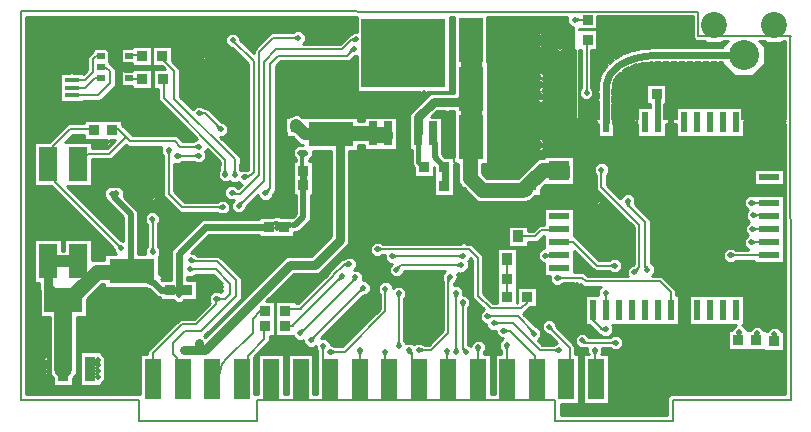
<source format=gbr>
G04 PROTEUS RS274X GERBER FILE*
%FSLAX45Y45*%
%MOMM*%
G01*
%ADD10C,0.190500*%
%ADD11C,1.524000*%
%ADD12C,0.508000*%
%ADD13C,1.016000*%
%ADD14C,0.762000*%
%ADD15C,1.778000*%
%ADD16C,0.609600*%
%ADD17C,0.381000*%
%ADD18C,1.270000*%
%ADD19C,0.558800*%
%ADD70C,0.304800*%
%ADD71C,0.482600*%
%ADD20C,0.254000*%
%ADD21C,0.500000*%
%ADD22C,0.180340*%
%ADD23R,2.032000X3.810000*%
%ADD24C,2.540000*%
%ADD25C,2.200000*%
%ADD26R,0.760000X2.000000*%
%ADD27R,7.100000X5.850000*%
%ADD28R,0.600000X1.800000*%
%ADD29R,1.800000X0.600000*%
%ADD72R,0.939800X2.159000*%
%ADD73R,3.251200X2.159000*%
%ADD30R,0.800000X1.150000*%
%ADD31R,1.397000X3.505200*%
%ADD32R,3.810000X2.032000*%
%ADD33R,1.250000X0.400000*%
%ADD34C,1.250000*%
%ADD35R,1.350000X0.800000*%
%AMPPAD030*
4,1,36,
-1.150000,-0.167400,
-1.150000,0.167400,
-1.140400,0.266080,
-1.112770,0.357330,
-1.068880,0.439390,
-1.010500,0.510500,
-0.939390,0.568880,
-0.857330,0.612770,
-0.766080,0.640400,
-0.667400,0.650000,
0.667400,0.650000,
0.766080,0.640400,
0.857330,0.612770,
0.939390,0.568880,
1.010500,0.510500,
1.068880,0.439390,
1.112770,0.357330,
1.140400,0.266080,
1.150000,0.167400,
1.150000,-0.167400,
1.140400,-0.266080,
1.112770,-0.357330,
1.068880,-0.439390,
1.010500,-0.510500,
0.939390,-0.568880,
0.857330,-0.612770,
0.766080,-0.640400,
0.667400,-0.650000,
-0.667400,-0.650000,
-0.766080,-0.640400,
-0.857330,-0.612770,
-0.939390,-0.568880,
-1.010500,-0.510500,
-1.068880,-0.439390,
-1.112770,-0.357330,
-1.140400,-0.266080,
-1.150000,-0.167400,
0*%
%ADD36PPAD030*%
%ADD37C,0.400000*%
%ADD38R,0.635000X0.508000*%
%ADD39R,0.889000X0.889000*%
%ADD40R,0.889000X1.016000*%
%ADD41R,1.600200X2.997200*%
%ADD42C,0.203200*%
G36*
X+3691840Y-3625920D02*
X+3677517Y-3631778D01*
X+3691840Y-3666794D01*
X+3706163Y-3631778D01*
X+3691840Y-3625920D01*
G37*
G36*
X+3905200Y-3636020D02*
X+3890732Y-3641509D01*
X+3904153Y-3676881D01*
X+3919368Y-3642243D01*
X+3905200Y-3636020D01*
G37*
G36*
X+3276360Y-3539500D02*
X+3290630Y-3545485D01*
X+3305263Y-3510597D01*
X+3270375Y-3525230D01*
X+3276360Y-3539500D01*
G37*
G36*
X+3719780Y-3096080D02*
X+3705510Y-3090095D01*
X+3690877Y-3124983D01*
X+3725765Y-3110350D01*
X+3719780Y-3096080D01*
G37*
G36*
X+3181300Y-3478540D02*
X+3194657Y-3486354D01*
X+3213761Y-3453699D01*
X+3177249Y-3463605D01*
X+3181300Y-3478540D01*
G37*
G36*
X+3653740Y-3006100D02*
X+3638805Y-3002049D01*
X+3628899Y-3038561D01*
X+3661554Y-3019457D01*
X+3653740Y-3006100D01*
G37*
G36*
X+4430980Y-3628400D02*
X+4416657Y-3634258D01*
X+4430980Y-3669275D01*
X+4445303Y-3634258D01*
X+4430980Y-3628400D01*
G37*
G36*
X+4692600Y-3597920D02*
X+4678277Y-3603778D01*
X+4692600Y-3638795D01*
X+4706923Y-3603778D01*
X+4692600Y-3597920D01*
G37*
G36*
X+2157680Y-3112780D02*
X+2151589Y-3098555D01*
X+2116810Y-3113446D01*
X+2152056Y-3127196D01*
X+2157680Y-3112780D01*
G37*
G36*
X+3539440Y-2998480D02*
X+3525170Y-2992495D01*
X+3510537Y-3027383D01*
X+3545425Y-3012750D01*
X+3539440Y-2998480D01*
G37*
G36*
X+2987596Y-2551409D02*
X+2993448Y-2565734D01*
X+3028471Y-2551426D01*
X+2993460Y-2537089D01*
X+2987596Y-2551409D01*
G37*
G36*
X+2987596Y-2551409D02*
X+2983747Y-2536421D01*
X+2947103Y-2545832D01*
X+2979838Y-2564798D01*
X+2987596Y-2551409D01*
G37*
G36*
X+4903420Y-3460760D02*
X+4909278Y-3475083D01*
X+4944295Y-3460760D01*
X+4909278Y-3446437D01*
X+4903420Y-3460760D01*
G37*
G36*
X+2518360Y-3084840D02*
X+2504090Y-3078855D01*
X+2489457Y-3113743D01*
X+2524345Y-3099110D01*
X+2518360Y-3084840D01*
G37*
G36*
X+3186380Y-1953520D02*
X+3189089Y-1962896D01*
X+3221540Y-1953520D01*
X+3189089Y-1944144D01*
X+3186380Y-1953520D01*
G37*
G36*
X+3227020Y-1953520D02*
X+3218135Y-1949483D01*
X+3204160Y-1980234D01*
X+3232382Y-1961674D01*
X+3227020Y-1953520D01*
G37*
G36*
X+3227020Y-1953520D02*
X+3224311Y-1944144D01*
X+3191860Y-1953520D01*
X+3224311Y-1962896D01*
X+3227020Y-1953520D01*
G37*
G36*
X+3379420Y-3585220D02*
X+3365097Y-3591078D01*
X+3379420Y-3626095D01*
X+3393743Y-3591078D01*
X+3379420Y-3585220D01*
G37*
G36*
X+1629360Y-2297440D02*
X+1628725Y-2296846D01*
X+1610784Y-2316016D01*
X+1629954Y-2298075D01*
X+1629360Y-2297440D01*
G37*
G36*
X+2604720Y-2289820D02*
X+2605838Y-2305254D01*
X+2643571Y-2302520D01*
X+2614739Y-2278027D01*
X+2604720Y-2289820D01*
G37*
G36*
X+3170000Y-980000D02*
X+3164142Y-965677D01*
X+3129125Y-980000D01*
X+3164142Y-994323D01*
X+3170000Y-980000D01*
G37*
G36*
X+3640000Y-1070000D02*
X+3625730Y-1064015D01*
X+3611097Y-1098903D01*
X+3645985Y-1084270D01*
X+3640000Y-1070000D01*
G37*
G36*
X+3660000Y-990000D02*
X+3652244Y-976610D01*
X+3619507Y-995573D01*
X+3656149Y-1004988D01*
X+3660000Y-990000D01*
G37*
G36*
X+2665680Y-2401580D02*
X+2679950Y-2407565D01*
X+2694583Y-2372677D01*
X+2659695Y-2387310D01*
X+2665680Y-2401580D01*
G37*
G36*
X+2891740Y-2294900D02*
X+2906259Y-2300252D01*
X+2919345Y-2264755D01*
X+2885134Y-2280907D01*
X+2891740Y-2294900D01*
G37*
G36*
X+4110940Y-3623320D02*
X+4100592Y-3634825D01*
X+4128720Y-3660125D01*
X+4126385Y-3622366D01*
X+4110940Y-3623320D01*
G37*
G36*
X+4020000Y-3140720D02*
X+4005677Y-3146578D01*
X+4020000Y-3181595D01*
X+4034323Y-3146578D01*
X+4020000Y-3140720D01*
G37*
G36*
X+4020000Y-3590300D02*
X+4034323Y-3584442D01*
X+4020000Y-3549425D01*
X+4005677Y-3584442D01*
X+4020000Y-3590300D01*
G37*
G36*
X+4933900Y-3580000D02*
X+4919577Y-3585858D01*
X+4933900Y-3620875D01*
X+4948223Y-3585858D01*
X+4933900Y-3580000D01*
G37*
G36*
X+4771340Y-3336300D02*
X+4777198Y-3350623D01*
X+4812215Y-3336300D01*
X+4777198Y-3321977D01*
X+4771340Y-3336300D01*
G37*
G36*
X+5165040Y-3483620D02*
X+5173077Y-3470396D01*
X+5140747Y-3450747D01*
X+5150040Y-3487420D01*
X+5165040Y-3483620D01*
G37*
G36*
X+4824680Y-3397260D02*
X+4830538Y-3411583D01*
X+4865555Y-3397260D01*
X+4830538Y-3382937D01*
X+4824680Y-3397260D01*
G37*
G36*
X+5378400Y-3625860D02*
X+5372542Y-3611537D01*
X+5337525Y-3625860D01*
X+5372542Y-3640183D01*
X+5378400Y-3625860D01*
G37*
G36*
X+5610000Y-1450000D02*
X+5624346Y-1444200D01*
X+5610167Y-1409126D01*
X+5595702Y-1444083D01*
X+5610000Y-1450000D01*
G37*
G36*
X+3839160Y-2767340D02*
X+3844795Y-2781752D01*
X+3880030Y-2767976D01*
X+3845240Y-2753110D01*
X+3839160Y-2767340D01*
G37*
G36*
X+4530000Y-2990000D02*
X+4524015Y-3004270D01*
X+4558903Y-3018903D01*
X+4544270Y-2984015D01*
X+4530000Y-2990000D01*
G37*
G36*
X+3963620Y-2830000D02*
X+3969478Y-2844323D01*
X+4004495Y-2830000D01*
X+3969478Y-2815677D01*
X+3963620Y-2830000D01*
G37*
G36*
X+4560000Y-2830000D02*
X+4554142Y-2815677D01*
X+4519125Y-2830000D01*
X+4554142Y-2844323D01*
X+4560000Y-2830000D01*
G37*
G36*
X+5292040Y-3425200D02*
X+5284824Y-3438889D01*
X+5318291Y-3456531D01*
X+5306781Y-3420493D01*
X+5292040Y-3425200D01*
G37*
G36*
X+2710000Y-2160000D02*
X+2720260Y-2171584D01*
X+2748582Y-2146502D01*
X+2710800Y-2144546D01*
X+2710000Y-2160000D01*
G37*
G36*
X+2550000Y-2140000D02*
X+2564336Y-2134175D01*
X+2550093Y-2099125D01*
X+2535691Y-2134109D01*
X+2550000Y-2140000D01*
G37*
G36*
X+2330000Y-1900000D02*
X+2324142Y-1885677D01*
X+2289125Y-1900000D01*
X+2324142Y-1914323D01*
X+2330000Y-1900000D01*
G37*
G36*
X+1932732Y-2509705D02*
X+1919249Y-2517298D01*
X+1937812Y-2550263D01*
X+1947672Y-2513738D01*
X+1932732Y-2509705D01*
G37*
G36*
X+1936700Y-2792740D02*
X+1951052Y-2786954D01*
X+1936907Y-2751866D01*
X+1922407Y-2786809D01*
X+1936700Y-2792740D01*
G37*
G36*
X+2260000Y-2860000D02*
X+2262176Y-2875321D01*
X+2299632Y-2870000D01*
X+2269184Y-2847546D01*
X+2260000Y-2860000D01*
G37*
G36*
X+2630000Y-2142939D02*
X+2644435Y-2137364D01*
X+2630804Y-2102072D01*
X+2615796Y-2136800D01*
X+2630000Y-2142939D01*
G37*
G36*
X+4550000Y-2905136D02*
X+4544142Y-2890813D01*
X+4509125Y-2905136D01*
X+4544142Y-2919459D01*
X+4550000Y-2905136D01*
G37*
G36*
X+3999180Y-2942600D02*
X+4013450Y-2948585D01*
X+4028083Y-2913697D01*
X+3993195Y-2928330D01*
X+3999180Y-2942600D01*
G37*
G36*
X+5510000Y-824280D02*
X+5515858Y-838603D01*
X+5550875Y-824280D01*
X+5515858Y-809957D01*
X+5510000Y-824280D01*
G37*
G36*
X+3907740Y-3102620D02*
X+3893417Y-3108478D01*
X+3907740Y-3143495D01*
X+3922063Y-3108478D01*
X+3907740Y-3102620D01*
G37*
G36*
X+3440000Y-3638560D02*
X+3445858Y-3652883D01*
X+3480875Y-3638560D01*
X+3445858Y-3624237D01*
X+3440000Y-3638560D01*
G37*
G36*
X+4563060Y-3216920D02*
X+4548737Y-3222778D01*
X+4563060Y-3257795D01*
X+4577383Y-3222778D01*
X+4563060Y-3216920D01*
G37*
G36*
X+4593540Y-3638560D02*
X+4599525Y-3624290D01*
X+4564637Y-3609657D01*
X+4579270Y-3644545D01*
X+4593540Y-3638560D01*
G37*
G36*
X+4504640Y-3138180D02*
X+4489981Y-3143137D01*
X+4502100Y-3178976D01*
X+4518571Y-3144917D01*
X+4504640Y-3138180D01*
G37*
G36*
X+4507180Y-3638560D02*
X+4520663Y-3630967D01*
X+4502100Y-3598002D01*
X+4492240Y-3634527D01*
X+4507180Y-3638560D01*
G37*
G36*
X+2330570Y-1619430D02*
X+2336428Y-1633753D01*
X+2371445Y-1619430D01*
X+2336428Y-1605107D01*
X+2330570Y-1619430D01*
G37*
G36*
X+2513280Y-1753880D02*
X+2519265Y-1739610D01*
X+2484378Y-1724978D01*
X+2499010Y-1759865D01*
X+2513280Y-1753880D01*
G37*
G36*
X+2142440Y-1979940D02*
X+2148298Y-1994263D01*
X+2183315Y-1979940D01*
X+2148298Y-1965617D01*
X+2142440Y-1979940D01*
G37*
G36*
X+2325320Y-1977400D02*
X+2318583Y-1963469D01*
X+2284524Y-1979940D01*
X+2320363Y-1992059D01*
X+2325320Y-1977400D01*
G37*
G36*
X+2071320Y-1929140D02*
X+2056997Y-1934998D01*
X+2071320Y-1970015D01*
X+2085643Y-1934998D01*
X+2071320Y-1929140D01*
G37*
G36*
X+2528520Y-2414280D02*
X+2522662Y-2399957D01*
X+2487645Y-2414280D01*
X+2522662Y-2428603D01*
X+2528520Y-2414280D01*
G37*
G36*
X+2475180Y-3188980D02*
X+2481038Y-3203303D01*
X+2516055Y-3188980D01*
X+2481038Y-3174657D01*
X+2475180Y-3188980D01*
G37*
G36*
X+2250000Y-2940000D02*
X+2255858Y-2954323D01*
X+2290875Y-2940000D01*
X+2255858Y-2925677D01*
X+2250000Y-2940000D01*
G37*
G36*
X+1672420Y-2762420D02*
X+1678405Y-2748150D01*
X+1643517Y-2733517D01*
X+1658150Y-2768405D01*
X+1672420Y-2762420D01*
G37*
G36*
X+3600400Y-2894340D02*
X+3593242Y-2880621D01*
X+3559701Y-2898120D01*
X+3595891Y-2909143D01*
X+3600400Y-2894340D01*
G37*
G36*
X+4451300Y-3006100D02*
X+4435971Y-3008214D01*
X+4441140Y-3045692D01*
X+4463717Y-3015335D01*
X+4451300Y-3006100D01*
G37*
G36*
X+4189680Y-3623320D02*
X+4195538Y-3637643D01*
X+4230555Y-3623320D01*
X+4195538Y-3608997D01*
X+4189680Y-3623320D01*
G37*
G36*
X+3666481Y-804907D02*
X+3666481Y-926901D01*
X+3633864Y-926901D01*
X+3621225Y-939540D01*
X+3616330Y-942376D01*
X+3605354Y-942376D01*
X+3520274Y-1027456D01*
X+3211779Y-1027456D01*
X+3233099Y-1006136D01*
X+3233099Y-953864D01*
X+3196136Y-916901D01*
X+3143864Y-916901D01*
X+3134363Y-926402D01*
X+3119761Y-932376D01*
X+2938674Y-932376D01*
X+2790776Y-1080274D01*
X+2790776Y-1108156D01*
X+2677489Y-994869D01*
X+2677489Y-972984D01*
X+2640526Y-936021D01*
X+2588254Y-936021D01*
X+2551291Y-972984D01*
X+2551291Y-1025256D01*
X+2588254Y-1062219D01*
X+2610139Y-1062219D01*
X+2745056Y-1197136D01*
X+2745056Y-2094834D01*
X+2742243Y-2097647D01*
X+2739738Y-2098357D01*
X+2737474Y-2098239D01*
X+2736136Y-2096901D01*
X+2683864Y-2096901D01*
X+2680974Y-2099791D01*
X+2678813Y-2094194D01*
X+2680465Y-1999071D01*
X+2673160Y-1980997D01*
X+2508326Y-1816979D01*
X+2539416Y-1816979D01*
X+2576379Y-1780016D01*
X+2576379Y-1727744D01*
X+2539416Y-1690781D01*
X+2525972Y-1690781D01*
X+2511433Y-1684683D01*
X+2398556Y-1571806D01*
X+2380807Y-1571806D01*
X+2366211Y-1565836D01*
X+2356706Y-1556331D01*
X+2304434Y-1556331D01*
X+2275480Y-1585285D01*
X+2167204Y-1477546D01*
X+2167204Y-1241394D01*
X+2101449Y-1175639D01*
X+2101449Y-1051131D01*
X+1931271Y-1051131D01*
X+1931271Y-1221309D01*
X+2012419Y-1221309D01*
X+2037321Y-1246211D01*
X+1936191Y-1246211D01*
X+1936191Y-1416389D01*
X+1983056Y-1416389D01*
X+1983056Y-1509446D01*
X+2310511Y-1836901D01*
X+2303864Y-1836901D01*
X+2294363Y-1846402D01*
X+2279761Y-1852376D01*
X+2189726Y-1852376D01*
X+2142262Y-1804912D01*
X+1767190Y-1804912D01*
X+1675089Y-1712811D01*
X+1675089Y-1677631D01*
X+1525089Y-1677631D01*
X+1525089Y-1674911D01*
X+1354911Y-1674911D01*
X+1354911Y-1702377D01*
X+1220273Y-1702377D01*
X+1062609Y-1860041D01*
X+933942Y-1860041D01*
X+933942Y-2235959D01*
X+1078609Y-2235959D01*
X+1603222Y-2760572D01*
X+1609321Y-2775114D01*
X+1609321Y-2788556D01*
X+1630006Y-2809241D01*
X+1526541Y-2809241D01*
X+1526541Y-2858781D01*
X+1424160Y-2858781D01*
X+1424160Y-2682041D01*
X+1187942Y-2682041D01*
X+1187942Y-2781101D01*
X+1170160Y-2781101D01*
X+1170160Y-2682041D01*
X+933942Y-2682041D01*
X+933942Y-3057959D01*
X+975852Y-3057959D01*
X+975852Y-3108254D01*
X+979341Y-3116086D01*
X+979341Y-3346049D01*
X+1065481Y-3346049D01*
X+1065481Y-3672050D01*
X+1065482Y-3672050D01*
X+1065482Y-3672419D01*
X+1065701Y-3827344D01*
X+1094911Y-3856554D01*
X+1094911Y-3926049D01*
X+1265089Y-3926049D01*
X+1265089Y-3856554D01*
X+1294299Y-3827344D01*
X+1294299Y-3732656D01*
X+1294079Y-3672033D01*
X+1294079Y-3346049D01*
X+1380659Y-3346049D01*
X+1380659Y-3186203D01*
X+1504883Y-3061979D01*
X+1526541Y-3061979D01*
X+1526541Y-3093719D01*
X+1881961Y-3093719D01*
X+1908909Y-3107261D01*
X+1977927Y-3176279D01*
X+1998931Y-3176279D01*
X+1998931Y-3200409D01*
X+2110354Y-3200409D01*
X+2131544Y-3221599D01*
X+2183816Y-3221599D01*
X+2205006Y-3200409D01*
X+2313889Y-3200409D01*
X+2313889Y-3030231D01*
X+2226259Y-3030231D01*
X+2226259Y-3003099D01*
X+2276136Y-3003099D01*
X+2285642Y-2993593D01*
X+2300236Y-2987624D01*
X+2450274Y-2987624D01*
X+2519790Y-3057140D01*
X+2506886Y-3057140D01*
X+2490660Y-3073366D01*
X+2490660Y-3096314D01*
X+2498871Y-3104525D01*
X+2490660Y-3112736D01*
X+2490660Y-3125881D01*
X+2449044Y-3125881D01*
X+2412081Y-3162844D01*
X+2412081Y-3215116D01*
X+2419808Y-3222842D01*
X+2286876Y-3355774D01*
X+2166876Y-3355774D01*
X+1892376Y-3630274D01*
X+1892376Y-3656641D01*
X+1832051Y-3656641D01*
X+1832051Y-3997959D01*
X+1818633Y-3997961D01*
X+867240Y-3998113D01*
X+867240Y-804644D01*
X+3666481Y-804907D01*
G37*
%LPC*%
G36*
X+962700Y-3774739D02*
X+962700Y-3785261D01*
X+955261Y-3792700D01*
X+944739Y-3792700D01*
X+937300Y-3785261D01*
X+937300Y-3774739D01*
X+944739Y-3767300D01*
X+955261Y-3767300D01*
X+962700Y-3774739D01*
G37*
G36*
X+1495089Y-3644041D02*
X+1498016Y-3644041D01*
X+1534979Y-3681004D01*
X+1534979Y-3875516D01*
X+1498016Y-3912479D01*
X+1495089Y-3912479D01*
X+1495089Y-3926049D01*
X+1324911Y-3926049D01*
X+1324911Y-3633951D01*
X+1495089Y-3633951D01*
X+1495089Y-3644041D01*
G37*
G36*
X+1762941Y-3436620D02*
X+1752419Y-3436620D01*
X+1744980Y-3429181D01*
X+1744980Y-3418659D01*
X+1752419Y-3411220D01*
X+1762941Y-3411220D01*
X+1770380Y-3418659D01*
X+1770380Y-3429181D01*
X+1762941Y-3436620D01*
G37*
G36*
X+1569369Y-1162721D02*
X+1569369Y-1187119D01*
X+1623644Y-1241394D01*
X+1623644Y-1383706D01*
X+1493066Y-1514284D01*
X+1350519Y-1514284D01*
X+1350519Y-1524759D01*
X+1149321Y-1524759D01*
X+1149321Y-1278401D01*
X+1238940Y-1278401D01*
X+1237220Y-1276681D01*
X+1237220Y-1266159D01*
X+1244659Y-1258720D01*
X+1255181Y-1258720D01*
X+1262620Y-1266159D01*
X+1262620Y-1276681D01*
X+1260900Y-1278401D01*
X+1350519Y-1278401D01*
X+1350519Y-1282131D01*
X+1382376Y-1250274D01*
X+1382376Y-1140274D01*
X+1429671Y-1092979D01*
X+1429671Y-1068741D01*
X+1569369Y-1068741D01*
X+1569369Y-1162721D01*
G37*
G36*
X+1255181Y-1218360D02*
X+1244659Y-1218360D01*
X+1237220Y-1210921D01*
X+1237220Y-1200399D01*
X+1244659Y-1192960D01*
X+1255181Y-1192960D01*
X+1262620Y-1200399D01*
X+1262620Y-1210921D01*
X+1255181Y-1218360D01*
G37*
G36*
X+1269678Y-1629280D02*
X+1230162Y-1629280D01*
X+1202220Y-1601338D01*
X+1202220Y-1561822D01*
X+1230162Y-1533880D01*
X+1269678Y-1533880D01*
X+1297620Y-1561822D01*
X+1297620Y-1601338D01*
X+1269678Y-1629280D01*
G37*
G36*
X+1269678Y-1139280D02*
X+1230162Y-1139280D01*
X+1202220Y-1111338D01*
X+1202220Y-1071822D01*
X+1230162Y-1043880D01*
X+1269678Y-1043880D01*
X+1297620Y-1071822D01*
X+1297620Y-1111338D01*
X+1269678Y-1139280D01*
G37*
G36*
X+994620Y-1411239D02*
X+994620Y-1421761D01*
X+987181Y-1429200D01*
X+976659Y-1429200D01*
X+969220Y-1421761D01*
X+969220Y-1411239D01*
X+976659Y-1403800D01*
X+987181Y-1403800D01*
X+994620Y-1411239D01*
G37*
G36*
X+994620Y-1251239D02*
X+994620Y-1261761D01*
X+987181Y-1269200D01*
X+976659Y-1269200D01*
X+969220Y-1261761D01*
X+969220Y-1251239D01*
X+976659Y-1243800D01*
X+987181Y-1243800D01*
X+994620Y-1251239D01*
G37*
G36*
X+996462Y-1735280D02*
X+964898Y-1735280D01*
X+942580Y-1712962D01*
X+942580Y-1681398D01*
X+964898Y-1659080D01*
X+996462Y-1659080D01*
X+1018780Y-1681398D01*
X+1018780Y-1712962D01*
X+996462Y-1735280D01*
G37*
G36*
X+996462Y-1011380D02*
X+964898Y-1011380D01*
X+942580Y-989062D01*
X+942580Y-957498D01*
X+964898Y-935180D01*
X+996462Y-935180D01*
X+1018780Y-957498D01*
X+1018780Y-989062D01*
X+996462Y-1011380D01*
G37*
G36*
X+1710400Y-1221706D02*
X+1710400Y-1244654D01*
X+1695813Y-1259241D01*
X+1763471Y-1259241D01*
X+1763471Y-1246211D01*
X+1933649Y-1246211D01*
X+1933649Y-1416389D01*
X+1763471Y-1416389D01*
X+1763471Y-1386239D01*
X+1668431Y-1386239D01*
X+1668431Y-1259241D01*
X+1669587Y-1259241D01*
X+1655000Y-1244654D01*
X+1655000Y-1221706D01*
X+1671226Y-1205480D01*
X+1694174Y-1205480D01*
X+1710400Y-1221706D01*
G37*
G36*
X+1743541Y-1241460D02*
X+1733019Y-1241460D01*
X+1725580Y-1234021D01*
X+1725580Y-1223499D01*
X+1733019Y-1216060D01*
X+1743541Y-1216060D01*
X+1750980Y-1223499D01*
X+1750980Y-1234021D01*
X+1743541Y-1241460D01*
G37*
G36*
X+1928729Y-1221309D02*
X+1758551Y-1221309D01*
X+1758551Y-1195739D01*
X+1668431Y-1195739D01*
X+1668431Y-1068741D01*
X+1758551Y-1068741D01*
X+1758551Y-1051131D01*
X+1928729Y-1051131D01*
X+1928729Y-1221309D01*
G37*
G36*
X+2078759Y-3275340D02*
X+2089281Y-3275340D01*
X+2096720Y-3282779D01*
X+2096720Y-3293301D01*
X+2089281Y-3300740D01*
X+2078759Y-3300740D01*
X+2071320Y-3293301D01*
X+2071320Y-3282779D01*
X+2078759Y-3275340D01*
G37*
G36*
X+2223539Y-3275340D02*
X+2234061Y-3275340D01*
X+2241500Y-3282779D01*
X+2241500Y-3293301D01*
X+2234061Y-3300740D01*
X+2223539Y-3300740D01*
X+2216100Y-3293301D01*
X+2216100Y-3282779D01*
X+2223539Y-3275340D01*
G37*
G36*
X+1434739Y-1574580D02*
X+1445261Y-1574580D01*
X+1452700Y-1582019D01*
X+1452700Y-1592541D01*
X+1445261Y-1599980D01*
X+1434739Y-1599980D01*
X+1427300Y-1592541D01*
X+1427300Y-1582019D01*
X+1434739Y-1574580D01*
G37*
G36*
X+1584739Y-1577300D02*
X+1595261Y-1577300D01*
X+1602700Y-1584739D01*
X+1602700Y-1595261D01*
X+1595261Y-1602700D01*
X+1584739Y-1602700D01*
X+1577300Y-1595261D01*
X+1577300Y-1584739D01*
X+1584739Y-1577300D01*
G37*
G36*
X+1047460Y-3672806D02*
X+1047460Y-3695754D01*
X+1038614Y-3704600D01*
X+1047460Y-3713446D01*
X+1047460Y-3736394D01*
X+1036074Y-3747780D01*
X+1047460Y-3759166D01*
X+1047460Y-3782114D01*
X+1038614Y-3790960D01*
X+1047460Y-3799806D01*
X+1047460Y-3822754D01*
X+1031234Y-3838980D01*
X+1008286Y-3838980D01*
X+992060Y-3822754D01*
X+992060Y-3799806D01*
X+1000906Y-3790960D01*
X+992060Y-3782114D01*
X+992060Y-3759166D01*
X+1003446Y-3747780D01*
X+992060Y-3736394D01*
X+992060Y-3713446D01*
X+1000906Y-3704600D01*
X+992060Y-3695754D01*
X+992060Y-3672806D01*
X+1008286Y-3656580D01*
X+1031234Y-3656580D01*
X+1047460Y-3672806D01*
G37*
G36*
X+1578800Y-3319834D02*
X+1578800Y-3296886D01*
X+1595026Y-3280660D01*
X+1617974Y-3280660D01*
X+1634200Y-3296886D01*
X+1634200Y-3319834D01*
X+1617974Y-3336060D01*
X+1595026Y-3336060D01*
X+1578800Y-3319834D01*
G37*
G36*
X+1639760Y-3319834D02*
X+1639760Y-3296886D01*
X+1655986Y-3280660D01*
X+1678934Y-3280660D01*
X+1695160Y-3296886D01*
X+1695160Y-3319834D01*
X+1678934Y-3336060D01*
X+1655986Y-3336060D01*
X+1639760Y-3319834D01*
G37*
G36*
X+1700720Y-3319834D02*
X+1700720Y-3296886D01*
X+1716946Y-3280660D01*
X+1739894Y-3280660D01*
X+1756120Y-3296886D01*
X+1756120Y-3319834D01*
X+1739894Y-3336060D01*
X+1716946Y-3336060D01*
X+1700720Y-3319834D01*
G37*
G36*
X+1776920Y-3319834D02*
X+1776920Y-3296886D01*
X+1793146Y-3280660D01*
X+1816094Y-3280660D01*
X+1832320Y-3296886D01*
X+1832320Y-3319834D01*
X+1816094Y-3336060D01*
X+1793146Y-3336060D01*
X+1776920Y-3319834D01*
G37*
G36*
X+1840420Y-3319834D02*
X+1840420Y-3296886D01*
X+1856646Y-3280660D01*
X+1879594Y-3280660D01*
X+1895820Y-3296886D01*
X+1895820Y-3319834D01*
X+1879594Y-3336060D01*
X+1856646Y-3336060D01*
X+1840420Y-3319834D01*
G37*
G36*
X+1627120Y-946194D02*
X+1627120Y-923246D01*
X+1643346Y-907020D01*
X+1666294Y-907020D01*
X+1682520Y-923246D01*
X+1682520Y-946194D01*
X+1666294Y-962420D01*
X+1643346Y-962420D01*
X+1627120Y-946194D01*
G37*
G36*
X+2136380Y-946194D02*
X+2136380Y-923246D01*
X+2152606Y-907020D01*
X+2175554Y-907020D01*
X+2191780Y-923246D01*
X+2191780Y-946194D01*
X+2175554Y-962420D01*
X+2152606Y-962420D01*
X+2136380Y-946194D01*
G37*
G36*
X+2337040Y-1146854D02*
X+2337040Y-1123906D01*
X+2353266Y-1107680D01*
X+2376214Y-1107680D01*
X+2392440Y-1123906D01*
X+2392440Y-1146854D01*
X+2376214Y-1163080D01*
X+2353266Y-1163080D01*
X+2337040Y-1146854D01*
G37*
%LPD*%
G36*
X+1019760Y-3724920D02*
X+1005437Y-3730778D01*
X+1019760Y-3765795D01*
X+1034083Y-3730778D01*
X+1019760Y-3724920D01*
G37*
G36*
X+1019760Y-3770640D02*
X+1034083Y-3764782D01*
X+1019760Y-3729765D01*
X+1005437Y-3764782D01*
X+1019760Y-3770640D01*
G37*
G36*
X+1249920Y-1091580D02*
X+1208742Y-1124907D01*
X+1245080Y-1169805D01*
X+1286675Y-1129729D01*
X+1249920Y-1091580D01*
G37*
G36*
X+1249920Y-1091580D02*
X+1285705Y-1105423D01*
X+1304082Y-1057920D01*
X+1253351Y-1053364D01*
X+1249920Y-1091580D01*
G37*
G36*
X+1471880Y-3707140D02*
X+1457325Y-3701885D01*
X+1444476Y-3737468D01*
X+1478579Y-3721089D01*
X+1471880Y-3707140D01*
G37*
G36*
X+1728420Y-3308360D02*
X+1734278Y-3322683D01*
X+1769295Y-3308360D01*
X+1734278Y-3294037D01*
X+1728420Y-3308360D01*
G37*
G36*
X+1728420Y-3308360D02*
X+1722562Y-3294037D01*
X+1687545Y-3308360D01*
X+1722562Y-3322683D01*
X+1728420Y-3308360D01*
G37*
G36*
X+1804620Y-3308360D02*
X+1810478Y-3322683D01*
X+1845495Y-3308360D01*
X+1810478Y-3294037D01*
X+1804620Y-3308360D01*
G37*
G36*
X+1804620Y-3308360D02*
X+1810478Y-3322683D01*
X+1845495Y-3308360D01*
X+1810478Y-3294037D01*
X+1804620Y-3308360D01*
G37*
G36*
X+1804620Y-3308360D02*
X+1798762Y-3294037D01*
X+1763745Y-3308360D01*
X+1798762Y-3322683D01*
X+1804620Y-3308360D01*
G37*
G36*
X+1868120Y-3308360D02*
X+1862262Y-3294037D01*
X+1827245Y-3308360D01*
X+1862262Y-3322683D01*
X+1868120Y-3308360D01*
G37*
G36*
X+1654820Y-934720D02*
X+1640550Y-928735D01*
X+1625917Y-963623D01*
X+1660805Y-948990D01*
X+1654820Y-934720D01*
G37*
G36*
X+2164080Y-934720D02*
X+2158095Y-948990D01*
X+2192982Y-963622D01*
X+2178350Y-928735D01*
X+2164080Y-934720D01*
G37*
G36*
X+2364740Y-1135380D02*
X+2370725Y-1121110D01*
X+2335838Y-1106478D01*
X+2350470Y-1141365D01*
X+2364740Y-1135380D01*
G37*
G36*
X+4485521Y-804984D02*
X+4485521Y-1231519D01*
X+4487161Y-1231519D01*
X+4487161Y-1446541D01*
X+4284559Y-1446541D01*
X+4110381Y-1620719D01*
X+4110381Y-1819783D01*
X+4110481Y-1819883D01*
X+4110481Y-1926319D01*
X+4129991Y-1926319D01*
X+4129991Y-2052427D01*
X+4147024Y-2069460D01*
X+4147024Y-2158818D01*
X+4317202Y-2158818D01*
X+4317202Y-2072248D01*
X+4319744Y-2074790D01*
X+4319744Y-2149491D01*
X+4318331Y-2149491D01*
X+4318331Y-2319669D01*
X+4488509Y-2319669D01*
X+4488509Y-2158818D01*
X+4489922Y-2158818D01*
X+4489922Y-2051239D01*
X+4519881Y-2051239D01*
X+4519881Y-2204943D01*
X+4546721Y-2231783D01*
X+4546721Y-2253639D01*
X+4568577Y-2253639D01*
X+4680997Y-2366059D01*
X+5103333Y-2366059D01*
X+5108413Y-2360979D01*
X+5130884Y-2360979D01*
X+5177914Y-2313949D01*
X+5222189Y-2313949D01*
X+5222189Y-2259513D01*
X+5257403Y-2224299D01*
X+5505259Y-2224299D01*
X+5505259Y-2176972D01*
X+5507304Y-2174927D01*
X+5507304Y-2054194D01*
X+5505259Y-2052149D01*
X+5505259Y-1978101D01*
X+5249061Y-1978101D01*
X+5249061Y-1992641D01*
X+5201697Y-1992641D01*
X+5031476Y-2162861D01*
X+4765163Y-2162861D01*
X+4723079Y-2120777D01*
X+4723079Y-2051239D01*
X+4772499Y-2051239D01*
X+4772499Y-1588961D01*
X+4771639Y-1588961D01*
X+4771639Y-1180581D01*
X+4769999Y-1180581D01*
X+4769999Y-805011D01*
X+5446901Y-805074D01*
X+5446901Y-850416D01*
X+5483864Y-887379D01*
X+5498886Y-887379D01*
X+5498886Y-1684190D01*
X+5526486Y-1711790D01*
X+5703581Y-1711790D01*
X+5703581Y-1719606D01*
X+5704061Y-1720086D01*
X+5704061Y-1819299D01*
X+5840259Y-1819299D01*
X+5840259Y-1720086D01*
X+5840739Y-1719606D01*
X+5840739Y-1711790D01*
X+6034061Y-1711790D01*
X+6034061Y-1819299D01*
X+6280259Y-1819299D01*
X+6280259Y-1711790D01*
X+6364061Y-1711790D01*
X+6364061Y-1819299D01*
X+6940259Y-1819299D01*
X+6940259Y-1711790D01*
X+7290023Y-1711790D01*
X+7290707Y-3998113D01*
X+6319855Y-3997958D01*
X+6291580Y-4026229D01*
X+6291580Y-4170681D01*
X+5389880Y-4170681D01*
X+5389880Y-4083359D01*
X+5547949Y-4083359D01*
X+5547949Y-3656641D01*
X+5514924Y-3656641D01*
X+5514924Y-3585814D01*
X+5360140Y-3431030D01*
X+5355139Y-3415372D01*
X+5355139Y-3399064D01*
X+5318176Y-3362101D01*
X+5265904Y-3362101D01*
X+5228941Y-3399064D01*
X+5228941Y-3451336D01*
X+5265904Y-3488299D01*
X+5276430Y-3488299D01*
X+5289709Y-3495299D01*
X+5357171Y-3562761D01*
X+5352264Y-3562761D01*
X+5342763Y-3572262D01*
X+5328161Y-3578236D01*
X+5235584Y-3578236D01*
X+5197620Y-3540275D01*
X+5228139Y-3509756D01*
X+5228139Y-3457484D01*
X+5191176Y-3420521D01*
X+5182706Y-3420521D01*
X+5170376Y-3413026D01*
X+5074120Y-3316770D01*
X+5129541Y-3261349D01*
X+5194409Y-3261349D01*
X+5194409Y-3091171D01*
X+5024231Y-3091171D01*
X+5024231Y-3222376D01*
X+5021689Y-3222376D01*
X+5021689Y-2759701D01*
X+4851511Y-2759701D01*
X+4851511Y-3222376D01*
X+4818746Y-3222376D01*
X+4737624Y-3141254D01*
X+4737624Y-2820274D01*
X+4637702Y-2720352D01*
X+4588822Y-2720352D01*
X+4597700Y-2711474D01*
X+4597700Y-2688526D01*
X+4581474Y-2672300D01*
X+4558526Y-2672300D01*
X+4542300Y-2688526D01*
X+4542300Y-2711474D01*
X+4551178Y-2720352D01*
X+3889778Y-2720352D01*
X+3875161Y-2714106D01*
X+3865296Y-2704241D01*
X+3813024Y-2704241D01*
X+3776061Y-2741204D01*
X+3776061Y-2793476D01*
X+3813024Y-2830439D01*
X+3865296Y-2830439D01*
X+3874441Y-2821294D01*
X+3889006Y-2815600D01*
X+3900521Y-2815600D01*
X+3900521Y-2856136D01*
X+3937484Y-2893099D01*
X+3959446Y-2893099D01*
X+3936081Y-2916464D01*
X+3936081Y-2968736D01*
X+3973044Y-3005699D01*
X+4025316Y-3005699D01*
X+4062279Y-2968736D01*
X+4062279Y-2955290D01*
X+4063340Y-2952760D01*
X+4415405Y-2952760D01*
X+4388201Y-2979964D01*
X+4388201Y-3032236D01*
X+4391690Y-3035725D01*
X+4393516Y-3048961D01*
X+4393516Y-3456274D01*
X+4274094Y-3575696D01*
X+4239917Y-3575696D01*
X+4225321Y-3569726D01*
X+4215816Y-3560221D01*
X+4163544Y-3560221D01*
X+4150310Y-3573455D01*
X+4137076Y-3560221D01*
X+4084804Y-3560221D01*
X+4081980Y-3563045D01*
X+4073593Y-3554658D01*
X+4067624Y-3540064D01*
X+4067624Y-3190957D01*
X+4073594Y-3176361D01*
X+4083099Y-3166856D01*
X+4083099Y-3114584D01*
X+4046136Y-3077621D01*
X+3993864Y-3077621D01*
X+3970839Y-3100646D01*
X+3970839Y-3076484D01*
X+3933876Y-3039521D01*
X+3881604Y-3039521D01*
X+3844641Y-3076484D01*
X+3844641Y-3128756D01*
X+3854146Y-3138261D01*
X+3860116Y-3152857D01*
X+3860116Y-3273434D01*
X+3542614Y-3590936D01*
X+3490237Y-3590936D01*
X+3475641Y-3584966D01*
X+3466136Y-3575461D01*
X+3442519Y-3575461D01*
X+3442519Y-3559084D01*
X+3405556Y-3522121D01*
X+3361089Y-3522121D01*
X+3717932Y-3165278D01*
X+3732474Y-3159179D01*
X+3745916Y-3159179D01*
X+3782879Y-3122216D01*
X+3782879Y-3069944D01*
X+3745916Y-3032981D01*
X+3716094Y-3032981D01*
X+3716839Y-3032236D01*
X+3716839Y-2979964D01*
X+3679876Y-2943001D01*
X+3640974Y-2943001D01*
X+3663499Y-2920476D01*
X+3663499Y-2868204D01*
X+3626536Y-2831241D01*
X+3574264Y-2831241D01*
X+3562628Y-2842877D01*
X+3548026Y-2850496D01*
X+3533714Y-2850496D01*
X+3418156Y-2966054D01*
X+3418156Y-2976214D01*
X+3166814Y-3227556D01*
X+3146369Y-3227556D01*
X+3146369Y-3210411D01*
X+2976191Y-3210411D01*
X+2976191Y-3337511D01*
X+2976071Y-3337511D01*
X+2976071Y-3507689D01*
X+3121214Y-3507689D01*
X+3155164Y-3541639D01*
X+3207436Y-3541639D01*
X+3213261Y-3535814D01*
X+3213261Y-3565636D01*
X+3250224Y-3602599D01*
X+3302496Y-3602599D01*
X+3316321Y-3588774D01*
X+3316321Y-3611356D01*
X+3325826Y-3620861D01*
X+3331796Y-3635457D01*
X+3331796Y-3717409D01*
X+3332051Y-3718174D01*
X+3332051Y-3997960D01*
X+3297949Y-3997960D01*
X+3297949Y-3656641D01*
X+3082051Y-3656641D01*
X+3082051Y-3997960D01*
X+3047949Y-3997960D01*
X+3047949Y-3656641D01*
X+2832051Y-3656641D01*
X+2832051Y-3997960D01*
X+2797949Y-3997960D01*
X+2797949Y-3678441D01*
X+2929864Y-3546526D01*
X+2929864Y-3507689D01*
X+2973529Y-3507689D01*
X+2973529Y-3380589D01*
X+2973649Y-3380589D01*
X+2973649Y-3210411D01*
X+2897349Y-3210411D01*
X+3132141Y-2975619D01*
X+3342141Y-2975619D01*
X+3596199Y-2721561D01*
X+3596199Y-1936699D01*
X+3674099Y-1936699D01*
X+3674099Y-1889819D01*
X+3729481Y-1889819D01*
X+3729481Y-1926319D01*
X+4008679Y-1926319D01*
X+4008679Y-1858723D01*
X+4009339Y-1858063D01*
X+4009339Y-1784417D01*
X+4008779Y-1783857D01*
X+4008779Y-1756657D01*
X+4008679Y-1756557D01*
X+4008679Y-1650121D01*
X+3729481Y-1650121D01*
X+3729481Y-1686621D01*
X+3674099Y-1686621D01*
X+3674099Y-1652221D01*
X+3233369Y-1652221D01*
X+3233369Y-1648471D01*
X+3204153Y-1648471D01*
X+3169139Y-1613457D01*
X+3084609Y-1648471D01*
X+3063191Y-1648471D01*
X+3063191Y-1657343D01*
X+3059381Y-1658921D01*
X+3059381Y-1770383D01*
X+3063191Y-1774193D01*
X+3063191Y-1818649D01*
X+3107647Y-1818649D01*
X+3111457Y-1822459D01*
X+3126697Y-1822459D01*
X+3187666Y-1883428D01*
X+3211821Y-1883422D01*
X+3211821Y-1890421D01*
X+3160244Y-1890421D01*
X+3123281Y-1927384D01*
X+3123281Y-1979656D01*
X+3150821Y-2007196D01*
X+3150821Y-2021831D01*
X+3124251Y-2021831D01*
X+3124251Y-2192009D01*
X+3126691Y-2192009D01*
X+3126691Y-2306329D01*
X+3146093Y-2306329D01*
X+3146093Y-2469259D01*
X+3121061Y-2494291D01*
X+3019713Y-2494291D01*
X+3013732Y-2488310D01*
X+2961460Y-2488310D01*
X+2957335Y-2492435D01*
X+2951621Y-2494291D01*
X+2837131Y-2494291D01*
X+2837131Y-2510801D01*
X+2355335Y-2510801D01*
X+2089101Y-2777035D01*
X+2089101Y-3030231D01*
X+2018663Y-3030231D01*
X+2006992Y-3018560D01*
X+2026914Y-3018560D01*
X+2038300Y-3007174D01*
X+2049686Y-3018560D01*
X+2072634Y-3018560D01*
X+2088860Y-3002334D01*
X+2088860Y-2979386D01*
X+2072634Y-2963160D01*
X+2049686Y-2963160D01*
X+2038300Y-2974546D01*
X+2026914Y-2963160D01*
X+2003966Y-2963160D01*
X+1988819Y-2978307D01*
X+1988819Y-2829856D01*
X+1999799Y-2818876D01*
X+1999799Y-2766604D01*
X+1990406Y-2757211D01*
X+1984647Y-2742921D01*
X+1985436Y-2573205D01*
X+1985436Y-2556577D01*
X+1989260Y-2542412D01*
X+1995831Y-2535841D01*
X+1995831Y-2483569D01*
X+1958868Y-2446606D01*
X+1906596Y-2446606D01*
X+1869633Y-2483569D01*
X+1869633Y-2535841D01*
X+1881999Y-2548207D01*
X+1890188Y-2562749D01*
X+1890188Y-2573144D01*
X+1889246Y-2742468D01*
X+1883223Y-2756982D01*
X+1873601Y-2766604D01*
X+1873601Y-2809241D01*
X+1813508Y-2809241D01*
X+1813508Y-2444384D01*
X+1692459Y-2323335D01*
X+1692459Y-2271304D01*
X+1655496Y-2234341D01*
X+1562584Y-2234341D01*
X+1525621Y-2271304D01*
X+1525621Y-2323576D01*
X+1544271Y-2342226D01*
X+1544271Y-2351155D01*
X+1689052Y-2495936D01*
X+1689052Y-2699321D01*
X+1685110Y-2699321D01*
X+1670573Y-2693223D01*
X+1213309Y-2235959D01*
X+1424160Y-2235959D01*
X+1424160Y-2007624D01*
X+1589726Y-2007624D01*
X+1712464Y-1884886D01*
X+1727737Y-1900160D01*
X+2011065Y-1900160D01*
X+2008221Y-1903004D01*
X+2008221Y-1955276D01*
X+2017721Y-1964776D01*
X+2023696Y-1979380D01*
X+2023696Y-2317166D01*
X+2168434Y-2461904D01*
X+2478283Y-2461904D01*
X+2492879Y-2467874D01*
X+2502384Y-2477379D01*
X+2554656Y-2477379D01*
X+2591619Y-2440416D01*
X+2591619Y-2388144D01*
X+2554656Y-2351181D01*
X+2502384Y-2351181D01*
X+2492883Y-2360682D01*
X+2478281Y-2366656D01*
X+2207886Y-2366656D01*
X+2118944Y-2277714D01*
X+2118944Y-2043039D01*
X+2168576Y-2043039D01*
X+2178082Y-2033533D01*
X+2192676Y-2027564D01*
X+2276692Y-2027564D01*
X+2291132Y-2032447D01*
X+2299184Y-2040499D01*
X+2351456Y-2040499D01*
X+2388419Y-2003536D01*
X+2388419Y-1951264D01*
X+2378195Y-1941040D01*
X+2393099Y-1926136D01*
X+2393099Y-1919489D01*
X+2502623Y-2029013D01*
X+2502459Y-2089732D01*
X+2496459Y-2104306D01*
X+2486901Y-2113864D01*
X+2486901Y-2166136D01*
X+2523864Y-2203099D01*
X+2576136Y-2203099D01*
X+2588530Y-2190704D01*
X+2603864Y-2206038D01*
X+2656136Y-2206038D01*
X+2661470Y-2200704D01*
X+2683864Y-2223099D01*
X+2690451Y-2223099D01*
X+2659763Y-2253787D01*
X+2647532Y-2243397D01*
X+2630856Y-2226721D01*
X+2578584Y-2226721D01*
X+2541621Y-2263684D01*
X+2541621Y-2315956D01*
X+2578584Y-2352919D01*
X+2625106Y-2352919D01*
X+2602581Y-2375444D01*
X+2602581Y-2427716D01*
X+2639544Y-2464679D01*
X+2691816Y-2464679D01*
X+2728779Y-2427716D01*
X+2728779Y-2414263D01*
X+2734875Y-2399735D01*
X+2828641Y-2305969D01*
X+2828641Y-2321036D01*
X+2865604Y-2357999D01*
X+2917876Y-2357999D01*
X+2954839Y-2321036D01*
X+2954839Y-2306152D01*
X+2960412Y-2291038D01*
X+2977464Y-2273986D01*
X+2977464Y-1219886D01*
X+3019726Y-1177624D01*
X+3599727Y-1177624D01*
X+3638152Y-1139198D01*
X+3652694Y-1133099D01*
X+3666136Y-1133099D01*
X+3666481Y-1132754D01*
X+3666481Y-1440819D01*
X+4202300Y-1440819D01*
X+4202300Y-1461474D01*
X+4218526Y-1477700D01*
X+4241474Y-1477700D01*
X+4257700Y-1461474D01*
X+4257700Y-1440819D01*
X+4452679Y-1440819D01*
X+4452679Y-804981D01*
X+4485521Y-804984D01*
G37*
%LPC*%
G36*
X+5112900Y-995119D02*
X+5112900Y-1005641D01*
X+5105461Y-1013080D01*
X+5094939Y-1013080D01*
X+5087500Y-1005641D01*
X+5087500Y-995119D01*
X+5094939Y-987680D01*
X+5105461Y-987680D01*
X+5112900Y-995119D01*
G37*
G36*
X+4046880Y-1793481D02*
X+4046880Y-1782959D01*
X+4054319Y-1775520D01*
X+4064841Y-1775520D01*
X+4072280Y-1782959D01*
X+4072280Y-1793481D01*
X+4064841Y-1800920D01*
X+4054319Y-1800920D01*
X+4046880Y-1793481D01*
G37*
G36*
X+5799639Y-2068104D02*
X+5799639Y-2120376D01*
X+5790134Y-2129881D01*
X+5784164Y-2144477D01*
X+5784164Y-2224374D01*
X+5896961Y-2337171D01*
X+5896961Y-2332264D01*
X+5933924Y-2295301D01*
X+5986196Y-2295301D01*
X+6023159Y-2332264D01*
X+6023159Y-2384536D01*
X+6019302Y-2388392D01*
X+6152464Y-2521554D01*
X+6152464Y-2880669D01*
X+6188259Y-2916464D01*
X+6188259Y-2968736D01*
X+6162959Y-2994036D01*
X+6252986Y-2994036D01*
X+6369784Y-3110834D01*
X+6369784Y-3153101D01*
X+6390259Y-3153101D01*
X+6390259Y-3409299D01*
X+5825114Y-3409299D01*
X+5837739Y-3421924D01*
X+5837739Y-3474196D01*
X+5800776Y-3511159D01*
X+5748504Y-3511159D01*
X+5736692Y-3499347D01*
X+5729799Y-3495684D01*
X+5718334Y-3495684D01*
X+5631949Y-3409299D01*
X+5594061Y-3409299D01*
X+5594061Y-3153101D01*
X+5709001Y-3153101D01*
X+5709001Y-3109504D01*
X+5729221Y-3089284D01*
X+5581934Y-3089284D01*
X+5555960Y-3063310D01*
X+5555960Y-3081074D01*
X+5539734Y-3097300D01*
X+5516786Y-3097300D01*
X+5500560Y-3081074D01*
X+5500560Y-3058126D01*
X+5502422Y-3056264D01*
X+5416204Y-3056264D01*
X+5401662Y-3064453D01*
X+5389296Y-3076819D01*
X+5337024Y-3076819D01*
X+5300061Y-3039856D01*
X+5300061Y-2994299D01*
X+5249061Y-2994299D01*
X+5249061Y-2886319D01*
X+5235424Y-2886319D01*
X+5198461Y-2849356D01*
X+5198461Y-2797084D01*
X+5235424Y-2760121D01*
X+5249061Y-2760121D01*
X+5249061Y-2654944D01*
X+5245766Y-2654944D01*
X+5192446Y-2708264D01*
X+5115669Y-2708264D01*
X+5115669Y-2752079D01*
X+4945491Y-2752079D01*
X+4945491Y-2569201D01*
X+5115669Y-2569201D01*
X+5115669Y-2613016D01*
X+5152994Y-2613016D01*
X+5206314Y-2559696D01*
X+5249061Y-2559696D01*
X+5249061Y-2418101D01*
X+5505259Y-2418101D01*
X+5505259Y-2656216D01*
X+5514966Y-2656216D01*
X+5718166Y-2859416D01*
X+5798064Y-2859416D01*
X+5812659Y-2853446D01*
X+5822164Y-2843941D01*
X+5874436Y-2843941D01*
X+5911399Y-2880904D01*
X+5911399Y-2933176D01*
X+5874436Y-2970139D01*
X+5822164Y-2970139D01*
X+5812659Y-2960634D01*
X+5798063Y-2954664D01*
X+5678714Y-2954664D01*
X+5505259Y-2781209D01*
X+5505259Y-2961016D01*
X+5588366Y-2961016D01*
X+5621386Y-2994036D01*
X+5957821Y-2994036D01*
X+5952841Y-2989056D01*
X+5952841Y-2936784D01*
X+5989804Y-2899821D01*
X+6003246Y-2899821D01*
X+6008956Y-2897426D01*
X+6008956Y-2583866D01*
X+5688916Y-2263826D01*
X+5688916Y-2144477D01*
X+5682946Y-2129881D01*
X+5673441Y-2120376D01*
X+5673441Y-2068104D01*
X+5710404Y-2031141D01*
X+5762676Y-2031141D01*
X+5799639Y-2068104D01*
G37*
G36*
X+6437421Y-3293900D02*
X+6426899Y-3293900D01*
X+6419460Y-3286461D01*
X+6419460Y-3275939D01*
X+6426899Y-3268500D01*
X+6437421Y-3268500D01*
X+6444860Y-3275939D01*
X+6444860Y-3286461D01*
X+6437421Y-3293900D01*
G37*
G36*
X+6940259Y-3409299D02*
X+6930014Y-3409299D01*
X+6965499Y-3444784D01*
X+6965499Y-3450931D01*
X+6979849Y-3450931D01*
X+6979849Y-3454451D01*
X+6989934Y-3454451D01*
X+7026404Y-3417981D01*
X+7078676Y-3417981D01*
X+7115146Y-3454451D01*
X+7132329Y-3454451D01*
X+7132329Y-3459431D01*
X+7137128Y-3459431D01*
X+7173498Y-3423061D01*
X+7225770Y-3423061D01*
X+7262140Y-3459431D01*
X+7284709Y-3459431D01*
X+7284709Y-3629609D01*
X+7114531Y-3629609D01*
X+7114531Y-3624629D01*
X+6962151Y-3624629D01*
X+6962151Y-3621109D01*
X+6809671Y-3621109D01*
X+6809671Y-3450931D01*
X+6839301Y-3450931D01*
X+6839301Y-3444784D01*
X+6874786Y-3409299D01*
X+6474061Y-3409299D01*
X+6474061Y-3153101D01*
X+6940259Y-3153101D01*
X+6940259Y-3409299D01*
G37*
G36*
X+7162421Y-2938900D02*
X+7151899Y-2938900D01*
X+7144460Y-2931461D01*
X+7144460Y-2920939D01*
X+7151899Y-2913500D01*
X+7162421Y-2913500D01*
X+7169860Y-2920939D01*
X+7169860Y-2931461D01*
X+7162421Y-2938900D01*
G37*
G36*
X+7285259Y-2444299D02*
X+7285259Y-2884299D01*
X+7029061Y-2884299D01*
X+7029061Y-2866884D01*
X+6877676Y-2866884D01*
X+6863082Y-2872853D01*
X+6853576Y-2882359D01*
X+6801304Y-2882359D01*
X+6764341Y-2845396D01*
X+6764341Y-2793124D01*
X+6801304Y-2756161D01*
X+6853576Y-2756161D01*
X+6863081Y-2765666D01*
X+6877677Y-2771636D01*
X+6977481Y-2771636D01*
X+6941981Y-2736136D01*
X+6941981Y-2683864D01*
X+6975845Y-2650000D01*
X+6951981Y-2626136D01*
X+6951981Y-2573864D01*
X+6986495Y-2539350D01*
X+6956141Y-2508996D01*
X+6956141Y-2456724D01*
X+6976255Y-2436610D01*
X+6941981Y-2402336D01*
X+6941981Y-2350064D01*
X+6978944Y-2313101D01*
X+7029061Y-2313101D01*
X+7029061Y-2308101D01*
X+7285259Y-2308101D01*
X+7285259Y-2444299D01*
G37*
G36*
X+7162421Y-2278900D02*
X+7151899Y-2278900D01*
X+7144460Y-2271461D01*
X+7144460Y-2260939D01*
X+7151899Y-2253500D01*
X+7162421Y-2253500D01*
X+7169860Y-2260939D01*
X+7169860Y-2271461D01*
X+7162421Y-2278900D01*
G37*
G36*
X+7029061Y-2224299D02*
X+7029061Y-2088101D01*
X+7285259Y-2088101D01*
X+7285259Y-2224299D01*
X+7029061Y-2224299D01*
G37*
G36*
X+7162421Y-2058900D02*
X+7151899Y-2058900D01*
X+7144460Y-2051461D01*
X+7144460Y-2040939D01*
X+7151899Y-2033500D01*
X+7162421Y-2033500D01*
X+7169860Y-2040939D01*
X+7169860Y-2051461D01*
X+7162421Y-2058900D01*
G37*
G36*
X+5382421Y-2278900D02*
X+5371899Y-2278900D01*
X+5364460Y-2271461D01*
X+5364460Y-2260939D01*
X+5371899Y-2253500D01*
X+5382421Y-2253500D01*
X+5389860Y-2260939D01*
X+5389860Y-2271461D01*
X+5382421Y-2278900D01*
G37*
G36*
X+5382421Y-2388900D02*
X+5371899Y-2388900D01*
X+5364460Y-2381461D01*
X+5364460Y-2370939D01*
X+5371899Y-2363500D01*
X+5382421Y-2363500D01*
X+5389860Y-2370939D01*
X+5389860Y-2381461D01*
X+5382421Y-2388900D01*
G37*
G36*
X+4619559Y-2495340D02*
X+4630081Y-2495340D01*
X+4637520Y-2502779D01*
X+4637520Y-2513301D01*
X+4630081Y-2520740D01*
X+4619559Y-2520740D01*
X+4612120Y-2513301D01*
X+4612120Y-2502779D01*
X+4619559Y-2495340D01*
G37*
G36*
X+5114540Y-1406459D02*
X+5114540Y-1416981D01*
X+5107101Y-1424420D01*
X+5096579Y-1424420D01*
X+5089140Y-1416981D01*
X+5089140Y-1406459D01*
X+5096579Y-1399020D01*
X+5107101Y-1399020D01*
X+5114540Y-1406459D01*
G37*
G36*
X+5633371Y-3512196D02*
X+5805944Y-3512196D01*
X+5820539Y-3506226D01*
X+5830044Y-3496721D01*
X+5882316Y-3496721D01*
X+5919279Y-3533684D01*
X+5919279Y-3585956D01*
X+5882316Y-3622919D01*
X+5830044Y-3622919D01*
X+5820539Y-3613414D01*
X+5805943Y-3607444D01*
X+5743759Y-3607444D01*
X+5743759Y-3646916D01*
X+5734254Y-3656421D01*
X+5734164Y-3656641D01*
X+5797949Y-3656641D01*
X+5797949Y-4083359D01*
X+5582051Y-4083359D01*
X+5582051Y-3656641D01*
X+5627156Y-3656641D01*
X+5627066Y-3656421D01*
X+5617561Y-3646916D01*
X+5617561Y-3607444D01*
X+5572034Y-3607444D01*
X+5567189Y-3602599D01*
X+5545304Y-3602599D01*
X+5508341Y-3565636D01*
X+5508341Y-3513364D01*
X+5545304Y-3476401D01*
X+5597576Y-3476401D01*
X+5633371Y-3512196D01*
G37*
G36*
X+5927300Y-3875261D02*
X+5927300Y-3864739D01*
X+5934739Y-3857300D01*
X+5945261Y-3857300D01*
X+5952700Y-3864739D01*
X+5952700Y-3875261D01*
X+5945261Y-3882700D01*
X+5934739Y-3882700D01*
X+5927300Y-3875261D01*
G37*
G36*
X+6177300Y-3875261D02*
X+6177300Y-3864739D01*
X+6184739Y-3857300D01*
X+6195261Y-3857300D01*
X+6202700Y-3864739D01*
X+6202700Y-3875261D01*
X+6195261Y-3882700D01*
X+6184739Y-3882700D01*
X+6177300Y-3875261D01*
G37*
G36*
X+5115400Y-1814839D02*
X+5115400Y-1825361D01*
X+5107961Y-1832800D01*
X+5097439Y-1832800D01*
X+5090000Y-1825361D01*
X+5090000Y-1814839D01*
X+5097439Y-1807400D01*
X+5107961Y-1807400D01*
X+5115400Y-1814839D01*
G37*
G36*
X+4243400Y-2229319D02*
X+4243400Y-2239841D01*
X+4235961Y-2247280D01*
X+4225439Y-2247280D01*
X+4218000Y-2239841D01*
X+4218000Y-2229319D01*
X+4225439Y-2221880D01*
X+4235961Y-2221880D01*
X+4243400Y-2229319D01*
G37*
G36*
X+7194359Y-3704540D02*
X+7204881Y-3704540D01*
X+7212320Y-3711979D01*
X+7212320Y-3722501D01*
X+7204881Y-3729940D01*
X+7194359Y-3729940D01*
X+7186920Y-3722501D01*
X+7186920Y-3711979D01*
X+7194359Y-3704540D01*
G37*
G36*
X+6889499Y-3696040D02*
X+6900021Y-3696040D01*
X+6907460Y-3703479D01*
X+6907460Y-3714001D01*
X+6900021Y-3721440D01*
X+6889499Y-3721440D01*
X+6882060Y-3714001D01*
X+6882060Y-3703479D01*
X+6889499Y-3696040D01*
G37*
G36*
X+7041979Y-3699560D02*
X+7052501Y-3699560D01*
X+7059940Y-3706999D01*
X+7059940Y-3717521D01*
X+7052501Y-3724960D01*
X+7041979Y-3724960D01*
X+7034540Y-3717521D01*
X+7034540Y-3706999D01*
X+7041979Y-3699560D01*
G37*
G36*
X+5137260Y-2845879D02*
X+5137260Y-2856401D01*
X+5129821Y-2863840D01*
X+5119299Y-2863840D01*
X+5111860Y-2856401D01*
X+5111860Y-2845879D01*
X+5119299Y-2838440D01*
X+5129821Y-2838440D01*
X+5137260Y-2845879D01*
G37*
G36*
X+5096620Y-3029121D02*
X+5096620Y-3018599D01*
X+5104059Y-3011160D01*
X+5114581Y-3011160D01*
X+5122020Y-3018599D01*
X+5122020Y-3029121D01*
X+5114581Y-3036560D01*
X+5104059Y-3036560D01*
X+5096620Y-3029121D01*
G37*
G36*
X+4967161Y-2104440D02*
X+4956639Y-2104440D01*
X+4949200Y-2097001D01*
X+4949200Y-2086479D01*
X+4956639Y-2079040D01*
X+4967161Y-2079040D01*
X+4974600Y-2086479D01*
X+4974600Y-2097001D01*
X+4967161Y-2104440D01*
G37*
G36*
X+4837621Y-2104440D02*
X+4827099Y-2104440D01*
X+4819660Y-2097001D01*
X+4819660Y-2086479D01*
X+4827099Y-2079040D01*
X+4837621Y-2079040D01*
X+4845060Y-2086479D01*
X+4845060Y-2097001D01*
X+4837621Y-2104440D01*
G37*
G36*
X+5131839Y-2388880D02*
X+5142361Y-2388880D01*
X+5149800Y-2396319D01*
X+5149800Y-2406841D01*
X+5142361Y-2414280D01*
X+5131839Y-2414280D01*
X+5124400Y-2406841D01*
X+5124400Y-2396319D01*
X+5131839Y-2388880D01*
G37*
G36*
X+3437699Y-1309320D02*
X+3448221Y-1309320D01*
X+3455660Y-1316759D01*
X+3455660Y-1327281D01*
X+3448221Y-1334720D01*
X+3437699Y-1334720D01*
X+3430260Y-1327281D01*
X+3430260Y-1316759D01*
X+3437699Y-1309320D01*
G37*
G36*
X+3153541Y-1573540D02*
X+3143019Y-1573540D01*
X+3135580Y-1566101D01*
X+3135580Y-1555579D01*
X+3143019Y-1548140D01*
X+3153541Y-1548140D01*
X+3160980Y-1555579D01*
X+3160980Y-1566101D01*
X+3153541Y-1573540D01*
G37*
G36*
X+3057021Y-2419360D02*
X+3046499Y-2419360D01*
X+3039060Y-2411921D01*
X+3039060Y-2401399D01*
X+3046499Y-2393960D01*
X+3057021Y-2393960D01*
X+3064460Y-2401399D01*
X+3064460Y-2411921D01*
X+3057021Y-2419360D01*
G37*
G36*
X+2927481Y-2419360D02*
X+2916959Y-2419360D01*
X+2909520Y-2411921D01*
X+2909520Y-2401399D01*
X+2916959Y-2393960D01*
X+2927481Y-2393960D01*
X+2934920Y-2401399D01*
X+2934920Y-2411921D01*
X+2927481Y-2419360D01*
G37*
G36*
X+3049320Y-2101659D02*
X+3049320Y-2112181D01*
X+3041881Y-2119620D01*
X+3031359Y-2119620D01*
X+3023920Y-2112181D01*
X+3023920Y-2101659D01*
X+3031359Y-2094220D01*
X+3041881Y-2094220D01*
X+3049320Y-2101659D01*
G37*
G36*
X+3051760Y-2215979D02*
X+3051760Y-2226501D01*
X+3044321Y-2233940D01*
X+3033799Y-2233940D01*
X+3026360Y-2226501D01*
X+3026360Y-2215979D01*
X+3033799Y-2208540D01*
X+3044321Y-2208540D01*
X+3051760Y-2215979D01*
G37*
G36*
X+5930740Y-2738454D02*
X+5930740Y-2715506D01*
X+5946966Y-2699280D01*
X+5969914Y-2699280D01*
X+5986140Y-2715506D01*
X+5986140Y-2738454D01*
X+5969914Y-2754680D01*
X+5946966Y-2754680D01*
X+5930740Y-2738454D01*
G37*
G36*
X+5355580Y-1084634D02*
X+5355580Y-1061686D01*
X+5371806Y-1045460D01*
X+5394754Y-1045460D01*
X+5410980Y-1061686D01*
X+5410980Y-1084634D01*
X+5394754Y-1100860D01*
X+5371806Y-1100860D01*
X+5355580Y-1084634D01*
G37*
G36*
X+5673280Y-2375274D02*
X+5673280Y-2352326D01*
X+5689506Y-2336100D01*
X+5712454Y-2336100D01*
X+5728680Y-2352326D01*
X+5728680Y-2375274D01*
X+5712454Y-2391500D01*
X+5689506Y-2391500D01*
X+5673280Y-2375274D01*
G37*
G36*
X+1906460Y-2286054D02*
X+1906460Y-2263106D01*
X+1922686Y-2246880D01*
X+1945634Y-2246880D01*
X+1961860Y-2263106D01*
X+1961860Y-2286054D01*
X+1945634Y-2302280D01*
X+1922686Y-2302280D01*
X+1906460Y-2286054D01*
G37*
G36*
X+1901380Y-2222494D02*
X+1901380Y-2199546D01*
X+1917606Y-2183320D01*
X+1940554Y-2183320D01*
X+1956780Y-2199546D01*
X+1956780Y-2222494D01*
X+1940554Y-2238720D01*
X+1917606Y-2238720D01*
X+1901380Y-2222494D01*
G37*
G36*
X+1906460Y-2341934D02*
X+1906460Y-2318986D01*
X+1922686Y-2302760D01*
X+1945634Y-2302760D01*
X+1961860Y-2318986D01*
X+1961860Y-2341934D01*
X+1945634Y-2358160D01*
X+1922686Y-2358160D01*
X+1906460Y-2341934D01*
G37*
G36*
X+3015960Y-2367246D02*
X+3015960Y-2390194D01*
X+3003774Y-2402380D01*
X+3018500Y-2417106D01*
X+3018500Y-2440054D01*
X+3002274Y-2456280D01*
X+2979326Y-2456280D01*
X+2963100Y-2440054D01*
X+2963100Y-2417106D01*
X+2975286Y-2404920D01*
X+2960560Y-2390194D01*
X+2960560Y-2367246D01*
X+2976786Y-2351020D01*
X+2999734Y-2351020D01*
X+3015960Y-2367246D01*
G37*
G36*
X+3060960Y-2004026D02*
X+3060960Y-2026974D01*
X+3052929Y-2035005D01*
X+3062590Y-2044666D01*
X+3062590Y-2067614D01*
X+3046364Y-2083840D01*
X+3023416Y-2083840D01*
X+3007190Y-2067614D01*
X+3007190Y-2044666D01*
X+3015221Y-2036635D01*
X+3005560Y-2026974D01*
X+3005560Y-2004026D01*
X+3021786Y-1987800D01*
X+3044734Y-1987800D01*
X+3060960Y-2004026D01*
G37*
G36*
X+5701220Y-2735914D02*
X+5701220Y-2712966D01*
X+5717446Y-2696740D01*
X+5740394Y-2696740D01*
X+5756620Y-2712966D01*
X+5756620Y-2735914D01*
X+5740394Y-2752140D01*
X+5717446Y-2752140D01*
X+5701220Y-2735914D01*
G37*
G36*
X+6152300Y-3581474D02*
X+6152300Y-3558526D01*
X+6168526Y-3542300D01*
X+6191474Y-3542300D01*
X+6207700Y-3558526D01*
X+6207700Y-3581474D01*
X+6191474Y-3597700D01*
X+6168526Y-3597700D01*
X+6152300Y-3581474D01*
G37*
G36*
X+6012300Y-3581474D02*
X+6012300Y-3558526D01*
X+6028526Y-3542300D01*
X+6051474Y-3542300D01*
X+6067700Y-3558526D01*
X+6067700Y-3581474D01*
X+6051474Y-3597700D01*
X+6028526Y-3597700D01*
X+6012300Y-3581474D01*
G37*
G36*
X+6012300Y-3461474D02*
X+6012300Y-3438526D01*
X+6028526Y-3422300D01*
X+6051474Y-3422300D01*
X+6067700Y-3438526D01*
X+6067700Y-3461474D01*
X+6051474Y-3477700D01*
X+6028526Y-3477700D01*
X+6012300Y-3461474D01*
G37*
G36*
X+6152300Y-3461474D02*
X+6152300Y-3438526D01*
X+6168526Y-3422300D01*
X+6191474Y-3422300D01*
X+6207700Y-3438526D01*
X+6207700Y-3461474D01*
X+6191474Y-3477700D01*
X+6168526Y-3477700D01*
X+6152300Y-3461474D01*
G37*
G36*
X+6702300Y-3081474D02*
X+6702300Y-3058526D01*
X+6718526Y-3042300D01*
X+6741474Y-3042300D01*
X+6757700Y-3058526D01*
X+6757700Y-3081474D01*
X+6741474Y-3097700D01*
X+6718526Y-3097700D01*
X+6702300Y-3081474D01*
G37*
G36*
X+6702300Y-2711474D02*
X+6702300Y-2688526D01*
X+6718526Y-2672300D01*
X+6741474Y-2672300D01*
X+6757700Y-2688526D01*
X+6757700Y-2711474D01*
X+6741474Y-2727700D01*
X+6718526Y-2727700D01*
X+6702300Y-2711474D01*
G37*
G36*
X+6182300Y-2711474D02*
X+6182300Y-2688526D01*
X+6198526Y-2672300D01*
X+6221474Y-2672300D01*
X+6237700Y-2688526D01*
X+6237700Y-2711474D01*
X+6221474Y-2727700D01*
X+6198526Y-2727700D01*
X+6182300Y-2711474D01*
G37*
G36*
X+6182300Y-2421474D02*
X+6182300Y-2398526D01*
X+6198526Y-2382300D01*
X+6221474Y-2382300D01*
X+6237700Y-2398526D01*
X+6237700Y-2421474D01*
X+6221474Y-2437700D01*
X+6198526Y-2437700D01*
X+6182300Y-2421474D01*
G37*
G36*
X+6562300Y-2421474D02*
X+6562300Y-2398526D01*
X+6578526Y-2382300D01*
X+6601474Y-2382300D01*
X+6617700Y-2398526D01*
X+6617700Y-2421474D01*
X+6601474Y-2437700D01*
X+6578526Y-2437700D01*
X+6562300Y-2421474D01*
G37*
G36*
X+6852300Y-2131474D02*
X+6852300Y-2108526D01*
X+6868526Y-2092300D01*
X+6891474Y-2092300D01*
X+6907700Y-2108526D01*
X+6907700Y-2131474D01*
X+6891474Y-2147700D01*
X+6868526Y-2147700D01*
X+6852300Y-2131474D01*
G37*
G36*
X+6122300Y-2001474D02*
X+6122300Y-1978526D01*
X+6138526Y-1962300D01*
X+6161474Y-1962300D01*
X+6177700Y-1978526D01*
X+6177700Y-2001474D01*
X+6161474Y-2017700D01*
X+6138526Y-2017700D01*
X+6122300Y-2001474D01*
G37*
G36*
X+6922300Y-2001474D02*
X+6922300Y-1978526D01*
X+6938526Y-1962300D01*
X+6961474Y-1962300D01*
X+6977700Y-1978526D01*
X+6977700Y-2001474D01*
X+6961474Y-2017700D01*
X+6938526Y-2017700D01*
X+6922300Y-2001474D01*
G37*
G36*
X+6612300Y-3471474D02*
X+6612300Y-3448526D01*
X+6628526Y-3432300D01*
X+6651474Y-3432300D01*
X+6667700Y-3448526D01*
X+6667700Y-3471474D01*
X+6651474Y-3487700D01*
X+6628526Y-3487700D01*
X+6612300Y-3471474D01*
G37*
G36*
X+5237700Y-918526D02*
X+5237700Y-941474D01*
X+5224174Y-955000D01*
X+5237700Y-968526D01*
X+5237700Y-991474D01*
X+5224174Y-1005000D01*
X+5237700Y-1018526D01*
X+5237700Y-1041474D01*
X+5224174Y-1055000D01*
X+5237700Y-1068526D01*
X+5237700Y-1091474D01*
X+5224174Y-1105000D01*
X+5237700Y-1118526D01*
X+5237700Y-1141474D01*
X+5221474Y-1157700D01*
X+5198526Y-1157700D01*
X+5182300Y-1141474D01*
X+5182300Y-1118526D01*
X+5195826Y-1105000D01*
X+5182300Y-1091474D01*
X+5182300Y-1068526D01*
X+5195826Y-1055000D01*
X+5182300Y-1041474D01*
X+5182300Y-1018526D01*
X+5195826Y-1005000D01*
X+5182300Y-991474D01*
X+5182300Y-968526D01*
X+5195826Y-955000D01*
X+5182300Y-941474D01*
X+5182300Y-918526D01*
X+5198526Y-902300D01*
X+5221474Y-902300D01*
X+5237700Y-918526D01*
G37*
G36*
X+5247700Y-1288526D02*
X+5247700Y-1311474D01*
X+5234174Y-1325000D01*
X+5247700Y-1338526D01*
X+5247700Y-1361474D01*
X+5234174Y-1375000D01*
X+5247700Y-1388526D01*
X+5247700Y-1411474D01*
X+5234174Y-1425000D01*
X+5247700Y-1438526D01*
X+5247700Y-1461474D01*
X+5234174Y-1475000D01*
X+5247700Y-1488526D01*
X+5247700Y-1511474D01*
X+5231474Y-1527700D01*
X+5208526Y-1527700D01*
X+5192300Y-1511474D01*
X+5192300Y-1488526D01*
X+5205826Y-1475000D01*
X+5192300Y-1461474D01*
X+5192300Y-1438526D01*
X+5205826Y-1425000D01*
X+5192300Y-1411474D01*
X+5192300Y-1388526D01*
X+5205826Y-1375000D01*
X+5192300Y-1361474D01*
X+5192300Y-1338526D01*
X+5205826Y-1325000D01*
X+5192300Y-1311474D01*
X+5192300Y-1288526D01*
X+5208526Y-1272300D01*
X+5231474Y-1272300D01*
X+5247700Y-1288526D01*
G37*
G36*
X+5247700Y-1698526D02*
X+5247700Y-1721474D01*
X+5234174Y-1735000D01*
X+5247700Y-1748526D01*
X+5247700Y-1771474D01*
X+5234174Y-1785000D01*
X+5247700Y-1798526D01*
X+5247700Y-1821474D01*
X+5234174Y-1835000D01*
X+5247700Y-1848526D01*
X+5247700Y-1871474D01*
X+5234174Y-1885000D01*
X+5247700Y-1898526D01*
X+5247700Y-1921474D01*
X+5231474Y-1937700D01*
X+5208526Y-1937700D01*
X+5192300Y-1921474D01*
X+5192300Y-1898526D01*
X+5205826Y-1885000D01*
X+5192300Y-1871474D01*
X+5192300Y-1848526D01*
X+5205826Y-1835000D01*
X+5192300Y-1821474D01*
X+5192300Y-1798526D01*
X+5205826Y-1785000D01*
X+5192300Y-1771474D01*
X+5192300Y-1748526D01*
X+5205826Y-1735000D01*
X+5192300Y-1721474D01*
X+5192300Y-1698526D01*
X+5208526Y-1682300D01*
X+5231474Y-1682300D01*
X+5247700Y-1698526D01*
G37*
G36*
X+4482300Y-2651474D02*
X+4482300Y-2628526D01*
X+4498526Y-2612300D01*
X+4521474Y-2612300D01*
X+4537700Y-2628526D01*
X+4537700Y-2651474D01*
X+4521474Y-2667700D01*
X+4498526Y-2667700D01*
X+4482300Y-2651474D01*
G37*
G36*
X+1492300Y-2131474D02*
X+1492300Y-2108526D01*
X+1508526Y-2092300D01*
X+1531474Y-2092300D01*
X+1547700Y-2108526D01*
X+1547700Y-2131474D01*
X+1531474Y-2147700D01*
X+1508526Y-2147700D01*
X+1492300Y-2131474D01*
G37*
%LPD*%
G36*
X+7005080Y-2376200D02*
X+7010938Y-2390523D01*
X+7045955Y-2376200D01*
X+7010938Y-2361877D01*
X+7005080Y-2376200D01*
G37*
G36*
X+6827440Y-2819260D02*
X+6833298Y-2833583D01*
X+6868315Y-2819260D01*
X+6833298Y-2804937D01*
X+6827440Y-2819260D01*
G37*
G36*
X+7005080Y-2710000D02*
X+7010938Y-2724323D01*
X+7045955Y-2710000D01*
X+7010938Y-2695677D01*
X+7005080Y-2710000D01*
G37*
G36*
X+7052540Y-3481080D02*
X+7037587Y-3485064D01*
X+7047329Y-3521621D01*
X+7065999Y-3488716D01*
X+7052540Y-3481080D01*
G37*
G36*
X+7199634Y-3486160D02*
X+7185310Y-3492015D01*
X+7199626Y-3527035D01*
X+7213955Y-3492021D01*
X+7199634Y-3486160D01*
G37*
G36*
X+6902400Y-3473460D02*
X+6888077Y-3479318D01*
X+6902400Y-3514335D01*
X+6916723Y-3479318D01*
X+6902400Y-3473460D01*
G37*
G36*
X+6015940Y-2962920D02*
X+6030210Y-2968905D01*
X+6044843Y-2934017D01*
X+6009955Y-2948650D01*
X+6015940Y-2962920D01*
G37*
G36*
X+5772100Y-3135640D02*
X+5757778Y-3141500D01*
X+5772104Y-3176515D01*
X+5786423Y-3141497D01*
X+5772100Y-3135640D01*
G37*
G36*
X+5383280Y-1073160D02*
X+5397603Y-1067302D01*
X+5383280Y-1032285D01*
X+5368957Y-1067302D01*
X+5383280Y-1073160D01*
G37*
G36*
X+5848300Y-2907040D02*
X+5842442Y-2892717D01*
X+5807425Y-2907040D01*
X+5842442Y-2921363D01*
X+5848300Y-2907040D01*
G37*
G36*
X+5736540Y-2094240D02*
X+5722217Y-2100098D01*
X+5736540Y-2135115D01*
X+5750863Y-2100098D01*
X+5736540Y-2094240D01*
G37*
G36*
X+5700980Y-2363800D02*
X+5695123Y-2349477D01*
X+5660105Y-2363798D01*
X+5695121Y-2378122D01*
X+5700980Y-2363800D01*
G37*
G36*
X+6125160Y-2942600D02*
X+6134675Y-2930397D01*
X+6104840Y-2907134D01*
X+6109820Y-2944636D01*
X+6125160Y-2942600D01*
G37*
G36*
X+5960060Y-2358400D02*
X+5946154Y-2365187D01*
X+5962747Y-2399187D01*
X+5974737Y-2363304D01*
X+5960060Y-2358400D01*
G37*
G36*
X+2990800Y-2428580D02*
X+2993854Y-2437849D01*
X+3025936Y-2427279D01*
X+2993160Y-2419110D01*
X+2990800Y-2428580D01*
G37*
G36*
X+2988260Y-2378720D02*
X+2987391Y-2378748D01*
X+2988260Y-2404990D01*
X+2989129Y-2378748D01*
X+2988260Y-2378720D01*
G37*
G36*
X+3034890Y-2056140D02*
X+3027882Y-2062932D01*
X+3051389Y-2087188D01*
X+3044441Y-2054133D01*
X+3034890Y-2056140D01*
G37*
G36*
X+3033260Y-2015500D02*
X+3023884Y-2018209D01*
X+3033260Y-2050660D01*
X+3042636Y-2018209D01*
X+3033260Y-2015500D01*
G37*
G36*
X+7019240Y-2482860D02*
X+7025098Y-2497183D01*
X+7060115Y-2482860D01*
X+7025098Y-2468537D01*
X+7019240Y-2482860D01*
G37*
G36*
X+7015080Y-2600000D02*
X+7020938Y-2614323D01*
X+7055955Y-2600000D01*
X+7020938Y-2585677D01*
X+7015080Y-2600000D01*
G37*
G36*
X+6180000Y-3570000D02*
X+6174142Y-3555677D01*
X+6139125Y-3570000D01*
X+6174142Y-3584323D01*
X+6180000Y-3570000D01*
G37*
G36*
X+6040000Y-3570000D02*
X+6045858Y-3584323D01*
X+6080875Y-3570000D01*
X+6045858Y-3555677D01*
X+6040000Y-3570000D01*
G37*
G36*
X+6040000Y-3450000D02*
X+6045858Y-3464323D01*
X+6080875Y-3450000D01*
X+6045858Y-3435677D01*
X+6040000Y-3450000D01*
G37*
G36*
X+6180000Y-3450000D02*
X+6174142Y-3435677D01*
X+6139125Y-3450000D01*
X+6174142Y-3464323D01*
X+6180000Y-3450000D01*
G37*
G36*
X+6730000Y-3070000D02*
X+6744323Y-3064142D01*
X+6730000Y-3029125D01*
X+6715677Y-3064142D01*
X+6730000Y-3070000D01*
G37*
G36*
X+6730000Y-2700000D02*
X+6715677Y-2705858D01*
X+6730000Y-2740875D01*
X+6744323Y-2705858D01*
X+6730000Y-2700000D01*
G37*
G36*
X+6730000Y-2700000D02*
X+6724142Y-2685677D01*
X+6689125Y-2700000D01*
X+6724142Y-2714323D01*
X+6730000Y-2700000D01*
G37*
G36*
X+6210000Y-2700000D02*
X+6215858Y-2714323D01*
X+6250875Y-2700000D01*
X+6215858Y-2685677D01*
X+6210000Y-2700000D01*
G37*
G36*
X+6210000Y-2700000D02*
X+6224323Y-2694142D01*
X+6210000Y-2659125D01*
X+6195677Y-2694142D01*
X+6210000Y-2700000D01*
G37*
G36*
X+6210000Y-2410000D02*
X+6195677Y-2415858D01*
X+6210000Y-2450875D01*
X+6224323Y-2415858D01*
X+6210000Y-2410000D01*
G37*
G36*
X+6590000Y-2410000D02*
X+6604270Y-2415985D01*
X+6618903Y-2381097D01*
X+6584015Y-2395730D01*
X+6590000Y-2410000D01*
G37*
G36*
X+6880000Y-2120000D02*
X+6865730Y-2114015D01*
X+6851097Y-2148903D01*
X+6885985Y-2134270D01*
X+6880000Y-2120000D01*
G37*
G36*
X+6150000Y-1990000D02*
X+6155858Y-2004323D01*
X+6190875Y-1990000D01*
X+6155858Y-1975677D01*
X+6150000Y-1990000D01*
G37*
G36*
X+6950000Y-1990000D02*
X+6944142Y-1975677D01*
X+6909125Y-1990000D01*
X+6944142Y-2004323D01*
X+6950000Y-1990000D01*
G37*
G36*
X+6640000Y-3460000D02*
X+6634142Y-3445677D01*
X+6599125Y-3460000D01*
X+6634142Y-3474323D01*
X+6640000Y-3460000D01*
G37*
G36*
X+5210000Y-930000D02*
X+5198477Y-919671D01*
X+5173225Y-947842D01*
X+5210980Y-945443D01*
X+5210000Y-930000D01*
G37*
G36*
X+5210000Y-980000D02*
X+5195677Y-985858D01*
X+5210000Y-1020875D01*
X+5224323Y-985858D01*
X+5210000Y-980000D01*
G37*
G36*
X+5210000Y-1030000D02*
X+5224323Y-1024142D01*
X+5210000Y-989125D01*
X+5195677Y-1024142D01*
X+5210000Y-1030000D01*
G37*
G36*
X+5210000Y-1080000D02*
X+5195677Y-1085858D01*
X+5210000Y-1120875D01*
X+5224323Y-1085858D01*
X+5210000Y-1080000D01*
G37*
G36*
X+5210000Y-1130000D02*
X+5224323Y-1124142D01*
X+5210000Y-1089125D01*
X+5195677Y-1124142D01*
X+5210000Y-1130000D01*
G37*
G36*
X+5220000Y-1300000D02*
X+5208477Y-1289671D01*
X+5183225Y-1317842D01*
X+5220980Y-1315443D01*
X+5220000Y-1300000D01*
G37*
G36*
X+5220000Y-1350000D02*
X+5205677Y-1355858D01*
X+5220000Y-1390875D01*
X+5234323Y-1355858D01*
X+5220000Y-1350000D01*
G37*
G36*
X+5220000Y-1400000D02*
X+5234323Y-1394142D01*
X+5220000Y-1359125D01*
X+5205677Y-1394142D01*
X+5220000Y-1400000D01*
G37*
G36*
X+5220000Y-1450000D02*
X+5205677Y-1455858D01*
X+5220000Y-1490875D01*
X+5234323Y-1455858D01*
X+5220000Y-1450000D01*
G37*
G36*
X+5220000Y-1500000D02*
X+5234323Y-1494142D01*
X+5220000Y-1459125D01*
X+5205677Y-1494142D01*
X+5220000Y-1500000D01*
G37*
G36*
X+5220000Y-1710000D02*
X+5208477Y-1699671D01*
X+5183225Y-1727842D01*
X+5220980Y-1725443D01*
X+5220000Y-1710000D01*
G37*
G36*
X+5220000Y-1760000D02*
X+5205677Y-1765858D01*
X+5220000Y-1800875D01*
X+5234323Y-1765858D01*
X+5220000Y-1760000D01*
G37*
G36*
X+5220000Y-1810000D02*
X+5234323Y-1804142D01*
X+5220000Y-1769125D01*
X+5205677Y-1804142D01*
X+5220000Y-1810000D01*
G37*
G36*
X+5220000Y-1860000D02*
X+5205677Y-1865858D01*
X+5220000Y-1900875D01*
X+5234323Y-1865858D01*
X+5220000Y-1860000D01*
G37*
G36*
X+5220000Y-1910000D02*
X+5234323Y-1904142D01*
X+5220000Y-1869125D01*
X+5205677Y-1904142D01*
X+5220000Y-1910000D01*
G37*
G36*
X+5261560Y-2823220D02*
X+5267833Y-2837366D01*
X+5302418Y-2822030D01*
X+5266999Y-2808733D01*
X+5261560Y-2823220D01*
G37*
G36*
X+4510000Y-2640000D02*
X+4522522Y-2630908D01*
X+4500294Y-2600294D01*
X+4494696Y-2637710D01*
X+4510000Y-2640000D01*
G37*
G36*
X+5680660Y-3620780D02*
X+5666337Y-3626638D01*
X+5680660Y-3661655D01*
X+5694983Y-3626638D01*
X+5680660Y-3620780D01*
G37*
G36*
X+5774640Y-3448060D02*
X+5770244Y-3433223D01*
X+5733970Y-3443970D01*
X+5767378Y-3461724D01*
X+5774640Y-3448060D01*
G37*
G36*
X+5571440Y-3539500D02*
X+5569404Y-3554840D01*
X+5606906Y-3559820D01*
X+5583643Y-3529985D01*
X+5571440Y-3539500D01*
G37*
G36*
X+5856180Y-3559820D02*
X+5850322Y-3545497D01*
X+5815305Y-3559820D01*
X+5850322Y-3574143D01*
X+5856180Y-3559820D01*
G37*
G36*
X+5363160Y-3013720D02*
X+5370753Y-3027203D01*
X+5403718Y-3008640D01*
X+5367193Y-2998780D01*
X+5363160Y-3013720D01*
G37*
G36*
X+4642376Y-2859726D02*
X+4642376Y-3180706D01*
X+4740038Y-3278368D01*
X+4708241Y-3310164D01*
X+4708241Y-3362436D01*
X+4745204Y-3399399D01*
X+4761581Y-3399399D01*
X+4761581Y-3423396D01*
X+4798544Y-3460359D01*
X+4840321Y-3460359D01*
X+4840321Y-3486896D01*
X+4877284Y-3523859D01*
X+4900806Y-3523859D01*
X+4870801Y-3553864D01*
X+4870801Y-3606136D01*
X+4880306Y-3615641D01*
X+4886276Y-3630237D01*
X+4886276Y-3656641D01*
X+4832051Y-3656641D01*
X+4832051Y-3997960D01*
X+4797949Y-3997960D01*
X+4797949Y-3656641D01*
X+4740224Y-3656641D01*
X+4740224Y-3648157D01*
X+4746194Y-3633561D01*
X+4755699Y-3624056D01*
X+4755699Y-3571784D01*
X+4718736Y-3534821D01*
X+4666464Y-3534821D01*
X+4629501Y-3571784D01*
X+4629501Y-3585286D01*
X+4619676Y-3575461D01*
X+4610684Y-3575461D01*
X+4610684Y-3267157D01*
X+4616654Y-3252561D01*
X+4626159Y-3243056D01*
X+4626159Y-3190784D01*
X+4589196Y-3153821D01*
X+4567739Y-3153821D01*
X+4567739Y-3112044D01*
X+4530776Y-3075081D01*
X+4488764Y-3075081D01*
X+4488764Y-3061459D01*
X+4499177Y-3047458D01*
X+4514399Y-3032236D01*
X+4514399Y-3013573D01*
X+4518526Y-3017700D01*
X+4541474Y-3017700D01*
X+4557700Y-3001474D01*
X+4557700Y-2978526D01*
X+4547409Y-2968235D01*
X+4576136Y-2968235D01*
X+4613099Y-2931272D01*
X+4613099Y-2879000D01*
X+4606667Y-2872568D01*
X+4623099Y-2856136D01*
X+4623099Y-2840449D01*
X+4642376Y-2859726D01*
G37*
%LPC*%
G36*
X+4572300Y-3121474D02*
X+4572300Y-3098526D01*
X+4588526Y-3082300D01*
X+4611474Y-3082300D01*
X+4627700Y-3098526D01*
X+4627700Y-3121474D01*
X+4611474Y-3137700D01*
X+4588526Y-3137700D01*
X+4572300Y-3121474D01*
G37*
%LPD*%
G36*
X+4600000Y-3110000D02*
X+4614323Y-3104142D01*
X+4600000Y-3069125D01*
X+4585677Y-3104142D01*
X+4600000Y-3110000D01*
G37*
G36*
X+4487161Y-1642859D02*
X+4488021Y-1642859D01*
X+4488021Y-1988640D01*
X+4413194Y-1988640D01*
X+4387798Y-1963244D01*
X+4387798Y-1926319D01*
X+4389679Y-1926319D01*
X+4389679Y-1650121D01*
X+4296499Y-1650121D01*
X+4347681Y-1598939D01*
X+4411887Y-1598939D01*
X+4402300Y-1608526D01*
X+4402300Y-1631474D01*
X+4418526Y-1647700D01*
X+4441474Y-1647700D01*
X+4457700Y-1631474D01*
X+4457700Y-1608526D01*
X+4448113Y-1598939D01*
X+4487161Y-1598939D01*
X+4487161Y-1642859D01*
G37*
%LPC*%
G36*
X+4402300Y-1781474D02*
X+4402300Y-1758526D01*
X+4418526Y-1742300D01*
X+4441474Y-1742300D01*
X+4457700Y-1758526D01*
X+4457700Y-1781474D01*
X+4441474Y-1797700D01*
X+4418526Y-1797700D01*
X+4402300Y-1781474D01*
G37*
%LPD*%
G36*
X+4430000Y-1770000D02*
X+4415677Y-1775858D01*
X+4430000Y-1810875D01*
X+4444323Y-1775858D01*
X+4430000Y-1770000D01*
G37*
G36*
X+1354911Y-1845089D02*
X+1504911Y-1845089D01*
X+1504911Y-1847809D01*
X+1529277Y-1847809D01*
X+1525460Y-1851626D01*
X+1525460Y-1874574D01*
X+1541686Y-1890800D01*
X+1564634Y-1890800D01*
X+1580860Y-1874574D01*
X+1580860Y-1851626D01*
X+1577043Y-1847809D01*
X+1614841Y-1847809D01*
X+1550274Y-1912376D01*
X+1424160Y-1912376D01*
X+1424160Y-1860041D01*
X+1197309Y-1860041D01*
X+1259727Y-1797623D01*
X+1354911Y-1797623D01*
X+1354911Y-1845089D01*
G37*
G36*
X+3443801Y-2658439D02*
X+3279019Y-2823221D01*
X+3069019Y-2823221D01*
X+2380211Y-3512029D01*
X+2372766Y-3504584D01*
X+2690344Y-3187006D01*
X+2690344Y-3012994D01*
X+2499726Y-2822376D01*
X+2315291Y-2822376D01*
X+2301273Y-2812038D01*
X+2286136Y-2796901D01*
X+2263203Y-2796901D01*
X+2412145Y-2647959D01*
X+2837131Y-2647959D01*
X+2837131Y-2664469D01*
X+3136849Y-2664469D01*
X+3136849Y-2625099D01*
X+3169853Y-2625099D01*
X+3273091Y-2521861D01*
X+3273091Y-2306329D01*
X+3296869Y-2306329D01*
X+3296869Y-2136151D01*
X+3294429Y-2136151D01*
X+3294429Y-2021831D01*
X+3257499Y-2021831D01*
X+3257499Y-2012276D01*
X+3290119Y-1979656D01*
X+3290119Y-1936699D01*
X+3443801Y-1936699D01*
X+3443801Y-2658439D01*
G37*
%LPC*%
G36*
X+3358903Y-2552512D02*
X+3358903Y-2529564D01*
X+3375129Y-2513338D01*
X+3398077Y-2513338D01*
X+3414303Y-2529564D01*
X+3414303Y-2552512D01*
X+3398077Y-2568738D01*
X+3375129Y-2568738D01*
X+3358903Y-2552512D01*
G37*
G36*
X+3358903Y-2631474D02*
X+3358903Y-2608526D01*
X+3375129Y-2592300D01*
X+3398077Y-2592300D01*
X+3414303Y-2608526D01*
X+3414303Y-2631474D01*
X+3398077Y-2647700D01*
X+3375129Y-2647700D01*
X+3358903Y-2631474D01*
G37*
%LPD*%
G36*
X+3386603Y-2541038D02*
X+3372280Y-2546896D01*
X+3386603Y-2581913D01*
X+3400926Y-2546896D01*
X+3386603Y-2541038D01*
G37*
G36*
X+3386603Y-2620000D02*
X+3400926Y-2614142D01*
X+3386603Y-2579125D01*
X+3372280Y-2614142D01*
X+3386603Y-2620000D01*
G37*
G36*
X+7301058Y-1664674D02*
X+6929210Y-1664674D01*
X+6929210Y-1574150D01*
X+6375110Y-1574150D01*
X+6375110Y-1664674D01*
X+6269210Y-1664674D01*
X+6269210Y-1574150D01*
X+6263970Y-1574150D01*
X+6263970Y-1538106D01*
X+6285306Y-1538106D01*
X+6285306Y-1375294D01*
X+6122494Y-1375294D01*
X+6122494Y-1538106D01*
X+6159070Y-1538106D01*
X+6159070Y-1574150D01*
X+6045110Y-1574150D01*
X+6045110Y-1664674D01*
X+5829690Y-1664674D01*
X+5829690Y-1539638D01*
X+5843091Y-1553039D01*
X+5862987Y-1553039D01*
X+5877056Y-1538970D01*
X+5877056Y-1519074D01*
X+5862987Y-1505005D01*
X+5843091Y-1505005D01*
X+5829690Y-1518406D01*
X+5829690Y-1471858D01*
X+5843091Y-1485259D01*
X+5862987Y-1485259D01*
X+5877056Y-1471190D01*
X+5877056Y-1451294D01*
X+5862987Y-1437225D01*
X+5843091Y-1437225D01*
X+5829690Y-1450626D01*
X+5829690Y-1424650D01*
X+5830517Y-1403588D01*
X+5844422Y-1417493D01*
X+5864318Y-1417493D01*
X+5878387Y-1403424D01*
X+5878387Y-1383528D01*
X+5864318Y-1369459D01*
X+5844422Y-1369459D01*
X+5831343Y-1382538D01*
X+5831451Y-1379771D01*
X+5835154Y-1362735D01*
X+5852944Y-1322819D01*
X+5853243Y-1322439D01*
X+5853243Y-1339626D01*
X+5867312Y-1353695D01*
X+5887208Y-1353695D01*
X+5901277Y-1339626D01*
X+5901277Y-1319730D01*
X+5887208Y-1305661D01*
X+5867312Y-1305661D01*
X+5863269Y-1309704D01*
X+5881439Y-1286624D01*
X+5903416Y-1268440D01*
X+5900609Y-1271247D01*
X+5900609Y-1291143D01*
X+5914678Y-1305212D01*
X+5934574Y-1305212D01*
X+5948643Y-1291143D01*
X+5948643Y-1271247D01*
X+5934574Y-1257178D01*
X+5917027Y-1257178D01*
X+5921503Y-1253475D01*
X+5966577Y-1228333D01*
X+5958657Y-1236253D01*
X+5958657Y-1256149D01*
X+5972726Y-1270218D01*
X+5992622Y-1270218D01*
X+6006691Y-1256149D01*
X+6006691Y-1236253D01*
X+5992622Y-1222184D01*
X+5980404Y-1222184D01*
X+6032743Y-1203168D01*
X+6034008Y-1202907D01*
X+6022740Y-1214175D01*
X+6022740Y-1234071D01*
X+6036809Y-1248140D01*
X+6056705Y-1248140D01*
X+6070774Y-1234071D01*
X+6070774Y-1214175D01*
X+6056705Y-1200106D01*
X+6047627Y-1200106D01*
X+6100765Y-1189176D01*
X+6102336Y-1189095D01*
X+6089420Y-1202011D01*
X+6089420Y-1221907D01*
X+6103489Y-1235976D01*
X+6123385Y-1235976D01*
X+6137454Y-1221907D01*
X+6137454Y-1202011D01*
X+6123441Y-1187998D01*
X+6170345Y-1185560D01*
X+6157123Y-1198782D01*
X+6157123Y-1218678D01*
X+6171192Y-1232747D01*
X+6191088Y-1232747D01*
X+6205157Y-1218678D01*
X+6205157Y-1198782D01*
X+6191088Y-1184713D01*
X+6186648Y-1184713D01*
X+6199790Y-1184030D01*
X+6238291Y-1184030D01*
X+6224890Y-1197431D01*
X+6224890Y-1217327D01*
X+6238959Y-1231396D01*
X+6258855Y-1231396D01*
X+6272924Y-1217327D01*
X+6272924Y-1197431D01*
X+6259523Y-1184030D01*
X+6306071Y-1184030D01*
X+6292670Y-1197431D01*
X+6292670Y-1217327D01*
X+6306739Y-1231396D01*
X+6326635Y-1231396D01*
X+6340704Y-1217327D01*
X+6340704Y-1197431D01*
X+6327303Y-1184030D01*
X+6373851Y-1184030D01*
X+6360450Y-1197431D01*
X+6360450Y-1217327D01*
X+6374519Y-1231396D01*
X+6394415Y-1231396D01*
X+6408484Y-1217327D01*
X+6408484Y-1197431D01*
X+6395083Y-1184030D01*
X+6441631Y-1184030D01*
X+6428230Y-1197431D01*
X+6428230Y-1217327D01*
X+6442299Y-1231396D01*
X+6462195Y-1231396D01*
X+6476264Y-1217327D01*
X+6476264Y-1197431D01*
X+6462863Y-1184030D01*
X+6509412Y-1184029D01*
X+6496010Y-1197431D01*
X+6496010Y-1217327D01*
X+6510079Y-1231396D01*
X+6529975Y-1231396D01*
X+6544044Y-1217327D01*
X+6544044Y-1197431D01*
X+6530642Y-1184029D01*
X+6577192Y-1184029D01*
X+6563790Y-1197431D01*
X+6563790Y-1217327D01*
X+6577859Y-1231396D01*
X+6597755Y-1231396D01*
X+6611824Y-1217327D01*
X+6611824Y-1197431D01*
X+6598422Y-1184029D01*
X+6644972Y-1184029D01*
X+6631570Y-1197431D01*
X+6631570Y-1217327D01*
X+6645639Y-1231396D01*
X+6665535Y-1231396D01*
X+6679604Y-1217327D01*
X+6679604Y-1197431D01*
X+6666202Y-1184029D01*
X+6712752Y-1184029D01*
X+6699350Y-1197431D01*
X+6699350Y-1217327D01*
X+6713419Y-1231396D01*
X+6733315Y-1231396D01*
X+6747384Y-1217327D01*
X+6747384Y-1197431D01*
X+6733982Y-1184029D01*
X+6766444Y-1184029D01*
X+6766444Y-1199713D01*
X+6869927Y-1303196D01*
X+7016273Y-1303196D01*
X+7119756Y-1199713D01*
X+7119756Y-1053367D01*
X+7070860Y-1004471D01*
X+7121204Y-1004471D01*
X+7136229Y-1019496D01*
X+7257971Y-1019496D01*
X+7272996Y-1004471D01*
X+7300861Y-1004471D01*
X+7301058Y-1664674D01*
G37*
%LPC*%
G36*
X+6664654Y-1321523D02*
X+6713546Y-1321523D01*
X+6748117Y-1356094D01*
X+6748117Y-1404986D01*
X+6713546Y-1439557D01*
X+6664654Y-1439557D01*
X+6630083Y-1404986D01*
X+6630083Y-1356094D01*
X+6664654Y-1321523D01*
G37*
G36*
X+7172654Y-1321523D02*
X+7221546Y-1321523D01*
X+7256117Y-1356094D01*
X+7256117Y-1404986D01*
X+7221546Y-1439557D01*
X+7172654Y-1439557D01*
X+7138083Y-1404986D01*
X+7138083Y-1356094D01*
X+7172654Y-1321523D01*
G37*
G36*
X+6022163Y-1460435D02*
X+6022163Y-1452965D01*
X+6027445Y-1447683D01*
X+6034915Y-1447683D01*
X+6040197Y-1452965D01*
X+6040197Y-1460435D01*
X+6034915Y-1465717D01*
X+6027445Y-1465717D01*
X+6022163Y-1460435D01*
G37*
%LPD*%
G36*
X+6516789Y-794126D02*
X+6516789Y-982673D01*
X+6538587Y-1004471D01*
X+6613204Y-1004471D01*
X+6628229Y-1019496D01*
X+6749971Y-1019496D01*
X+6764996Y-1004471D01*
X+6815340Y-1004471D01*
X+6766444Y-1053367D01*
X+6766444Y-1068971D01*
X+6709195Y-1068971D01*
X+6722597Y-1055569D01*
X+6722597Y-1035673D01*
X+6708528Y-1021604D01*
X+6688632Y-1021604D01*
X+6674563Y-1035673D01*
X+6674563Y-1055569D01*
X+6687965Y-1068971D01*
X+6641415Y-1068971D01*
X+6654817Y-1055569D01*
X+6654817Y-1035673D01*
X+6640748Y-1021604D01*
X+6620852Y-1021604D01*
X+6606783Y-1035673D01*
X+6606783Y-1055569D01*
X+6620185Y-1068971D01*
X+6573635Y-1068971D01*
X+6587037Y-1055569D01*
X+6587037Y-1035673D01*
X+6572968Y-1021604D01*
X+6553072Y-1021604D01*
X+6539003Y-1035673D01*
X+6539003Y-1055569D01*
X+6552405Y-1068971D01*
X+6505855Y-1068971D01*
X+6519257Y-1055569D01*
X+6519257Y-1035673D01*
X+6505188Y-1021604D01*
X+6485292Y-1021604D01*
X+6471223Y-1035673D01*
X+6471223Y-1055569D01*
X+6484625Y-1068971D01*
X+6438076Y-1068970D01*
X+6451477Y-1055569D01*
X+6451477Y-1035673D01*
X+6437408Y-1021604D01*
X+6417512Y-1021604D01*
X+6403443Y-1035673D01*
X+6403443Y-1055569D01*
X+6416844Y-1068970D01*
X+6370296Y-1068970D01*
X+6383697Y-1055569D01*
X+6383697Y-1035673D01*
X+6369628Y-1021604D01*
X+6349732Y-1021604D01*
X+6335663Y-1035673D01*
X+6335663Y-1055569D01*
X+6349064Y-1068970D01*
X+6302516Y-1068970D01*
X+6315917Y-1055569D01*
X+6315917Y-1035673D01*
X+6301848Y-1021604D01*
X+6281952Y-1021604D01*
X+6267883Y-1035673D01*
X+6267883Y-1055569D01*
X+6281284Y-1068970D01*
X+6234736Y-1068970D01*
X+6248137Y-1055569D01*
X+6248137Y-1035673D01*
X+6234068Y-1021604D01*
X+6214172Y-1021604D01*
X+6200103Y-1035673D01*
X+6200103Y-1055569D01*
X+6213504Y-1068970D01*
X+6166956Y-1068970D01*
X+6180357Y-1055569D01*
X+6180357Y-1035673D01*
X+6166288Y-1021604D01*
X+6146392Y-1021604D01*
X+6132323Y-1035673D01*
X+6132323Y-1055569D01*
X+6146242Y-1069488D01*
X+6100201Y-1073535D01*
X+6112791Y-1060945D01*
X+6112791Y-1041049D01*
X+6098722Y-1026980D01*
X+6078826Y-1026980D01*
X+6064757Y-1041049D01*
X+6064757Y-1060945D01*
X+6078826Y-1075014D01*
X+6084691Y-1075014D01*
X+6035007Y-1085234D01*
X+6046274Y-1073967D01*
X+6046274Y-1054071D01*
X+6032205Y-1040002D01*
X+6012309Y-1040002D01*
X+5998240Y-1054071D01*
X+5998240Y-1073967D01*
X+6012309Y-1088036D01*
X+6021383Y-1088036D01*
X+6001341Y-1092159D01*
X+5997396Y-1093592D01*
X+5971613Y-1102960D01*
X+5981301Y-1093272D01*
X+5981301Y-1073376D01*
X+5967232Y-1059307D01*
X+5947336Y-1059307D01*
X+5933267Y-1073376D01*
X+5933267Y-1093272D01*
X+5947336Y-1107341D01*
X+5959555Y-1107341D01*
X+5924391Y-1120117D01*
X+5911250Y-1127447D01*
X+5918919Y-1119778D01*
X+5918919Y-1099882D01*
X+5904850Y-1085813D01*
X+5884954Y-1085813D01*
X+5870885Y-1099882D01*
X+5870885Y-1119778D01*
X+5884954Y-1133847D01*
X+5899776Y-1133847D01*
X+5856817Y-1157808D01*
X+5860491Y-1154134D01*
X+5860491Y-1134238D01*
X+5846422Y-1120169D01*
X+5826526Y-1120169D01*
X+5812457Y-1134238D01*
X+5812457Y-1154134D01*
X+5826526Y-1168203D01*
X+5844074Y-1168203D01*
X+5805462Y-1200151D01*
X+5808270Y-1197343D01*
X+5808270Y-1177447D01*
X+5794201Y-1163378D01*
X+5774305Y-1163378D01*
X+5760236Y-1177447D01*
X+5760236Y-1197343D01*
X+5774305Y-1211412D01*
X+5794201Y-1211412D01*
X+5794268Y-1211345D01*
X+5765823Y-1247477D01*
X+5765823Y-1230290D01*
X+5751754Y-1216221D01*
X+5731858Y-1216221D01*
X+5717789Y-1230290D01*
X+5717789Y-1250186D01*
X+5731858Y-1264255D01*
X+5751754Y-1264255D01*
X+5755800Y-1260209D01*
X+5753680Y-1262902D01*
X+5750765Y-1269442D01*
X+5735270Y-1304210D01*
X+5735270Y-1290793D01*
X+5721201Y-1276724D01*
X+5701305Y-1276724D01*
X+5687236Y-1290793D01*
X+5687236Y-1310689D01*
X+5701305Y-1324758D01*
X+5721201Y-1324758D01*
X+5730061Y-1315898D01*
X+5727649Y-1321312D01*
X+5725235Y-1326728D01*
X+5723845Y-1333122D01*
X+5717110Y-1364110D01*
X+5715952Y-1370124D01*
X+5715952Y-1355762D01*
X+5701883Y-1341693D01*
X+5681987Y-1341693D01*
X+5667918Y-1355762D01*
X+5667918Y-1375658D01*
X+5681987Y-1389727D01*
X+5701883Y-1389727D01*
X+5714632Y-1376978D01*
X+5714630Y-1376990D01*
X+5714630Y-1422871D01*
X+5701229Y-1409470D01*
X+5681333Y-1409470D01*
X+5667264Y-1423539D01*
X+5667264Y-1443435D01*
X+5681333Y-1457504D01*
X+5701229Y-1457504D01*
X+5714630Y-1444103D01*
X+5714630Y-1490651D01*
X+5701229Y-1477250D01*
X+5681333Y-1477250D01*
X+5667264Y-1491319D01*
X+5667264Y-1511215D01*
X+5681333Y-1525284D01*
X+5701229Y-1525284D01*
X+5714630Y-1511883D01*
X+5714630Y-1664674D01*
X+5546003Y-1664674D01*
X+5546003Y-1078366D01*
X+5574936Y-1078366D01*
X+5573565Y-1401927D01*
X+5565871Y-1420519D01*
X+5557950Y-1428440D01*
X+5557950Y-1471560D01*
X+5588440Y-1502050D01*
X+5631560Y-1502050D01*
X+5662050Y-1471560D01*
X+5662050Y-1428440D01*
X+5654284Y-1420674D01*
X+5646824Y-1402220D01*
X+5648108Y-1078366D01*
X+5701106Y-1078366D01*
X+5701106Y-915554D01*
X+5546003Y-915554D01*
X+5546003Y-905646D01*
X+5701106Y-905646D01*
X+5701106Y-794050D01*
X+6516789Y-794126D01*
G37*
D10*
X+7157160Y-2376200D02*
X+7005080Y-2376200D01*
D11*
X+5940000Y-3870000D02*
X+6190000Y-3870000D01*
D10*
X+1848560Y-1331300D02*
X+1770030Y-1331300D01*
X+1738280Y-1322740D01*
X+1843640Y-1136220D02*
X+1799190Y-1126220D01*
X+1770030Y-1126220D01*
X+1738280Y-1132240D01*
X+1249920Y-1271420D02*
X+1249920Y-1225660D01*
X+1249920Y-1205660D01*
X+1245080Y-1185660D01*
X+1245080Y-1154080D01*
X+1249920Y-1091580D01*
X+6827440Y-2819260D02*
X+7067160Y-2819260D01*
X+7157160Y-2813660D01*
X+7157160Y-2816200D01*
X+7005080Y-2710000D02*
X+7067160Y-2710000D01*
X+7157160Y-2706200D01*
X+7199634Y-3486160D02*
X+7199634Y-3500070D01*
X+7199620Y-3544520D01*
X+7052540Y-3481080D02*
X+7047460Y-3481080D01*
X+7047460Y-3495090D01*
X+7047240Y-3539540D01*
X+7199620Y-3717240D02*
X+7155170Y-3716200D01*
X+7091690Y-3716200D01*
X+7047240Y-3712260D01*
X+7052320Y-3712260D02*
X+7047240Y-3712260D01*
X+6939210Y-3712260D01*
X+6894760Y-3708740D01*
D12*
X+6203900Y-1456700D02*
X+6211520Y-1456700D01*
X+6211520Y-1684227D01*
X+6212160Y-1691200D01*
D10*
X+6015940Y-2962920D02*
X+6056580Y-2922280D01*
X+6056580Y-2564140D01*
X+5736540Y-2244100D01*
X+5736540Y-2094240D01*
X+5772100Y-3135640D02*
X+5772100Y-3170880D01*
X+5772160Y-3260880D01*
X+5772160Y-3281200D01*
X+5848300Y-2907040D02*
X+5698440Y-2907040D01*
X+5495240Y-2703840D01*
X+5377160Y-2703840D01*
X+5377160Y-2706200D01*
X+5121980Y-2851140D02*
X+5124560Y-2851140D01*
X+5124560Y-2848560D01*
X+5121980Y-2851140D02*
X+5124560Y-2848560D01*
X+5142300Y-2830820D01*
X+5149920Y-2823200D01*
X+4936600Y-3018840D02*
X+4936600Y-3023860D01*
X+4936600Y-2851140D02*
X+4936600Y-2979410D01*
X+4936600Y-3018840D01*
X+4936600Y-3023860D02*
X+4936600Y-3176260D01*
X+5377160Y-2376200D02*
X+5377160Y-2363778D01*
X+5700980Y-2363800D01*
D12*
X+5377160Y-2320000D02*
X+5377160Y-2363778D01*
D10*
X+3932580Y-1788220D02*
X+3920440Y-1788220D01*
X+3920440Y-1821240D01*
D13*
X+3879140Y-1821240D01*
X+3841140Y-1821240D01*
D10*
X+4058268Y-1797158D02*
X+4058268Y-1797157D01*
D14*
X+5051900Y-1820100D02*
X+5102700Y-1820100D01*
X+5044280Y-1820100D02*
X+5051900Y-1820100D01*
X+5041740Y-1820100D02*
X+5044280Y-1820100D01*
X+5040073Y-1823833D02*
X+5041740Y-1820100D01*
D10*
X+5058420Y-1873803D02*
X+5058420Y-1868911D01*
X+5081407Y-1845924D01*
X+5081409Y-1845922D01*
X+5096460Y-1830871D01*
X+5058420Y-1873803D02*
X+5081407Y-1845924D01*
X+5081409Y-1845922D01*
X+5102700Y-1820100D01*
X+5377160Y-2099320D02*
X+5377160Y-2114560D01*
X+5377160Y-2126200D01*
X+5377160Y-2156200D01*
X+5035560Y-1901527D02*
X+5058420Y-1873803D01*
D13*
X+5377160Y-2096780D02*
X+5377160Y-2099320D01*
D10*
X+4982160Y-2264460D02*
X+4961900Y-2264460D01*
X+5377160Y-2046200D02*
X+5425759Y-2050159D01*
X+5436820Y-2051060D01*
X+5459680Y-2073920D01*
X+5459680Y-2155200D01*
X+5377160Y-2046200D02*
X+5419040Y-2043440D01*
X+5425759Y-2050159D01*
X+5446980Y-2071380D01*
X+5446980Y-2139960D01*
X+5434280Y-2139960D01*
X+5434280Y-2063760D01*
D15*
X+5102700Y-1820100D02*
X+5102700Y-1602220D01*
X+5101840Y-1411720D01*
D14*
X+4186580Y-1788220D02*
X+4186580Y-1652280D01*
X+4316120Y-1522740D01*
X+4527800Y-1522740D01*
X+4627760Y-1413512D01*
D10*
X+4629400Y-1411720D01*
D15*
X+4627760Y-1000380D02*
X+4627760Y-1413512D01*
X+4627760Y-1629600D01*
X+4630260Y-1820100D01*
D10*
X+4058268Y-1797158D02*
X+4057173Y-1804617D01*
X+4044900Y-1888220D01*
X+4044900Y-2178060D01*
X+4057173Y-2190333D01*
X+5396180Y-2317760D02*
X+5383480Y-2317760D01*
X+5377160Y-2317760D01*
X+4057173Y-1888220D02*
X+4059580Y-1788220D01*
D12*
X+5377160Y-2266200D02*
X+5377160Y-2317760D01*
X+5377160Y-2320000D01*
D11*
X+5396180Y-2317760D02*
X+5500320Y-2317760D01*
X+5614620Y-2203460D01*
X+5614620Y-1982480D01*
X+5396180Y-1764040D01*
X+5204300Y-1764040D01*
X+5102700Y-1820100D01*
D10*
X+4057173Y-1804617D02*
X+4057173Y-1888220D01*
X+4057173Y-2254260D02*
X+4057173Y-2277120D01*
X+4057173Y-2190333D02*
X+4057173Y-2192873D01*
X+4057173Y-2195413D01*
X+4085540Y-2223780D01*
X+4186250Y-2223780D01*
X+4230700Y-2234580D01*
D14*
X+4057173Y-2254260D02*
X+4057173Y-2195413D01*
D10*
X+4403403Y-2068649D02*
X+4404833Y-2073729D01*
X+4374353Y-2068649D02*
X+4403403Y-2068649D01*
X+4437853Y-2068649D01*
X+4437853Y-2071189D01*
D16*
X+4403420Y-2234580D02*
X+4408120Y-2190130D01*
X+4408120Y-2118179D01*
X+4404833Y-2073729D01*
D12*
X+4403403Y-2068649D02*
X+4324300Y-1989546D01*
X+4324300Y-1888220D01*
X+4313580Y-1788220D01*
D17*
X+4232113Y-2073729D02*
X+4187140Y-2028756D01*
X+4187140Y-1888220D01*
X+4186580Y-1788220D01*
D14*
X+4057173Y-2190333D02*
X+4060140Y-2190333D01*
X+4060140Y-1888220D01*
X+4057173Y-1888220D01*
D10*
X+4626560Y-2432060D02*
X+4626560Y-2450540D01*
X+4624820Y-2508040D01*
X+4624820Y-2158040D02*
X+4624820Y-2079000D01*
X+4624820Y-2010600D01*
X+4630260Y-1820100D01*
X+5030580Y-2660640D02*
X+5172720Y-2660640D01*
X+5226040Y-2607320D01*
X+5297616Y-2607320D01*
X+5297742Y-2609025D01*
X+5377160Y-2596200D01*
X+5241240Y-2350780D02*
X+5287160Y-2350780D01*
X+5377160Y-2376200D01*
X+5137100Y-2228860D02*
X+5109160Y-2228860D01*
X+4832360Y-2264460D02*
X+4832360Y-2267000D01*
X+4917450Y-2267000D01*
X+4961900Y-2264460D01*
X+5088800Y-2259380D02*
X+5083720Y-2264460D01*
X+5080010Y-2268170D01*
X+5061249Y-2264460D01*
X+5035560Y-2259380D01*
D18*
X+4961900Y-2264460D02*
X+4832360Y-2264460D01*
X+4723080Y-2264460D01*
X+4621480Y-2162860D01*
X+4621480Y-2010600D01*
X+4630260Y-1820100D01*
D10*
X+5088800Y-2259380D02*
X+5088800Y-2264460D01*
X+5083720Y-2264460D01*
X+5061249Y-2264460D01*
D18*
X+5015140Y-2264460D01*
D10*
X+5006350Y-2273250D01*
X+4961900Y-2264460D01*
D18*
X+4982160Y-2264460D02*
X+5015140Y-2264460D01*
D13*
X+4956760Y-2091740D02*
X+4961900Y-2091740D01*
X+5043120Y-2091740D01*
X+5091380Y-2043480D01*
X+5091380Y-2010600D01*
X+5102700Y-1820100D01*
X+4832360Y-2091740D02*
X+4917450Y-2091740D01*
X+4956760Y-2091740D01*
D10*
X+6125160Y-2942600D02*
X+6104840Y-2922280D01*
X+6104840Y-2541280D01*
X+5960060Y-2396500D01*
X+5960060Y-2358400D01*
D14*
X+3805580Y-1788220D02*
X+3843580Y-1766580D01*
X+3894580Y-1766580D01*
X+3932580Y-1788220D01*
D18*
X+5088800Y-2259380D02*
X+5088800Y-2256840D01*
X+5081180Y-2256840D01*
X+5109160Y-2228860D01*
D10*
X+5093920Y-2228860D01*
X+5065940Y-2256840D01*
X+5081180Y-2256840D01*
D18*
X+5109160Y-2228860D02*
X+5243780Y-2094240D01*
X+5377160Y-2094240D01*
X+5377160Y-2096780D01*
D10*
X+5377160Y-2046200D02*
X+5377160Y-2094240D01*
D14*
X+5256480Y-2335540D02*
X+5241240Y-2350780D01*
X+5162500Y-2429520D01*
X+4626560Y-2429520D01*
X+4626560Y-2432060D01*
X+5377160Y-2317760D02*
X+5274260Y-2317760D01*
X+5256480Y-2335540D01*
X+5241240Y-2350780D02*
X+5241240Y-2348240D01*
X+5309820Y-2284740D01*
D10*
X+5292040Y-2246640D01*
X+5111700Y-2426980D01*
X+5137100Y-2401580D01*
D12*
X+2228800Y-3288040D02*
X+2128470Y-3288040D01*
X+2084020Y-3288040D01*
D19*
X+2084020Y-3115320D02*
X+2039570Y-3110240D01*
X+2005280Y-3110240D01*
X+1948120Y-3053080D01*
X+1757680Y-2951480D01*
D10*
X+2221180Y-3115320D02*
X+2228800Y-3115320D01*
D19*
X+2221180Y-3115320D02*
X+2128470Y-3115320D01*
X+2084020Y-3115320D01*
D10*
X+1410000Y-3780000D02*
X+1456990Y-3722030D01*
X+1471880Y-3707140D01*
X+1471880Y-3775720D02*
X+1443940Y-3775720D01*
X+1471880Y-3752860D02*
X+1471880Y-3775720D01*
X+1471880Y-3790960D02*
X+1471880Y-3801120D01*
X+1471880Y-3775720D02*
X+1471880Y-3790960D01*
X+1471880Y-3826520D02*
X+1418540Y-3826520D01*
X+1471880Y-3801120D02*
X+1471880Y-3826520D01*
X+1471880Y-3844300D01*
X+1019760Y-3724920D02*
X+1019760Y-3770640D01*
X+994360Y-3771164D02*
X+950000Y-3780000D01*
X+1019760Y-3770640D02*
X+1019760Y-3811280D01*
X+994360Y-3780800D02*
X+994360Y-3785880D01*
X+994360Y-3796040D01*
X+994360Y-3818900D01*
X+994360Y-3780800D02*
X+994360Y-3771164D01*
X+999440Y-3816360D02*
X+999440Y-3770640D01*
X+1019760Y-3770640D02*
X+999440Y-3770640D01*
X+996990Y-3770640D01*
X+994360Y-3771164D01*
X+950000Y-3780000D02*
X+994360Y-3763970D01*
X+996990Y-3763020D01*
X+999440Y-3763020D01*
X+1004520Y-3763020D01*
X+1004520Y-3702060D01*
D12*
X+994360Y-3771164D02*
X+994360Y-3763970D01*
X+994360Y-3691900D01*
D10*
X+999440Y-3770640D02*
X+999440Y-3763020D01*
X+999440Y-3689360D01*
X+950000Y-3780000D02*
X+956282Y-3785880D01*
X+996990Y-3823980D01*
X+1014680Y-3823980D01*
X+1022300Y-3831600D01*
X+963880Y-3831600D01*
X+950000Y-3780000D02*
X+951180Y-3785880D01*
X+956282Y-3785880D01*
X+994360Y-3785880D01*
D11*
X+1180000Y-3780000D02*
X+1179780Y-3672050D01*
X+1179780Y-3307950D01*
X+1179912Y-3243268D01*
D10*
X+1180000Y-3200000D01*
D18*
X+1179912Y-3243268D02*
X+1462800Y-2960380D01*
X+1567180Y-2960380D01*
X+1757680Y-2951480D01*
D10*
X+1652280Y-3318520D02*
X+1695400Y-3318520D01*
X+1885900Y-3318520D01*
X+1757680Y-3423920D02*
X+1652280Y-3318520D01*
X+1685240Y-3308360D02*
X+1695400Y-3318520D01*
X+1699200Y-3322320D01*
X+1757680Y-3423920D01*
X+1642120Y-3308360D02*
X+1667460Y-3308360D01*
X+1685240Y-3308360D01*
X+1728420Y-3308360D01*
X+1804620Y-3308360D01*
X+1857960Y-3308360D01*
X+1868120Y-3308360D01*
X+1893520Y-3345154D02*
X+1893520Y-3374400D01*
D12*
X+2084020Y-3288040D02*
X+1967180Y-3288040D01*
X+1932900Y-3322320D01*
X+1893520Y-3345154D01*
X+1757680Y-3423920D01*
D10*
X+1804620Y-3308360D02*
X+1857960Y-3308360D01*
X+1868120Y-3308360D01*
X+1596340Y-3219460D02*
X+1664920Y-3288040D01*
X+1652280Y-3318520D02*
X+1642120Y-3308360D01*
X+1893520Y-3308360D02*
X+1880820Y-3295660D01*
X+1672540Y-3295660D01*
X+1619200Y-3295660D01*
X+1619200Y-3308360D01*
X+1619200Y-3318520D01*
X+1619200Y-3394720D01*
X+1606500Y-3318520D02*
X+1619200Y-3318520D01*
X+1652280Y-3318520D01*
X+1606500Y-3308360D02*
X+1619200Y-3308360D01*
X+1642120Y-3308360D01*
X+1868120Y-3308360D02*
X+1893520Y-3308360D01*
X+1893520Y-3345154D01*
X+1664920Y-3288040D02*
X+1672540Y-3295660D01*
X+1685240Y-3308360D01*
X+1576020Y-3315980D02*
X+1576020Y-3374400D01*
X+1664920Y-3288040D02*
X+1603960Y-3288040D01*
X+1576020Y-3315980D01*
X+1591260Y-3331220D01*
X+1596340Y-3331220D01*
X+1596340Y-3308360D01*
X+1606500Y-3308360D01*
X+1885900Y-3288040D02*
X+1893520Y-3288040D01*
X+1931620Y-3288040D01*
X+1916380Y-3303280D01*
X+1757680Y-3423920D02*
X+1906220Y-3322320D01*
X+1906220Y-3300740D01*
X+1893520Y-3288040D01*
X+1885900Y-3288040D02*
X+1664920Y-3288040D01*
X+2228800Y-3115320D02*
X+2184350Y-3112780D01*
X+2180540Y-3112780D01*
X+3691840Y-3625920D02*
X+3691840Y-3694740D01*
X+3690000Y-3870000D01*
X+3940000Y-3870000D02*
X+3902660Y-3735080D01*
X+3905200Y-3636020D01*
X+3276360Y-3539500D02*
X+3719780Y-3096080D01*
X+3181300Y-3478540D02*
X+3185110Y-3482350D01*
X+3657550Y-3009910D01*
X+3653740Y-3006100D01*
X+4440000Y-3870000D02*
X+4430980Y-3694740D01*
X+4430980Y-3628400D01*
X+4692600Y-3597920D02*
X+4692600Y-3694740D01*
X+4690000Y-3870000D01*
X+2157680Y-3112780D02*
X+2128470Y-3112780D01*
X+2084020Y-3115320D01*
X+1249920Y-1401580D02*
X+1367740Y-1401580D01*
X+1447240Y-1322080D01*
X+1467770Y-1322080D01*
X+1499520Y-1322740D01*
X+1710562Y-1232619D02*
X+1710560Y-1232619D01*
X+1738280Y-1228760D02*
X+1710562Y-1232619D01*
X+1710560Y-1232619D02*
X+1706530Y-1233180D01*
X+1682700Y-1233180D01*
X+2922220Y-2579380D02*
X+2922220Y-2551440D01*
X+2929840Y-2551440D01*
X+2974290Y-2537000D01*
X+2988260Y-2537000D01*
X+2987596Y-2551409D01*
D70*
X+2990800Y-2428580D02*
X+3033980Y-2426980D01*
X+3051760Y-2426980D01*
X+3051760Y-2406660D01*
D71*
X+2988260Y-2378720D02*
X+2988260Y-2406660D01*
D10*
X+2988260Y-2421900D01*
X+2988260Y-2406660D02*
X+2992070Y-2406660D01*
X+3051760Y-2406660D01*
X+4903420Y-3460760D02*
X+4961840Y-3460760D01*
X+5170120Y-3669040D01*
X+5170120Y-3694740D01*
X+5190000Y-3870000D01*
X+2518360Y-3124210D02*
X+2478990Y-3124210D01*
X+2518360Y-3084840D01*
D16*
X+3148280Y-1560840D02*
X+3150820Y-1560840D01*
X+3150820Y-1398280D01*
X+3252460Y-1296640D01*
X+3442960Y-1322020D01*
D13*
X+3148280Y-1733560D02*
X+3148280Y-1718320D01*
X+3224480Y-1794520D01*
X+3442960Y-1794460D01*
D10*
X+3036620Y-2106920D02*
X+3036620Y-2114560D01*
X+3005320Y-2104400D02*
X+3018020Y-2117100D01*
X+3031682Y-2109622D01*
X+3036620Y-2106920D01*
X+3036620Y-2114560D02*
X+3036620Y-2176790D01*
X+3039060Y-2221240D01*
D70*
X+3033260Y-2015500D02*
X+3033260Y-2056140D01*
X+3186380Y-1953520D02*
X+3227020Y-1953520D01*
X+3204160Y-2058680D02*
X+3204160Y-2062470D01*
X+3204160Y-2176790D01*
X+3211780Y-2221240D01*
X+3227020Y-1953520D02*
X+3204160Y-1953520D01*
X+3204160Y-2058680D01*
D10*
X+3204160Y-2062470D02*
X+3209340Y-2106920D01*
D16*
X+3051760Y-2406660D02*
X+3051760Y-2265690D01*
X+3039060Y-2221240D01*
D10*
X+3122880Y-2561600D02*
X+3096210Y-2561600D01*
X+3051760Y-2561600D01*
X+3003212Y-2561600D01*
X+2986348Y-2578464D01*
X+2985837Y-2578975D01*
X+2985837Y-2589543D01*
X+2985837Y-2589545D01*
X+3006040Y-2589545D01*
X+3006040Y-2566680D01*
X+2990800Y-2551440D01*
X+2987596Y-2551409D02*
X+3059380Y-2551440D01*
X+3051760Y-2551440D01*
X+3051760Y-2561600D01*
X+3051760Y-2579380D01*
X+2987596Y-2551409D02*
X+2986348Y-2578464D01*
X+2985837Y-2589543D01*
X+2985837Y-2589545D02*
X+2985720Y-2592080D01*
D12*
X+3096210Y-2561600D02*
X+3051760Y-2579380D01*
D10*
X+3209592Y-2226320D02*
X+3229560Y-2206352D01*
X+3211780Y-2221240D01*
D12*
X+3209592Y-2208480D02*
X+3209592Y-2226320D01*
X+3209592Y-2495560D01*
X+3143552Y-2561600D01*
X+3122880Y-2561600D01*
D10*
X+3221239Y-2130159D02*
X+3221239Y-2203460D01*
X+3209340Y-2106920D02*
X+3221239Y-2130159D01*
X+3232100Y-2151370D01*
X+3232100Y-2195840D01*
X+3059380Y-2106920D02*
X+3059380Y-2206000D01*
D70*
X+3034890Y-2056140D02*
X+3034890Y-2062470D01*
X+3064560Y-2106920D01*
X+3059380Y-2106920D01*
X+3036620Y-2106920D01*
D10*
X+3039060Y-2221240D02*
X+3046680Y-2176790D01*
X+3046680Y-2124720D01*
X+3036620Y-2106920D02*
X+3035489Y-2113429D01*
X+3036620Y-2114560D02*
X+3035489Y-2113429D01*
X+3031682Y-2109622D01*
X+3039060Y-2221240D02*
X+3028900Y-2203460D01*
X+3013660Y-2176790D01*
X+3013660Y-2122180D01*
X+3035489Y-2113429D02*
X+3028900Y-2151370D01*
X+3028900Y-2203460D01*
X+3028900Y-2218700D01*
X+2934920Y-2406660D02*
X+2922220Y-2406660D01*
X+2934920Y-2406660D02*
X+2988260Y-2406660D01*
D12*
X+2922220Y-2406660D02*
X+2777440Y-2406660D01*
X+2696160Y-2487940D01*
X+2332940Y-2487940D01*
X+2043380Y-2777500D01*
X+2043380Y-2990860D01*
X+2017980Y-2990860D01*
X+2015440Y-2990860D01*
D10*
X+4059364Y-1797184D02*
X+4059364Y-1789691D01*
D14*
X+4059364Y-1639580D01*
X+3967924Y-1548140D01*
X+3684220Y-1548140D01*
X+3559700Y-1423620D01*
X+3442960Y-1322020D01*
D10*
X+4059580Y-1788220D02*
X+4059364Y-1789691D01*
X+4058268Y-1797157D01*
D18*
X+3805580Y-1788220D02*
X+3633460Y-1788220D01*
X+3442960Y-1794460D01*
D10*
X+3069994Y-3415040D02*
X+3061160Y-3422600D01*
X+3153360Y-3384560D02*
X+3539440Y-2998480D01*
X+2454227Y-3841857D02*
X+2440000Y-3870000D01*
D12*
X+2454227Y-3841857D02*
X+2454860Y-3877320D01*
X+2440000Y-3870000D01*
D10*
X+2228800Y-3288040D02*
X+2282140Y-3288040D01*
X+2445970Y-3124210D01*
X+2478990Y-3124210D01*
X+3153360Y-3384560D02*
X+3125420Y-3412500D01*
X+3120340Y-3415040D01*
X+3117744Y-3415040D01*
X+3120340Y-3415040D02*
X+3122880Y-3415040D01*
X+3125420Y-3412500D01*
X+3379420Y-3585220D02*
X+3379420Y-3709680D01*
X+3381960Y-3717300D01*
X+3440000Y-3870000D01*
D14*
X+2045920Y-2990860D02*
X+2051000Y-2990860D01*
X+2061160Y-2990860D01*
D10*
X+2043380Y-2990860D02*
X+2045920Y-2990860D01*
X+2061160Y-2990860D02*
X+2071320Y-2990860D01*
X+2170380Y-3850380D02*
X+2170380Y-3854460D01*
X+2198320Y-3882400D01*
X+2190000Y-3870000D02*
X+2170380Y-3850380D01*
X+2134820Y-3707140D02*
X+2134820Y-3714760D01*
X+2170380Y-3850380D02*
X+2134820Y-3814820D01*
X+2134820Y-3714760D01*
D16*
X+2165300Y-3112780D02*
X+2157680Y-3105160D01*
X+2157680Y-3067060D01*
X+2157680Y-2805440D01*
X+2383740Y-2579380D01*
X+2922220Y-2579380D01*
D12*
X+2157680Y-3112780D02*
X+2157680Y-3105160D01*
D10*
X+6902400Y-3529340D02*
X+6902400Y-3473460D01*
X+6902400Y-3470920D01*
X+6902400Y-3529340D02*
X+6902400Y-3536020D01*
X+6894760Y-3536020D01*
X+7153096Y-2486164D02*
X+7157160Y-2486200D01*
X+7019240Y-2482860D02*
X+7067160Y-2482860D01*
X+7153207Y-2486053D01*
X+7157160Y-2486200D01*
X+7153096Y-2486164D02*
X+7153207Y-2486053D01*
X+7156400Y-2482860D01*
D71*
X+1757680Y-2951480D02*
X+1751280Y-2849880D01*
X+1751280Y-2470160D01*
X+1606500Y-2325380D01*
X+1606500Y-2320300D01*
X+1629360Y-2297440D01*
D16*
X+5772160Y-1691200D02*
X+5772160Y-1400820D01*
X+5774200Y-1372311D01*
X+5780195Y-1344730D01*
X+5803312Y-1292860D01*
X+5840035Y-1246214D01*
X+5888883Y-1205796D01*
X+5948378Y-1172611D01*
X+6017042Y-1147663D01*
X+6093396Y-1131958D01*
X+6175960Y-1126500D01*
X+6816100Y-1126500D01*
X+6943100Y-1126540D01*
D10*
X+2838400Y-1210000D02*
X+2838400Y-1203177D01*
X+2838400Y-1100000D01*
X+2958400Y-980000D01*
X+3170000Y-980000D01*
X+2604720Y-2289820D02*
X+2617420Y-2302520D01*
X+2678380Y-2302520D01*
X+2838400Y-2142500D01*
X+2838400Y-1210000D01*
X+2619527Y-1004257D02*
X+2614390Y-999120D01*
X+2619527Y-1004257D02*
X+2620000Y-1000000D01*
X+3660000Y-990000D02*
X+3625080Y-990000D01*
X+3540000Y-1075080D01*
X+2984920Y-1075080D01*
X+2879040Y-1180960D01*
X+2879040Y-2188220D01*
X+2665680Y-2401580D01*
X+3580000Y-1130000D02*
X+3000000Y-1130000D01*
X+2940000Y-1190000D01*
X+2929840Y-1200160D01*
X+2929840Y-1230160D01*
X+2929840Y-1290000D01*
X+3580000Y-1130000D02*
X+3640000Y-1070000D01*
X+2891740Y-2294900D02*
X+2891412Y-2292688D01*
X+2929840Y-2254260D01*
X+2929840Y-1290000D01*
X+4110940Y-3623320D02*
X+4128720Y-3644760D01*
X+4128720Y-3716181D01*
X+4146500Y-3737620D01*
X+4156660Y-3859540D01*
X+4146500Y-3870000D01*
X+4190000Y-3870000D01*
X+4020000Y-3140720D02*
X+4020000Y-3590300D01*
X+4933900Y-3580000D02*
X+4933900Y-3694740D01*
X+4940000Y-3870000D01*
X+4771340Y-3336300D02*
X+5026300Y-3336300D01*
X+5165040Y-3475040D01*
X+5165040Y-3483620D01*
X+7015080Y-2600000D02*
X+7067160Y-2600000D01*
X+7157160Y-2596200D01*
X+4824680Y-3397260D02*
X+4987240Y-3397260D01*
X+5215860Y-3625860D01*
X+5378400Y-3625860D01*
X+6180000Y-3570000D02*
X+6040000Y-3570000D01*
X+6040000Y-3450000D02*
X+6180000Y-3450000D01*
X+6408460Y-3558460D02*
X+6432500Y-3534420D01*
X+6408460Y-3558460D02*
X+6190000Y-3776920D01*
X+6190000Y-3870000D01*
X+6210000Y-2700000D02*
X+6730000Y-2700000D01*
X+6210000Y-2410000D02*
X+6210000Y-2700000D01*
X+6880000Y-2120000D02*
X+6590000Y-2410000D01*
X+6950000Y-1990000D02*
X+6150000Y-1990000D01*
X+6730000Y-2900000D02*
X+6730000Y-3070000D01*
X+6730000Y-2700000D02*
X+6730000Y-2900000D01*
X+6640000Y-3460000D02*
X+6470000Y-3460000D01*
X+6432500Y-3422500D01*
X+6430000Y-3420000D01*
X+6430000Y-3398405D01*
D20*
X+6430000Y-3260000D01*
D10*
X+6432160Y-3281200D02*
X+6432500Y-3371200D01*
X+6432500Y-3422500D01*
X+6432500Y-3534420D01*
X+5101120Y-1019947D02*
X+5191067Y-930000D01*
X+5210000Y-930000D01*
X+5210000Y-980000D02*
X+5210000Y-1030000D01*
D15*
X+5101840Y-1411720D02*
X+5109160Y-1221220D01*
X+5109160Y-1190880D01*
X+5101120Y-1019947D01*
X+5100200Y-1000380D01*
D10*
X+5210000Y-1080000D02*
X+5210000Y-1130000D01*
X+4540000Y-2432060D02*
X+4540000Y-2350000D01*
X+4510000Y-2320000D01*
X+4510000Y-2050000D01*
X+4490000Y-2030000D01*
X+4490000Y-1960000D01*
X+4430000Y-1900000D01*
X+4430000Y-1770000D01*
D14*
X+4626560Y-2432060D02*
X+4540000Y-2432060D01*
D10*
X+5377160Y-2816200D02*
X+5287160Y-2823220D01*
X+5261560Y-2823220D01*
X+5610000Y-1450000D02*
X+5611843Y-1000018D01*
X+5601543Y-996978D01*
X+5619700Y-996978D01*
X+5619700Y-996960D01*
D14*
X+4540000Y-2432060D02*
X+4480000Y-2432060D01*
X+4234973Y-2432060D01*
X+4057173Y-2254260D01*
D10*
X+4480000Y-2432060D02*
X+4480000Y-2580000D01*
X+4510000Y-2610000D01*
X+4510000Y-2640000D01*
X+3839160Y-2767340D02*
X+3839796Y-2767976D01*
X+4617976Y-2767976D01*
X+4690000Y-2840000D01*
X+4690000Y-3160980D01*
X+4799020Y-3270000D01*
X+5053540Y-3270000D01*
X+5102830Y-3220710D01*
X+5109320Y-3176260D01*
X+4530000Y-2990000D02*
X+4600000Y-3060000D01*
X+4600000Y-3110000D01*
X+3963620Y-2830000D02*
X+4560000Y-2830000D01*
X+5292040Y-3425200D02*
X+5289500Y-3427740D01*
X+5467300Y-3605540D01*
X+5467300Y-3694740D01*
X+5440000Y-3870000D01*
X+3386603Y-2541038D02*
X+3386603Y-2620000D01*
X+3117744Y-3415040D02*
X+3069994Y-3415040D01*
X+2690000Y-3870000D02*
X+2740000Y-3870000D01*
X+2740000Y-3669040D01*
X+2882240Y-3526800D01*
X+2882240Y-3467050D01*
X+2888440Y-3422600D01*
X+2888560Y-3295500D02*
X+2847920Y-3295500D01*
X+2786960Y-3356460D01*
X+2786960Y-3475999D01*
X+2568984Y-3693975D01*
X+2525340Y-3740160D01*
X+2494227Y-3841857D01*
X+2454227Y-3841857D01*
D14*
X+2200860Y-3623320D02*
X+2238960Y-3623320D01*
X+2279600Y-3623320D02*
X+2325320Y-3623320D01*
X+2325320Y-3564900D02*
X+2325320Y-3620780D01*
X+2205940Y-3620780D01*
X+2379220Y-3620780D01*
X+3100580Y-2899420D01*
X+3310580Y-2899420D01*
X+3520000Y-2690000D01*
X+3520000Y-1845849D01*
X+3486356Y-1808995D01*
X+3442960Y-1794460D01*
D10*
X+1314000Y-3060000D02*
X+1314000Y-3092050D01*
X+1180000Y-3200000D01*
X+1314000Y-3040000D02*
X+1314000Y-3060000D01*
X+2710000Y-2160000D02*
X+2767280Y-2139960D01*
X+2792680Y-2114560D01*
X+2792680Y-1177410D01*
X+2619527Y-1004257D01*
X+2550000Y-2140000D02*
X+2550300Y-2009340D01*
X+2030680Y-1489720D01*
X+2030680Y-1331499D01*
X+2021280Y-1331300D01*
X+1172051Y-3200000D02*
X+1180000Y-3200000D01*
D18*
X+1172051Y-3200000D02*
X+1152060Y-3200000D01*
X+1152060Y-3271120D01*
X+1179912Y-3243268D01*
D10*
X+1306051Y-2870000D02*
X+1306051Y-2970000D01*
X+1314000Y-2970000D01*
X+1306051Y-2970000D02*
X+1306051Y-2990000D01*
X+1314000Y-2990000D01*
X+2330000Y-1900000D02*
X+2170000Y-1900000D01*
X+2122536Y-1852536D01*
X+1747464Y-1852536D01*
X+2474255Y-3189837D02*
X+2475180Y-3188980D01*
D14*
X+1052051Y-2870000D02*
X+1052051Y-3092050D01*
X+1172051Y-3200000D01*
D10*
X+1712464Y-1817536D02*
X+1570000Y-1960000D01*
X+1386061Y-1960000D01*
X+1306051Y-2048000D01*
X+1747464Y-1852536D02*
X+1712464Y-1817536D01*
X+1644928Y-1750000D01*
X+1634450Y-1750000D01*
X+1590000Y-1762720D01*
X+1440000Y-1760000D02*
X+1440000Y-1750000D01*
X+1240000Y-1750000D01*
X+1091860Y-1898140D01*
X+1052051Y-2048000D01*
D13*
X+1306051Y-2870000D02*
X+1132061Y-2870000D01*
X+1052051Y-2870000D01*
D10*
X+2138053Y-3709911D02*
X+2134820Y-3714760D01*
X+2134820Y-3707140D02*
X+2138053Y-3709911D01*
X+2170380Y-3737620D01*
X+2170380Y-3850380D01*
X+2474246Y-3189828D02*
X+2475180Y-3188980D01*
X+2473398Y-3188980D02*
X+2474246Y-3189828D01*
X+2474255Y-3189837D01*
X+1932732Y-2509705D02*
X+1937812Y-2509705D01*
X+1937812Y-2573205D01*
X+1936700Y-2792740D01*
X+2260000Y-2860000D02*
X+2270000Y-2870000D01*
X+2480000Y-2870000D01*
X+2642720Y-3032720D01*
X+2642720Y-3167280D01*
X+2349240Y-3460760D01*
X+2208480Y-3460760D01*
X+2110000Y-3559240D01*
X+2110000Y-3660000D01*
X+2140000Y-3690000D01*
X+2140000Y-3706990D01*
X+2138053Y-3709911D01*
X+2016360Y-1136220D02*
X+2016360Y-1157900D01*
X+2119580Y-1261120D01*
X+2119580Y-1497340D01*
X+2632660Y-2007880D01*
X+2630000Y-2142939D01*
X+5690000Y-3870000D02*
X+5680660Y-3694740D01*
X+5680660Y-3620780D01*
X+4550000Y-2905136D02*
X+4036644Y-2905136D01*
X+3999180Y-2942600D01*
X+1249920Y-1336500D02*
X+1363500Y-1336500D01*
X+1430000Y-1270000D01*
X+1430000Y-1160000D01*
X+1459240Y-1130760D01*
X+1467770Y-1130760D01*
X+1499520Y-1132240D01*
X+1249920Y-1466660D02*
X+1473340Y-1466660D01*
X+1576020Y-1363980D01*
X+1576020Y-1261120D01*
X+1545540Y-1230640D01*
X+1531270Y-1230640D01*
X+1499520Y-1226220D01*
X+2473398Y-3188980D02*
X+2473398Y-3190598D01*
X+2473398Y-3190630D01*
X+2471153Y-3192709D02*
X+2473398Y-3190630D01*
X+2474255Y-3189837D01*
X+2473398Y-3190598D02*
X+2474246Y-3189828D01*
X+2473398Y-3190630D02*
X+2473398Y-3236602D01*
X+2306602Y-3403398D01*
X+2186602Y-3403398D01*
X+1940000Y-3650000D01*
X+1940000Y-3870000D01*
X+5662160Y-3281200D02*
X+5662160Y-3372160D01*
X+5738060Y-3448060D01*
X+5774640Y-3448060D01*
X+5510000Y-824280D02*
X+5575250Y-824280D01*
X+5619700Y-824240D01*
D14*
X+5662160Y-1691200D02*
X+5662880Y-1781200D01*
X+5662880Y-1861820D01*
X+5662880Y-1997720D01*
D10*
X+5621020Y-1861820D02*
X+5621020Y-1976150D01*
X+5662880Y-1861820D02*
X+5621020Y-1861820D01*
X+5537200Y-1861820D01*
X+5521960Y-1849120D02*
X+5521960Y-1691200D01*
X+5521960Y-1084580D01*
X+5501640Y-1084580D01*
X+5501640Y-1676400D01*
D14*
X+5662160Y-1691200D02*
X+5521960Y-1691200D01*
X+5204300Y-1691200D01*
X+5102700Y-1820100D01*
D10*
X+3907740Y-3102620D02*
X+3907740Y-3293160D01*
X+3562340Y-3638560D01*
X+3440000Y-3638560D01*
X+4563060Y-3216920D02*
X+4563060Y-3608080D01*
X+4593540Y-3638560D01*
X+4504640Y-3138180D02*
X+4504640Y-3158500D01*
X+4502100Y-3161040D01*
X+4502100Y-3638560D01*
X+4507180Y-3638560D01*
X+5571440Y-3539500D02*
X+5591760Y-3559820D01*
X+5856180Y-3559820D01*
X+2330570Y-1619430D02*
X+2378830Y-1619430D01*
X+2513280Y-1753880D01*
X+2142440Y-1979940D02*
X+2325320Y-1979940D01*
X+2325320Y-1977400D01*
X+6322160Y-3281200D02*
X+6322160Y-3130560D01*
X+6233260Y-3041660D01*
X+5601660Y-3041660D01*
X+5568640Y-3008640D01*
X+5362313Y-3008640D01*
X+5363160Y-3013720D01*
X+2071320Y-1929140D02*
X+2071320Y-2297440D01*
X+2188160Y-2414280D01*
X+2528520Y-2414280D01*
X+2475180Y-3188980D02*
X+2550000Y-3188980D01*
X+2590000Y-3151235D01*
X+2590000Y-3060000D01*
X+2470000Y-2940000D01*
X+2250000Y-2940000D01*
X+1672420Y-2762420D02*
X+1107860Y-2197860D01*
X+1052051Y-2048000D01*
X+5892320Y-1861820D02*
X+5953280Y-1922780D01*
X+6250940Y-1922780D01*
X+6311900Y-1861820D01*
X+6322160Y-1851560D01*
X+6322160Y-1691200D01*
D71*
X+5892320Y-1861820D02*
X+5697220Y-1861820D01*
X+6311900Y-1861820D01*
X+6967220Y-1861820D01*
X+7277100Y-1861820D01*
X+5662880Y-1861820D01*
D10*
X+7289800Y-1678940D02*
X+7289800Y-1724660D01*
X+7277100Y-1861820D02*
X+7277100Y-1678940D01*
X+7289800Y-1678940D01*
X+7294880Y-1678940D01*
X+6939280Y-1678940D01*
X+6939280Y-1696720D01*
X+7261860Y-1696720D01*
X+7261860Y-1856740D01*
X+5992160Y-1689100D02*
X+6004560Y-1689100D01*
X+6035040Y-1689100D01*
X+6035040Y-1651000D01*
X+6035040Y-1709420D01*
X+5992160Y-1709420D01*
X+5882160Y-1709420D01*
X+5836920Y-1709420D01*
X+5836920Y-1643380D01*
X+5849620Y-1643380D01*
X+5849620Y-1701800D01*
D12*
X+5992160Y-1691200D02*
X+5992160Y-1689100D01*
X+5992160Y-1522740D01*
X+6013750Y-1501150D01*
X+6031180Y-1456700D01*
D10*
X+5882160Y-1691200D02*
X+5882160Y-1709420D01*
X+5882160Y-1851660D01*
X+5892320Y-1861820D01*
D71*
X+5992160Y-1691200D02*
X+5992160Y-1709420D01*
X+5992160Y-1920240D01*
X+5933740Y-1861820D01*
X+5892320Y-1861820D01*
D10*
X+5912160Y-1689100D02*
X+5912160Y-1673860D01*
X+5979160Y-1673860D01*
X+5882160Y-1691200D02*
X+5912160Y-1689100D01*
X+5992160Y-1689100D01*
X+1531620Y-1057920D02*
X+1654820Y-934720D01*
X+2164080Y-934720D02*
X+2364740Y-1135380D01*
D71*
X+1710560Y-1232619D02*
X+1667460Y-1232619D01*
X+1624280Y-1189439D01*
X+1624280Y-1131580D01*
X+1550620Y-1057920D01*
X+1531620Y-1057920D01*
X+1283580Y-1057920D01*
X+1249920Y-1091580D01*
D10*
X+3600400Y-2894340D02*
X+3596620Y-2898120D01*
X+3553440Y-2898120D01*
X+3465780Y-2985780D01*
X+3465780Y-2995940D01*
X+3196540Y-3265180D01*
X+3196540Y-3275180D01*
X+3105730Y-3275180D01*
X+3061280Y-3295500D01*
X+4451300Y-3006100D02*
X+4441140Y-3031500D01*
X+4441140Y-3476000D01*
X+4293820Y-3623320D01*
X+4189680Y-3623320D01*
X+1019760Y-3724920D02*
X+1005437Y-3730778D01*
X+1019760Y-3765795D01*
X+1034083Y-3730778D01*
X+1019760Y-3724920D01*
X+1019760Y-3770640D02*
X+1034083Y-3764782D01*
X+1019760Y-3729765D01*
X+1005437Y-3764782D01*
X+1019760Y-3770640D01*
X+1249920Y-1091580D02*
X+1208742Y-1124907D01*
X+1245080Y-1169805D01*
X+1286675Y-1129729D01*
X+1249920Y-1091580D01*
D71*
X+1285705Y-1105423D01*
X+1304082Y-1057920D01*
X+1253351Y-1053364D01*
X+1249920Y-1091580D01*
D10*
X+7005080Y-2376200D02*
X+7010938Y-2390523D01*
X+7045955Y-2376200D01*
X+7010938Y-2361877D01*
X+7005080Y-2376200D01*
X+6827440Y-2819260D02*
X+6833298Y-2833583D01*
X+6868315Y-2819260D01*
X+6833298Y-2804937D01*
X+6827440Y-2819260D01*
X+7005080Y-2710000D02*
X+7010938Y-2724323D01*
X+7045955Y-2710000D01*
X+7010938Y-2695677D01*
X+7005080Y-2710000D01*
X+7052540Y-3481080D02*
X+7037587Y-3485064D01*
X+7047329Y-3521621D01*
X+7065999Y-3488716D01*
X+7052540Y-3481080D01*
X+7199634Y-3486160D02*
X+7185310Y-3492015D01*
X+7199626Y-3527035D01*
X+7213955Y-3492021D01*
X+7199634Y-3486160D01*
X+6902400Y-3473460D02*
X+6888077Y-3479318D01*
X+6902400Y-3514335D01*
X+6916723Y-3479318D01*
X+6902400Y-3473460D01*
X+6015940Y-2962920D02*
X+6030210Y-2968905D01*
X+6044843Y-2934017D01*
X+6009955Y-2948650D01*
X+6015940Y-2962920D01*
X+5772100Y-3135640D02*
X+5757778Y-3141500D01*
X+5772104Y-3176515D01*
X+5786423Y-3141497D01*
X+5772100Y-3135640D01*
X+5383280Y-1073160D02*
X+5397603Y-1067302D01*
X+5383280Y-1032285D01*
X+5368957Y-1067302D01*
X+5383280Y-1073160D01*
X+5848300Y-2907040D02*
X+5842442Y-2892717D01*
X+5807425Y-2907040D01*
X+5842442Y-2921363D01*
X+5848300Y-2907040D01*
X+5736540Y-2094240D02*
X+5722217Y-2100098D01*
X+5736540Y-2135115D01*
X+5750863Y-2100098D01*
X+5736540Y-2094240D01*
X+5700980Y-2363800D02*
X+5695123Y-2349477D01*
X+5660105Y-2363798D01*
X+5695121Y-2378122D01*
X+5700980Y-2363800D01*
X+6125160Y-2942600D02*
X+6134675Y-2930397D01*
X+6104840Y-2907134D01*
X+6109820Y-2944636D01*
X+6125160Y-2942600D01*
X+5960060Y-2358400D02*
X+5946154Y-2365187D01*
X+5962747Y-2399187D01*
X+5974737Y-2363304D01*
X+5960060Y-2358400D01*
X+1471880Y-3707140D02*
X+1457325Y-3701885D01*
X+1444476Y-3737468D01*
X+1478579Y-3721089D01*
X+1471880Y-3707140D01*
X+1728420Y-3308360D02*
X+1734278Y-3322683D01*
X+1769295Y-3308360D01*
X+1734278Y-3294037D01*
X+1728420Y-3308360D01*
X+1722562Y-3294037D01*
X+1687545Y-3308360D01*
X+1722562Y-3322683D01*
X+1728420Y-3308360D01*
X+1804620Y-3308360D02*
X+1810478Y-3322683D01*
X+1845495Y-3308360D01*
X+1810478Y-3294037D01*
X+1804620Y-3308360D01*
X+1810478Y-3322683D01*
X+1845495Y-3308360D01*
X+1810478Y-3294037D01*
X+1804620Y-3308360D01*
X+1798762Y-3294037D01*
X+1763745Y-3308360D01*
X+1798762Y-3322683D01*
X+1804620Y-3308360D01*
X+1868120Y-3308360D02*
X+1862262Y-3294037D01*
X+1827245Y-3308360D01*
X+1862262Y-3322683D01*
X+1868120Y-3308360D01*
X+3691840Y-3625920D02*
X+3677517Y-3631778D01*
X+3691840Y-3666794D01*
X+3706163Y-3631778D01*
X+3691840Y-3625920D01*
X+3905200Y-3636020D02*
X+3890732Y-3641509D01*
X+3904153Y-3676881D01*
X+3919368Y-3642243D01*
X+3905200Y-3636020D01*
X+3276360Y-3539500D02*
X+3290630Y-3545485D01*
X+3305263Y-3510597D01*
X+3270375Y-3525230D01*
X+3276360Y-3539500D01*
X+3719780Y-3096080D02*
X+3705510Y-3090095D01*
X+3690877Y-3124983D01*
X+3725765Y-3110350D01*
X+3719780Y-3096080D01*
X+3181300Y-3478540D02*
X+3194657Y-3486354D01*
X+3213761Y-3453699D01*
X+3177249Y-3463605D01*
X+3181300Y-3478540D01*
X+3653740Y-3006100D02*
X+3638805Y-3002049D01*
X+3628899Y-3038561D01*
X+3661554Y-3019457D01*
X+3653740Y-3006100D01*
X+4430980Y-3628400D02*
X+4416657Y-3634258D01*
X+4430980Y-3669275D01*
X+4445303Y-3634258D01*
X+4430980Y-3628400D01*
X+4692600Y-3597920D02*
X+4678277Y-3603778D01*
X+4692600Y-3638795D01*
X+4706923Y-3603778D01*
X+4692600Y-3597920D01*
X+2157680Y-3112780D02*
X+2151589Y-3098555D01*
X+2116810Y-3113446D01*
X+2152056Y-3127196D01*
X+2157680Y-3112780D01*
X+3539440Y-2998480D02*
X+3525170Y-2992495D01*
X+3510537Y-3027383D01*
X+3545425Y-3012750D01*
X+3539440Y-2998480D01*
D70*
X+2990800Y-2428580D02*
X+2993854Y-2437849D01*
X+3025936Y-2427279D01*
X+2993160Y-2419110D01*
X+2990800Y-2428580D01*
D10*
X+2987596Y-2551409D02*
X+2993448Y-2565734D01*
X+3028471Y-2551426D01*
X+2993460Y-2537089D01*
X+2987596Y-2551409D01*
X+2983747Y-2536421D01*
X+2947103Y-2545832D01*
X+2979838Y-2564798D01*
X+2987596Y-2551409D01*
D71*
X+2988260Y-2378720D02*
X+2987391Y-2378748D01*
X+2988260Y-2404990D01*
X+2989129Y-2378748D01*
X+2988260Y-2378720D01*
D10*
X+4903420Y-3460760D02*
X+4909278Y-3475083D01*
X+4944295Y-3460760D01*
X+4909278Y-3446437D01*
X+4903420Y-3460760D01*
X+2518360Y-3084840D02*
X+2504090Y-3078855D01*
X+2489457Y-3113743D01*
X+2524345Y-3099110D01*
X+2518360Y-3084840D01*
D70*
X+3034890Y-2056140D02*
X+3027882Y-2062932D01*
X+3051389Y-2087188D01*
X+3044441Y-2054133D01*
X+3034890Y-2056140D01*
X+3033260Y-2015500D02*
X+3023884Y-2018209D01*
X+3033260Y-2050660D01*
X+3042636Y-2018209D01*
X+3033260Y-2015500D01*
X+3186380Y-1953520D02*
X+3189089Y-1962896D01*
X+3221540Y-1953520D01*
X+3189089Y-1944144D01*
X+3186380Y-1953520D01*
X+3227020Y-1953520D02*
X+3218135Y-1949483D01*
X+3204160Y-1980234D01*
X+3232382Y-1961674D01*
X+3227020Y-1953520D01*
X+3224311Y-1944144D01*
X+3191860Y-1953520D01*
X+3224311Y-1962896D01*
X+3227020Y-1953520D01*
D10*
X+3379420Y-3585220D02*
X+3365097Y-3591078D01*
X+3379420Y-3626095D01*
X+3393743Y-3591078D01*
X+3379420Y-3585220D01*
X+7019240Y-2482860D02*
X+7025098Y-2497183D01*
X+7060115Y-2482860D01*
X+7025098Y-2468537D01*
X+7019240Y-2482860D01*
D71*
X+1629360Y-2297440D02*
X+1628725Y-2296846D01*
X+1610784Y-2316016D01*
X+1629954Y-2298075D01*
X+1629360Y-2297440D01*
D10*
X+2604720Y-2289820D02*
X+2605838Y-2305254D01*
X+2643571Y-2302520D01*
X+2614739Y-2278027D01*
X+2604720Y-2289820D01*
X+3170000Y-980000D02*
X+3164142Y-965677D01*
X+3129125Y-980000D01*
X+3164142Y-994323D01*
X+3170000Y-980000D01*
X+3640000Y-1070000D02*
X+3625730Y-1064015D01*
X+3611097Y-1098903D01*
X+3645985Y-1084270D01*
X+3640000Y-1070000D01*
X+3660000Y-990000D02*
X+3652244Y-976610D01*
X+3619507Y-995573D01*
X+3656149Y-1004988D01*
X+3660000Y-990000D01*
X+2665680Y-2401580D02*
X+2679950Y-2407565D01*
X+2694583Y-2372677D01*
X+2659695Y-2387310D01*
X+2665680Y-2401580D01*
X+2891740Y-2294900D02*
X+2906259Y-2300252D01*
X+2919345Y-2264755D01*
X+2885134Y-2280907D01*
X+2891740Y-2294900D01*
X+4110940Y-3623320D02*
X+4100592Y-3634825D01*
X+4128720Y-3660125D01*
X+4126385Y-3622366D01*
X+4110940Y-3623320D01*
X+4020000Y-3140720D02*
X+4005677Y-3146578D01*
X+4020000Y-3181595D01*
X+4034323Y-3146578D01*
X+4020000Y-3140720D01*
X+4020000Y-3590300D02*
X+4034323Y-3584442D01*
X+4020000Y-3549425D01*
X+4005677Y-3584442D01*
X+4020000Y-3590300D01*
X+4933900Y-3580000D02*
X+4919577Y-3585858D01*
X+4933900Y-3620875D01*
X+4948223Y-3585858D01*
X+4933900Y-3580000D01*
X+4771340Y-3336300D02*
X+4777198Y-3350623D01*
X+4812215Y-3336300D01*
X+4777198Y-3321977D01*
X+4771340Y-3336300D01*
X+5165040Y-3483620D02*
X+5173077Y-3470396D01*
X+5140747Y-3450747D01*
X+5150040Y-3487420D01*
X+5165040Y-3483620D01*
X+7015080Y-2600000D02*
X+7020938Y-2614323D01*
X+7055955Y-2600000D01*
X+7020938Y-2585677D01*
X+7015080Y-2600000D01*
X+4824680Y-3397260D02*
X+4830538Y-3411583D01*
X+4865555Y-3397260D01*
X+4830538Y-3382937D01*
X+4824680Y-3397260D01*
X+5378400Y-3625860D02*
X+5372542Y-3611537D01*
X+5337525Y-3625860D01*
X+5372542Y-3640183D01*
X+5378400Y-3625860D01*
X+6180000Y-3570000D02*
X+6174142Y-3555677D01*
X+6139125Y-3570000D01*
X+6174142Y-3584323D01*
X+6180000Y-3570000D01*
X+6040000Y-3570000D02*
X+6045858Y-3584323D01*
X+6080875Y-3570000D01*
X+6045858Y-3555677D01*
X+6040000Y-3570000D01*
X+6040000Y-3450000D02*
X+6045858Y-3464323D01*
X+6080875Y-3450000D01*
X+6045858Y-3435677D01*
X+6040000Y-3450000D01*
X+6180000Y-3450000D02*
X+6174142Y-3435677D01*
X+6139125Y-3450000D01*
X+6174142Y-3464323D01*
X+6180000Y-3450000D01*
X+6730000Y-3070000D02*
X+6744323Y-3064142D01*
X+6730000Y-3029125D01*
X+6715677Y-3064142D01*
X+6730000Y-3070000D01*
X+6730000Y-2700000D02*
X+6715677Y-2705858D01*
X+6730000Y-2740875D01*
X+6744323Y-2705858D01*
X+6730000Y-2700000D01*
X+6724142Y-2685677D01*
X+6689125Y-2700000D01*
X+6724142Y-2714323D01*
X+6730000Y-2700000D01*
X+6210000Y-2700000D02*
X+6215858Y-2714323D01*
X+6250875Y-2700000D01*
X+6215858Y-2685677D01*
X+6210000Y-2700000D01*
X+6224323Y-2694142D01*
X+6210000Y-2659125D01*
X+6195677Y-2694142D01*
X+6210000Y-2700000D01*
X+6210000Y-2410000D02*
X+6195677Y-2415858D01*
X+6210000Y-2450875D01*
X+6224323Y-2415858D01*
X+6210000Y-2410000D01*
X+6590000Y-2410000D02*
X+6604270Y-2415985D01*
X+6618903Y-2381097D01*
X+6584015Y-2395730D01*
X+6590000Y-2410000D01*
X+6880000Y-2120000D02*
X+6865730Y-2114015D01*
X+6851097Y-2148903D01*
X+6885985Y-2134270D01*
X+6880000Y-2120000D01*
X+6150000Y-1990000D02*
X+6155858Y-2004323D01*
X+6190875Y-1990000D01*
X+6155858Y-1975677D01*
X+6150000Y-1990000D01*
X+6950000Y-1990000D02*
X+6944142Y-1975677D01*
X+6909125Y-1990000D01*
X+6944142Y-2004323D01*
X+6950000Y-1990000D01*
X+6640000Y-3460000D02*
X+6634142Y-3445677D01*
X+6599125Y-3460000D01*
X+6634142Y-3474323D01*
X+6640000Y-3460000D01*
X+5210000Y-930000D02*
X+5198477Y-919671D01*
X+5173225Y-947842D01*
X+5210980Y-945443D01*
X+5210000Y-930000D01*
X+5210000Y-980000D02*
X+5195677Y-985858D01*
X+5210000Y-1020875D01*
X+5224323Y-985858D01*
X+5210000Y-980000D01*
X+5210000Y-1030000D02*
X+5224323Y-1024142D01*
X+5210000Y-989125D01*
X+5195677Y-1024142D01*
X+5210000Y-1030000D01*
X+5210000Y-1080000D02*
X+5195677Y-1085858D01*
X+5210000Y-1120875D01*
X+5224323Y-1085858D01*
X+5210000Y-1080000D01*
X+5210000Y-1130000D02*
X+5224323Y-1124142D01*
X+5210000Y-1089125D01*
X+5195677Y-1124142D01*
X+5210000Y-1130000D01*
X+5220000Y-1300000D02*
X+5208477Y-1289671D01*
X+5183225Y-1317842D01*
X+5220980Y-1315443D01*
X+5220000Y-1300000D01*
X+5220000Y-1350000D02*
X+5205677Y-1355858D01*
X+5220000Y-1390875D01*
X+5234323Y-1355858D01*
X+5220000Y-1350000D01*
X+5220000Y-1400000D02*
X+5234323Y-1394142D01*
X+5220000Y-1359125D01*
X+5205677Y-1394142D01*
X+5220000Y-1400000D01*
X+5220000Y-1450000D02*
X+5205677Y-1455858D01*
X+5220000Y-1490875D01*
X+5234323Y-1455858D01*
X+5220000Y-1450000D01*
X+5220000Y-1500000D02*
X+5234323Y-1494142D01*
X+5220000Y-1459125D01*
X+5205677Y-1494142D01*
X+5220000Y-1500000D01*
X+5220000Y-1710000D02*
X+5208477Y-1699671D01*
X+5183225Y-1727842D01*
X+5220980Y-1725443D01*
X+5220000Y-1710000D01*
X+5220000Y-1760000D02*
X+5205677Y-1765858D01*
X+5220000Y-1800875D01*
X+5234323Y-1765858D01*
X+5220000Y-1760000D01*
X+5220000Y-1810000D02*
X+5234323Y-1804142D01*
X+5220000Y-1769125D01*
X+5205677Y-1804142D01*
X+5220000Y-1810000D01*
X+5220000Y-1860000D02*
X+5205677Y-1865858D01*
X+5220000Y-1900875D01*
X+5234323Y-1865858D01*
X+5220000Y-1860000D01*
X+5220000Y-1910000D02*
X+5234323Y-1904142D01*
X+5220000Y-1869125D01*
X+5205677Y-1904142D01*
X+5220000Y-1910000D01*
X+4430000Y-1770000D02*
X+4415677Y-1775858D01*
X+4430000Y-1810875D01*
X+4444323Y-1775858D01*
X+4430000Y-1770000D01*
X+5261560Y-2823220D02*
X+5267833Y-2837366D01*
X+5302418Y-2822030D01*
X+5266999Y-2808733D01*
X+5261560Y-2823220D01*
X+5610000Y-1450000D02*
X+5624346Y-1444200D01*
X+5610167Y-1409126D01*
X+5595702Y-1444083D01*
X+5610000Y-1450000D01*
X+4510000Y-2640000D02*
X+4522522Y-2630908D01*
X+4500294Y-2600294D01*
X+4494696Y-2637710D01*
X+4510000Y-2640000D01*
X+3839160Y-2767340D02*
X+3844795Y-2781752D01*
X+3880030Y-2767976D01*
X+3845240Y-2753110D01*
X+3839160Y-2767340D01*
X+4530000Y-2990000D02*
X+4524015Y-3004270D01*
X+4558903Y-3018903D01*
X+4544270Y-2984015D01*
X+4530000Y-2990000D01*
X+4600000Y-3110000D02*
X+4614323Y-3104142D01*
X+4600000Y-3069125D01*
X+4585677Y-3104142D01*
X+4600000Y-3110000D01*
X+3963620Y-2830000D02*
X+3969478Y-2844323D01*
X+4004495Y-2830000D01*
X+3969478Y-2815677D01*
X+3963620Y-2830000D01*
X+4560000Y-2830000D02*
X+4554142Y-2815677D01*
X+4519125Y-2830000D01*
X+4554142Y-2844323D01*
X+4560000Y-2830000D01*
X+5292040Y-3425200D02*
X+5284824Y-3438889D01*
X+5318291Y-3456531D01*
X+5306781Y-3420493D01*
X+5292040Y-3425200D01*
X+3386603Y-2541038D02*
X+3372280Y-2546896D01*
X+3386603Y-2581913D01*
X+3400926Y-2546896D01*
X+3386603Y-2541038D01*
X+3386603Y-2620000D02*
X+3400926Y-2614142D01*
X+3386603Y-2579125D01*
X+3372280Y-2614142D01*
X+3386603Y-2620000D01*
X+2710000Y-2160000D02*
X+2720260Y-2171584D01*
X+2748582Y-2146502D01*
X+2710800Y-2144546D01*
X+2710000Y-2160000D01*
X+2550000Y-2140000D02*
X+2564336Y-2134175D01*
X+2550093Y-2099125D01*
X+2535691Y-2134109D01*
X+2550000Y-2140000D01*
X+2330000Y-1900000D02*
X+2324142Y-1885677D01*
X+2289125Y-1900000D01*
X+2324142Y-1914323D01*
X+2330000Y-1900000D01*
X+1932732Y-2509705D02*
X+1919249Y-2517298D01*
X+1937812Y-2550263D01*
X+1947672Y-2513738D01*
X+1932732Y-2509705D01*
X+1936700Y-2792740D02*
X+1951052Y-2786954D01*
X+1936907Y-2751866D01*
X+1922407Y-2786809D01*
X+1936700Y-2792740D01*
X+2260000Y-2860000D02*
X+2262176Y-2875321D01*
X+2299632Y-2870000D01*
X+2269184Y-2847546D01*
X+2260000Y-2860000D01*
X+2630000Y-2142939D02*
X+2644435Y-2137364D01*
X+2630804Y-2102072D01*
X+2615796Y-2136800D01*
X+2630000Y-2142939D01*
X+5680660Y-3620780D02*
X+5666337Y-3626638D01*
X+5680660Y-3661655D01*
X+5694983Y-3626638D01*
X+5680660Y-3620780D01*
X+4550000Y-2905136D02*
X+4544142Y-2890813D01*
X+4509125Y-2905136D01*
X+4544142Y-2919459D01*
X+4550000Y-2905136D01*
X+3999180Y-2942600D02*
X+4013450Y-2948585D01*
X+4028083Y-2913697D01*
X+3993195Y-2928330D01*
X+3999180Y-2942600D01*
X+5774640Y-3448060D02*
X+5770244Y-3433223D01*
X+5733970Y-3443970D01*
X+5767378Y-3461724D01*
X+5774640Y-3448060D01*
X+5510000Y-824280D02*
X+5515858Y-838603D01*
X+5550875Y-824280D01*
X+5515858Y-809957D01*
X+5510000Y-824280D01*
X+3907740Y-3102620D02*
X+3893417Y-3108478D01*
X+3907740Y-3143495D01*
X+3922063Y-3108478D01*
X+3907740Y-3102620D01*
X+3440000Y-3638560D02*
X+3445858Y-3652883D01*
X+3480875Y-3638560D01*
X+3445858Y-3624237D01*
X+3440000Y-3638560D01*
X+4563060Y-3216920D02*
X+4548737Y-3222778D01*
X+4563060Y-3257795D01*
X+4577383Y-3222778D01*
X+4563060Y-3216920D01*
X+4593540Y-3638560D02*
X+4599525Y-3624290D01*
X+4564637Y-3609657D01*
X+4579270Y-3644545D01*
X+4593540Y-3638560D01*
X+4504640Y-3138180D02*
X+4489981Y-3143137D01*
X+4502100Y-3178976D01*
X+4518571Y-3144917D01*
X+4504640Y-3138180D01*
X+4507180Y-3638560D02*
X+4520663Y-3630967D01*
X+4502100Y-3598002D01*
X+4492240Y-3634527D01*
X+4507180Y-3638560D01*
X+5571440Y-3539500D02*
X+5569404Y-3554840D01*
X+5606906Y-3559820D01*
X+5583643Y-3529985D01*
X+5571440Y-3539500D01*
X+5856180Y-3559820D02*
X+5850322Y-3545497D01*
X+5815305Y-3559820D01*
X+5850322Y-3574143D01*
X+5856180Y-3559820D01*
X+2330570Y-1619430D02*
X+2336428Y-1633753D01*
X+2371445Y-1619430D01*
X+2336428Y-1605107D01*
X+2330570Y-1619430D01*
X+2513280Y-1753880D02*
X+2519265Y-1739610D01*
X+2484378Y-1724978D01*
X+2499010Y-1759865D01*
X+2513280Y-1753880D01*
X+2142440Y-1979940D02*
X+2148298Y-1994263D01*
X+2183315Y-1979940D01*
X+2148298Y-1965617D01*
X+2142440Y-1979940D01*
X+2325320Y-1977400D02*
X+2318583Y-1963469D01*
X+2284524Y-1979940D01*
X+2320363Y-1992059D01*
X+2325320Y-1977400D01*
X+5363160Y-3013720D02*
X+5370753Y-3027203D01*
X+5403718Y-3008640D01*
X+5367193Y-2998780D01*
X+5363160Y-3013720D01*
X+2071320Y-1929140D02*
X+2056997Y-1934998D01*
X+2071320Y-1970015D01*
X+2085643Y-1934998D01*
X+2071320Y-1929140D01*
X+2528520Y-2414280D02*
X+2522662Y-2399957D01*
X+2487645Y-2414280D01*
X+2522662Y-2428603D01*
X+2528520Y-2414280D01*
X+2475180Y-3188980D02*
X+2481038Y-3203303D01*
X+2516055Y-3188980D01*
X+2481038Y-3174657D01*
X+2475180Y-3188980D01*
X+2250000Y-2940000D02*
X+2255858Y-2954323D01*
X+2290875Y-2940000D01*
X+2255858Y-2925677D01*
X+2250000Y-2940000D01*
X+1672420Y-2762420D02*
X+1678405Y-2748150D01*
X+1643517Y-2733517D01*
X+1658150Y-2768405D01*
X+1672420Y-2762420D01*
X+1654820Y-934720D02*
X+1640550Y-928735D01*
X+1625917Y-963623D01*
X+1660805Y-948990D01*
X+1654820Y-934720D01*
X+2164080Y-934720D02*
X+2158095Y-948990D01*
X+2192982Y-963622D01*
X+2178350Y-928735D01*
X+2164080Y-934720D01*
X+2364740Y-1135380D02*
X+2370725Y-1121110D01*
X+2335838Y-1106478D01*
X+2350470Y-1141365D01*
X+2364740Y-1135380D01*
X+3600400Y-2894340D02*
X+3593242Y-2880621D01*
X+3559701Y-2898120D01*
X+3595891Y-2909143D01*
X+3600400Y-2894340D01*
X+4451300Y-3006100D02*
X+4435971Y-3008214D01*
X+4441140Y-3045692D01*
X+4463717Y-3015335D01*
X+4451300Y-3006100D01*
X+4189680Y-3623320D02*
X+4195538Y-3637643D01*
X+4230555Y-3623320D01*
X+4195538Y-3608997D01*
X+4189680Y-3623320D01*
D21*
X+7005080Y-2376200D03*
X+6827440Y-2819260D03*
X+5958440Y-2726980D03*
X+7005080Y-2710000D03*
X+7052540Y-3481080D03*
X+7199634Y-3486160D03*
X+6902400Y-3473460D03*
X+6015940Y-2962920D03*
X+5772100Y-3135640D03*
X+5528260Y-3069600D03*
X+5848300Y-2907040D03*
X+5736540Y-2094240D03*
X+5700980Y-2363800D03*
X+6125160Y-2942600D03*
X+5960060Y-2358400D03*
X+1934160Y-2274580D03*
X+1929080Y-2211020D03*
X+1934160Y-2330460D03*
X+1553160Y-1863100D03*
X+1471880Y-3707140D03*
X+1471880Y-3752860D03*
X+1471880Y-3801120D03*
X+1471880Y-3849380D03*
X+1019760Y-3684280D03*
X+1019760Y-3724920D03*
X+1019760Y-3770640D03*
X+1019760Y-3811280D03*
X+1606500Y-3308360D03*
X+1667460Y-3308360D03*
X+1728420Y-3308360D03*
X+1804620Y-3308360D03*
X+1868120Y-3308360D03*
X+3691840Y-3625920D03*
X+3905200Y-3636020D03*
X+3276360Y-3539500D03*
X+3719780Y-3096080D03*
X+3181300Y-3478540D03*
X+3653740Y-3006100D03*
X+4430980Y-3628400D03*
X+4692600Y-3597920D03*
X+2157680Y-3112780D03*
X+2157680Y-3067060D03*
X+2157680Y-3158500D03*
X+3539440Y-2998480D03*
X+1682700Y-1233180D03*
X+2990800Y-2428580D03*
X+2985720Y-2592080D03*
X+2987596Y-2551409D03*
X+2988260Y-2378720D03*
X+4903420Y-3460760D03*
X+2518360Y-3084840D03*
X+2518360Y-3124210D03*
X+3034890Y-2056140D03*
X+3033260Y-2015500D03*
X+3186380Y-1953520D03*
X+3227020Y-1953520D03*
X+2015440Y-2990860D03*
X+3379420Y-3585220D03*
X+2061160Y-2990860D03*
X+5728920Y-2724440D03*
X+6902400Y-3470920D03*
X+7019240Y-2482860D03*
X+1588720Y-2297440D03*
X+1629360Y-2297440D03*
X+2604720Y-2289820D03*
X+2614390Y-999120D03*
X+3170000Y-980000D03*
X+3640000Y-1070000D03*
X+3660000Y-990000D03*
X+2665680Y-2401580D03*
X+2891740Y-2294900D03*
X+4110940Y-3623320D03*
X+4020000Y-3140720D03*
X+4020000Y-3590300D03*
X+4933900Y-3580000D03*
X+4771340Y-3336300D03*
X+5165040Y-3483620D03*
X+7015080Y-2600000D03*
X+4824680Y-3397260D03*
X+5378400Y-3625860D03*
X+6180000Y-3570000D03*
X+6040000Y-3570000D03*
X+6040000Y-3450000D03*
X+6180000Y-3450000D03*
X+6730000Y-3070000D03*
X+6730000Y-2700000D03*
X+6210000Y-2700000D03*
X+6210000Y-2410000D03*
X+6590000Y-2410000D03*
X+6880000Y-2120000D03*
X+6150000Y-1990000D03*
X+6950000Y-1990000D03*
X+6640000Y-3460000D03*
X+5210000Y-930000D03*
X+5210000Y-980000D03*
X+5210000Y-1030000D03*
X+5210000Y-1080000D03*
X+5210000Y-1130000D03*
X+4430000Y-1770000D03*
X+4430000Y-1620000D03*
X+4230000Y-1450000D03*
X+5261560Y-2823220D03*
X+5610000Y-1450000D03*
X+4510000Y-2640000D03*
X+4570000Y-2700000D03*
X+3839160Y-2767340D03*
X+4530000Y-2990000D03*
X+4600000Y-3110000D03*
X+3963620Y-2830000D03*
X+4560000Y-2830000D03*
X+5292040Y-3425200D03*
X+3386603Y-2541038D03*
X+3386603Y-2620000D03*
X+2200860Y-3623320D03*
X+2238960Y-3623320D03*
X+2279600Y-3623320D03*
X+2325320Y-3623320D03*
X+2325320Y-3564900D03*
X+2710000Y-2160000D03*
X+2550000Y-2140000D03*
X+1520000Y-2120000D03*
X+2330000Y-1900000D03*
X+1932732Y-2509705D03*
X+1936700Y-2792740D03*
X+2260000Y-2860000D03*
X+2630000Y-2142939D03*
X+5680660Y-3620780D03*
X+4550000Y-2905136D03*
X+3999180Y-2942600D03*
X+5774640Y-3448060D03*
X+5510000Y-824280D03*
X+6723367Y-1207379D03*
X+6655587Y-1207379D03*
X+6587807Y-1207379D03*
X+6520027Y-1207379D03*
X+6452247Y-1207379D03*
X+6384467Y-1207379D03*
X+6316687Y-1207379D03*
X+6248907Y-1207379D03*
X+6181140Y-1208730D03*
X+6113437Y-1211959D03*
X+6046757Y-1224123D03*
X+5982674Y-1246201D03*
X+5924626Y-1281195D03*
X+5877260Y-1329678D03*
X+5854370Y-1393476D03*
X+5853039Y-1461242D03*
X+5853039Y-1529022D03*
X+5691281Y-1501267D03*
X+5691281Y-1433487D03*
X+5691935Y-1365710D03*
X+5711253Y-1300741D03*
X+5741806Y-1240238D03*
X+5784253Y-1187395D03*
X+5836474Y-1144186D03*
X+5894902Y-1109830D03*
X+5957284Y-1083324D03*
X+6022257Y-1064019D03*
X+6088774Y-1050997D03*
X+6156340Y-1045621D03*
X+6224120Y-1045621D03*
X+6291900Y-1045621D03*
X+6359680Y-1045621D03*
X+6427460Y-1045621D03*
X+6495240Y-1045621D03*
X+6563020Y-1045621D03*
X+6630800Y-1045621D03*
X+6698580Y-1045621D03*
X+3907740Y-3102620D03*
X+3440000Y-3638560D03*
X+4563060Y-3216920D03*
X+4593540Y-3638560D03*
X+4504640Y-3138180D03*
X+4507180Y-3638560D03*
X+5571440Y-3539500D03*
X+5856180Y-3559820D03*
X+2330570Y-1619430D03*
X+2513280Y-1753880D03*
X+2142440Y-1979940D03*
X+2325320Y-1977400D03*
X+5363160Y-3013720D03*
X+2071320Y-1929140D03*
X+2528520Y-2414280D03*
X+2475180Y-3188980D03*
X+2250000Y-2940000D03*
X+1672420Y-2762420D03*
X+1654820Y-934720D03*
X+2164080Y-934720D03*
X+2364740Y-1135380D03*
X+3600400Y-2894340D03*
X+4451300Y-3006100D03*
X+4189680Y-3623320D03*
D20*
X+3666481Y-804907D02*
X+3666481Y-926901D01*
X+3633864Y-926901D01*
X+3621225Y-939540D01*
X+3616330Y-942376D01*
X+3605354Y-942376D01*
X+3520274Y-1027456D01*
X+3211779Y-1027456D01*
X+3233099Y-1006136D01*
X+3233099Y-953864D01*
X+3196136Y-916901D01*
X+3143864Y-916901D01*
X+3134363Y-926402D01*
X+3119761Y-932376D01*
X+2938674Y-932376D01*
X+2790776Y-1080274D01*
X+2790776Y-1108156D01*
X+2677489Y-994869D01*
X+2677489Y-972984D01*
X+2640526Y-936021D01*
X+2588254Y-936021D01*
X+2551291Y-972984D01*
X+2551291Y-1025256D01*
X+2588254Y-1062219D01*
X+2610139Y-1062219D01*
X+2745056Y-1197136D01*
X+2745056Y-2094834D01*
X+2742243Y-2097647D01*
X+2739738Y-2098357D01*
X+2737474Y-2098239D01*
X+2736136Y-2096901D01*
X+2683864Y-2096901D01*
X+2680974Y-2099791D01*
X+2678813Y-2094194D01*
X+2680465Y-1999071D01*
X+2673160Y-1980997D01*
X+2508326Y-1816979D01*
X+2539416Y-1816979D01*
X+2576379Y-1780016D01*
X+2576379Y-1727744D01*
X+2539416Y-1690781D01*
X+2525972Y-1690781D01*
X+2511433Y-1684683D01*
X+2398556Y-1571806D01*
X+2380807Y-1571806D01*
X+2366211Y-1565836D01*
X+2356706Y-1556331D01*
X+2304434Y-1556331D01*
X+2275480Y-1585285D01*
X+2167204Y-1477546D01*
X+2167204Y-1241394D01*
X+2101449Y-1175639D01*
X+2101449Y-1051131D01*
X+1931271Y-1051131D01*
X+1931271Y-1221309D01*
X+2012419Y-1221309D01*
X+2037321Y-1246211D01*
X+1936191Y-1246211D01*
X+1936191Y-1416389D01*
X+1983056Y-1416389D01*
X+1983056Y-1509446D01*
X+2310511Y-1836901D01*
X+2303864Y-1836901D01*
X+2294363Y-1846402D01*
X+2279761Y-1852376D01*
X+2189726Y-1852376D01*
X+2142262Y-1804912D01*
X+1767190Y-1804912D01*
X+1675089Y-1712811D01*
X+1675089Y-1677631D01*
X+1525089Y-1677631D01*
X+1525089Y-1674911D01*
X+1354911Y-1674911D01*
X+1354911Y-1702377D01*
X+1220273Y-1702377D01*
X+1062609Y-1860041D01*
X+933942Y-1860041D01*
X+933942Y-2235959D01*
X+1078609Y-2235959D01*
X+1603222Y-2760572D01*
X+1609321Y-2775114D01*
X+1609321Y-2788556D01*
X+1630006Y-2809241D01*
X+1526541Y-2809241D01*
X+1526541Y-2858781D01*
X+1424160Y-2858781D01*
X+1424160Y-2682041D01*
X+1187942Y-2682041D01*
X+1187942Y-2781101D01*
X+1170160Y-2781101D01*
X+1170160Y-2682041D01*
X+933942Y-2682041D01*
X+933942Y-3057959D01*
X+975852Y-3057959D01*
X+975852Y-3108254D01*
X+979341Y-3116086D01*
X+979341Y-3346049D01*
X+1065481Y-3346049D01*
X+1065481Y-3672050D01*
X+1065482Y-3672050D01*
X+1065482Y-3672419D01*
X+1065701Y-3827344D01*
X+1094911Y-3856554D01*
X+1094911Y-3926049D01*
X+1265089Y-3926049D01*
X+1265089Y-3856554D01*
X+1294299Y-3827344D01*
X+1294299Y-3732656D01*
X+1294079Y-3672033D01*
X+1294079Y-3346049D01*
X+1380659Y-3346049D01*
X+1380659Y-3186203D01*
X+1504883Y-3061979D01*
X+1526541Y-3061979D01*
X+1526541Y-3093719D01*
X+1881961Y-3093719D01*
X+1908909Y-3107261D01*
X+1977927Y-3176279D01*
X+1998931Y-3176279D01*
X+1998931Y-3200409D01*
X+2110354Y-3200409D01*
X+2131544Y-3221599D01*
X+2183816Y-3221599D01*
X+2205006Y-3200409D01*
X+2313889Y-3200409D01*
X+2313889Y-3030231D01*
X+2226259Y-3030231D01*
X+2226259Y-3003099D01*
X+2276136Y-3003099D01*
X+2285642Y-2993593D01*
X+2300236Y-2987624D01*
X+2450274Y-2987624D01*
X+2519790Y-3057140D01*
X+2506886Y-3057140D01*
X+2490660Y-3073366D01*
X+2490660Y-3096314D01*
X+2498871Y-3104525D01*
X+2490660Y-3112736D01*
X+2490660Y-3125881D01*
X+2449044Y-3125881D01*
X+2412081Y-3162844D01*
X+2412081Y-3215116D01*
X+2419808Y-3222842D01*
X+2286876Y-3355774D01*
X+2166876Y-3355774D01*
X+1892376Y-3630274D01*
X+1892376Y-3656641D01*
X+1832051Y-3656641D01*
X+1832051Y-3997959D01*
X+1818633Y-3997961D01*
X+867240Y-3998113D01*
X+867240Y-804644D01*
X+3666481Y-804907D01*
X+962700Y-3774739D02*
X+962700Y-3785261D01*
X+955261Y-3792700D01*
X+944739Y-3792700D01*
X+937300Y-3785261D01*
X+937300Y-3774739D01*
X+944739Y-3767300D01*
X+955261Y-3767300D01*
X+962700Y-3774739D01*
X+1495089Y-3644041D02*
X+1498016Y-3644041D01*
X+1534979Y-3681004D01*
X+1534979Y-3875516D01*
X+1498016Y-3912479D01*
X+1495089Y-3912479D01*
X+1495089Y-3926049D01*
X+1324911Y-3926049D01*
X+1324911Y-3633951D01*
X+1495089Y-3633951D01*
X+1495089Y-3644041D01*
X+1762941Y-3436620D02*
X+1752419Y-3436620D01*
X+1744980Y-3429181D01*
X+1744980Y-3418659D01*
X+1752419Y-3411220D01*
X+1762941Y-3411220D01*
X+1770380Y-3418659D01*
X+1770380Y-3429181D01*
X+1762941Y-3436620D01*
X+1569369Y-1162721D02*
X+1569369Y-1187119D01*
X+1623644Y-1241394D01*
X+1623644Y-1383706D01*
X+1493066Y-1514284D01*
X+1350519Y-1514284D01*
X+1350519Y-1524759D01*
X+1149321Y-1524759D01*
X+1149321Y-1278401D01*
X+1238940Y-1278401D01*
X+1237220Y-1276681D01*
X+1237220Y-1266159D01*
X+1244659Y-1258720D01*
X+1255181Y-1258720D01*
X+1262620Y-1266159D01*
X+1262620Y-1276681D01*
X+1260900Y-1278401D01*
X+1350519Y-1278401D01*
X+1350519Y-1282131D01*
X+1382376Y-1250274D01*
X+1382376Y-1140274D01*
X+1429671Y-1092979D01*
X+1429671Y-1068741D01*
X+1569369Y-1068741D01*
X+1569369Y-1162721D01*
X+1255181Y-1218360D02*
X+1244659Y-1218360D01*
X+1237220Y-1210921D01*
X+1237220Y-1200399D01*
X+1244659Y-1192960D01*
X+1255181Y-1192960D01*
X+1262620Y-1200399D01*
X+1262620Y-1210921D01*
X+1255181Y-1218360D01*
X+1269678Y-1629280D02*
X+1230162Y-1629280D01*
X+1202220Y-1601338D01*
X+1202220Y-1561822D01*
X+1230162Y-1533880D01*
X+1269678Y-1533880D01*
X+1297620Y-1561822D01*
X+1297620Y-1601338D01*
X+1269678Y-1629280D01*
X+1269678Y-1139280D02*
X+1230162Y-1139280D01*
X+1202220Y-1111338D01*
X+1202220Y-1071822D01*
X+1230162Y-1043880D01*
X+1269678Y-1043880D01*
X+1297620Y-1071822D01*
X+1297620Y-1111338D01*
X+1269678Y-1139280D01*
X+994620Y-1411239D02*
X+994620Y-1421761D01*
X+987181Y-1429200D01*
X+976659Y-1429200D01*
X+969220Y-1421761D01*
X+969220Y-1411239D01*
X+976659Y-1403800D01*
X+987181Y-1403800D01*
X+994620Y-1411239D01*
X+994620Y-1251239D02*
X+994620Y-1261761D01*
X+987181Y-1269200D01*
X+976659Y-1269200D01*
X+969220Y-1261761D01*
X+969220Y-1251239D01*
X+976659Y-1243800D01*
X+987181Y-1243800D01*
X+994620Y-1251239D01*
X+996462Y-1735280D02*
X+964898Y-1735280D01*
X+942580Y-1712962D01*
X+942580Y-1681398D01*
X+964898Y-1659080D01*
X+996462Y-1659080D01*
X+1018780Y-1681398D01*
X+1018780Y-1712962D01*
X+996462Y-1735280D01*
X+996462Y-1011380D02*
X+964898Y-1011380D01*
X+942580Y-989062D01*
X+942580Y-957498D01*
X+964898Y-935180D01*
X+996462Y-935180D01*
X+1018780Y-957498D01*
X+1018780Y-989062D01*
X+996462Y-1011380D01*
X+1710400Y-1221706D02*
X+1710400Y-1244654D01*
X+1695813Y-1259241D01*
X+1763471Y-1259241D01*
X+1763471Y-1246211D01*
X+1933649Y-1246211D01*
X+1933649Y-1416389D01*
X+1763471Y-1416389D01*
X+1763471Y-1386239D01*
X+1668431Y-1386239D01*
X+1668431Y-1259241D01*
X+1669587Y-1259241D01*
X+1655000Y-1244654D01*
X+1655000Y-1221706D01*
X+1671226Y-1205480D01*
X+1694174Y-1205480D01*
X+1710400Y-1221706D01*
X+1743541Y-1241460D02*
X+1733019Y-1241460D01*
X+1725580Y-1234021D01*
X+1725580Y-1223499D01*
X+1733019Y-1216060D01*
X+1743541Y-1216060D01*
X+1750980Y-1223499D01*
X+1750980Y-1234021D01*
X+1743541Y-1241460D01*
X+1928729Y-1221309D02*
X+1758551Y-1221309D01*
X+1758551Y-1195739D01*
X+1668431Y-1195739D01*
X+1668431Y-1068741D01*
X+1758551Y-1068741D01*
X+1758551Y-1051131D01*
X+1928729Y-1051131D01*
X+1928729Y-1221309D01*
X+2078759Y-3275340D02*
X+2089281Y-3275340D01*
X+2096720Y-3282779D01*
X+2096720Y-3293301D01*
X+2089281Y-3300740D01*
X+2078759Y-3300740D01*
X+2071320Y-3293301D01*
X+2071320Y-3282779D01*
X+2078759Y-3275340D01*
X+2223539Y-3275340D02*
X+2234061Y-3275340D01*
X+2241500Y-3282779D01*
X+2241500Y-3293301D01*
X+2234061Y-3300740D01*
X+2223539Y-3300740D01*
X+2216100Y-3293301D01*
X+2216100Y-3282779D01*
X+2223539Y-3275340D01*
X+1434739Y-1574580D02*
X+1445261Y-1574580D01*
X+1452700Y-1582019D01*
X+1452700Y-1592541D01*
X+1445261Y-1599980D01*
X+1434739Y-1599980D01*
X+1427300Y-1592541D01*
X+1427300Y-1582019D01*
X+1434739Y-1574580D01*
X+1584739Y-1577300D02*
X+1595261Y-1577300D01*
X+1602700Y-1584739D01*
X+1602700Y-1595261D01*
X+1595261Y-1602700D01*
X+1584739Y-1602700D01*
X+1577300Y-1595261D01*
X+1577300Y-1584739D01*
X+1584739Y-1577300D01*
X+1047460Y-3672806D02*
X+1047460Y-3695754D01*
X+1038614Y-3704600D01*
X+1047460Y-3713446D01*
X+1047460Y-3736394D01*
X+1036074Y-3747780D01*
X+1047460Y-3759166D01*
X+1047460Y-3782114D01*
X+1038614Y-3790960D01*
X+1047460Y-3799806D01*
X+1047460Y-3822754D01*
X+1031234Y-3838980D01*
X+1008286Y-3838980D01*
X+992060Y-3822754D01*
X+992060Y-3799806D01*
X+1000906Y-3790960D01*
X+992060Y-3782114D01*
X+992060Y-3759166D01*
X+1003446Y-3747780D01*
X+992060Y-3736394D01*
X+992060Y-3713446D01*
X+1000906Y-3704600D01*
X+992060Y-3695754D01*
X+992060Y-3672806D01*
X+1008286Y-3656580D01*
X+1031234Y-3656580D01*
X+1047460Y-3672806D01*
X+1578800Y-3319834D02*
X+1578800Y-3296886D01*
X+1595026Y-3280660D01*
X+1617974Y-3280660D01*
X+1634200Y-3296886D01*
X+1634200Y-3319834D01*
X+1617974Y-3336060D01*
X+1595026Y-3336060D01*
X+1578800Y-3319834D01*
X+1639760Y-3319834D02*
X+1639760Y-3296886D01*
X+1655986Y-3280660D01*
X+1678934Y-3280660D01*
X+1695160Y-3296886D01*
X+1695160Y-3319834D01*
X+1678934Y-3336060D01*
X+1655986Y-3336060D01*
X+1639760Y-3319834D01*
X+1700720Y-3319834D02*
X+1700720Y-3296886D01*
X+1716946Y-3280660D01*
X+1739894Y-3280660D01*
X+1756120Y-3296886D01*
X+1756120Y-3319834D01*
X+1739894Y-3336060D01*
X+1716946Y-3336060D01*
X+1700720Y-3319834D01*
X+1776920Y-3319834D02*
X+1776920Y-3296886D01*
X+1793146Y-3280660D01*
X+1816094Y-3280660D01*
X+1832320Y-3296886D01*
X+1832320Y-3319834D01*
X+1816094Y-3336060D01*
X+1793146Y-3336060D01*
X+1776920Y-3319834D01*
X+1840420Y-3319834D02*
X+1840420Y-3296886D01*
X+1856646Y-3280660D01*
X+1879594Y-3280660D01*
X+1895820Y-3296886D01*
X+1895820Y-3319834D01*
X+1879594Y-3336060D01*
X+1856646Y-3336060D01*
X+1840420Y-3319834D01*
X+1627120Y-946194D02*
X+1627120Y-923246D01*
X+1643346Y-907020D01*
X+1666294Y-907020D01*
X+1682520Y-923246D01*
X+1682520Y-946194D01*
X+1666294Y-962420D01*
X+1643346Y-962420D01*
X+1627120Y-946194D01*
X+2136380Y-946194D02*
X+2136380Y-923246D01*
X+2152606Y-907020D01*
X+2175554Y-907020D01*
X+2191780Y-923246D01*
X+2191780Y-946194D01*
X+2175554Y-962420D01*
X+2152606Y-962420D01*
X+2136380Y-946194D01*
X+2337040Y-1146854D02*
X+2337040Y-1123906D01*
X+2353266Y-1107680D01*
X+2376214Y-1107680D01*
X+2392440Y-1123906D01*
X+2392440Y-1146854D01*
X+2376214Y-1163080D01*
X+2353266Y-1163080D01*
X+2337040Y-1146854D01*
X+4485521Y-804984D02*
X+4485521Y-1231519D01*
X+4487161Y-1231519D01*
X+4487161Y-1446541D01*
X+4284559Y-1446541D01*
X+4110381Y-1620719D01*
X+4110381Y-1819783D01*
X+4110481Y-1819883D01*
X+4110481Y-1926319D01*
X+4129991Y-1926319D01*
X+4129991Y-2052427D01*
X+4147024Y-2069460D01*
X+4147024Y-2158818D01*
X+4317202Y-2158818D01*
X+4317202Y-2072248D01*
X+4319744Y-2074790D01*
X+4319744Y-2149491D01*
X+4318331Y-2149491D01*
X+4318331Y-2319669D01*
X+4488509Y-2319669D01*
X+4488509Y-2158818D01*
X+4489922Y-2158818D01*
X+4489922Y-2051239D01*
X+4519881Y-2051239D01*
X+4519881Y-2204943D01*
X+4546721Y-2231783D01*
X+4546721Y-2253639D01*
X+4568577Y-2253639D01*
X+4680997Y-2366059D01*
X+5103333Y-2366059D01*
X+5108413Y-2360979D01*
X+5130884Y-2360979D01*
X+5177914Y-2313949D01*
X+5222189Y-2313949D01*
X+5222189Y-2259513D01*
X+5257403Y-2224299D01*
X+5505259Y-2224299D01*
X+5505259Y-2176972D01*
X+5507304Y-2174927D01*
X+5507304Y-2054194D01*
X+5505259Y-2052149D01*
X+5505259Y-1978101D01*
X+5249061Y-1978101D01*
X+5249061Y-1992641D01*
X+5201697Y-1992641D01*
X+5031476Y-2162861D01*
X+4765163Y-2162861D01*
X+4723079Y-2120777D01*
X+4723079Y-2051239D01*
X+4772499Y-2051239D01*
X+4772499Y-1588961D01*
X+4771639Y-1588961D01*
X+4771639Y-1180581D01*
X+4769999Y-1180581D01*
X+4769999Y-805011D01*
X+5446901Y-805074D01*
X+5446901Y-850416D01*
X+5483864Y-887379D01*
X+5498886Y-887379D01*
X+5498886Y-1684190D01*
X+5526486Y-1711790D01*
X+5703581Y-1711790D01*
X+5703581Y-1719606D01*
X+5704061Y-1720086D01*
X+5704061Y-1819299D01*
X+5840259Y-1819299D01*
X+5840259Y-1720086D01*
X+5840739Y-1719606D01*
X+5840739Y-1711790D01*
X+6034061Y-1711790D01*
X+6034061Y-1819299D01*
X+6280259Y-1819299D01*
X+6280259Y-1711790D01*
X+6364061Y-1711790D01*
X+6364061Y-1819299D01*
X+6940259Y-1819299D01*
X+6940259Y-1711790D01*
X+7290023Y-1711790D01*
X+7290707Y-3998113D01*
X+6319855Y-3997958D01*
X+6291580Y-4026229D01*
X+6291580Y-4170681D01*
X+5389880Y-4170681D01*
X+5389880Y-4083359D01*
X+5547949Y-4083359D01*
X+5547949Y-3656641D01*
X+5514924Y-3656641D01*
X+5514924Y-3585814D01*
X+5360140Y-3431030D01*
X+5355139Y-3415372D01*
X+5355139Y-3399064D01*
X+5318176Y-3362101D01*
X+5265904Y-3362101D01*
X+5228941Y-3399064D01*
X+5228941Y-3451336D01*
X+5265904Y-3488299D01*
X+5276430Y-3488299D01*
X+5289709Y-3495299D01*
X+5357171Y-3562761D01*
X+5352264Y-3562761D01*
X+5342763Y-3572262D01*
X+5328161Y-3578236D01*
X+5235584Y-3578236D01*
X+5197620Y-3540275D01*
X+5228139Y-3509756D01*
X+5228139Y-3457484D01*
X+5191176Y-3420521D01*
X+5182706Y-3420521D01*
X+5170376Y-3413026D01*
X+5074120Y-3316770D01*
X+5129541Y-3261349D01*
X+5194409Y-3261349D01*
X+5194409Y-3091171D01*
X+5024231Y-3091171D01*
X+5024231Y-3222376D01*
X+5021689Y-3222376D01*
X+5021689Y-2759701D01*
X+4851511Y-2759701D01*
X+4851511Y-3222376D01*
X+4818746Y-3222376D01*
X+4737624Y-3141254D01*
X+4737624Y-2820274D01*
X+4637702Y-2720352D01*
X+4588822Y-2720352D01*
X+4597700Y-2711474D01*
X+4597700Y-2688526D01*
X+4581474Y-2672300D01*
X+4558526Y-2672300D01*
X+4542300Y-2688526D01*
X+4542300Y-2711474D01*
X+4551178Y-2720352D01*
X+3889778Y-2720352D01*
X+3875161Y-2714106D01*
X+3865296Y-2704241D01*
X+3813024Y-2704241D01*
X+3776061Y-2741204D01*
X+3776061Y-2793476D01*
X+3813024Y-2830439D01*
X+3865296Y-2830439D01*
X+3874441Y-2821294D01*
X+3889006Y-2815600D01*
X+3900521Y-2815600D01*
X+3900521Y-2856136D01*
X+3937484Y-2893099D01*
X+3959446Y-2893099D01*
X+3936081Y-2916464D01*
X+3936081Y-2968736D01*
X+3973044Y-3005699D01*
X+4025316Y-3005699D01*
X+4062279Y-2968736D01*
X+4062279Y-2955290D01*
X+4063340Y-2952760D01*
X+4415405Y-2952760D01*
X+4388201Y-2979964D01*
X+4388201Y-3032236D01*
X+4391690Y-3035725D01*
X+4393516Y-3048961D01*
X+4393516Y-3456274D01*
X+4274094Y-3575696D01*
X+4239917Y-3575696D01*
X+4225321Y-3569726D01*
X+4215816Y-3560221D01*
X+4163544Y-3560221D01*
X+4150310Y-3573455D01*
X+4137076Y-3560221D01*
X+4084804Y-3560221D01*
X+4081980Y-3563045D01*
X+4073593Y-3554658D01*
X+4067624Y-3540064D01*
X+4067624Y-3190957D01*
X+4073594Y-3176361D01*
X+4083099Y-3166856D01*
X+4083099Y-3114584D01*
X+4046136Y-3077621D01*
X+3993864Y-3077621D01*
X+3970839Y-3100646D01*
X+3970839Y-3076484D01*
X+3933876Y-3039521D01*
X+3881604Y-3039521D01*
X+3844641Y-3076484D01*
X+3844641Y-3128756D01*
X+3854146Y-3138261D01*
X+3860116Y-3152857D01*
X+3860116Y-3273434D01*
X+3542614Y-3590936D01*
X+3490237Y-3590936D01*
X+3475641Y-3584966D01*
X+3466136Y-3575461D01*
X+3442519Y-3575461D01*
X+3442519Y-3559084D01*
X+3405556Y-3522121D01*
X+3361089Y-3522121D01*
X+3717932Y-3165278D01*
X+3732474Y-3159179D01*
X+3745916Y-3159179D01*
X+3782879Y-3122216D01*
X+3782879Y-3069944D01*
X+3745916Y-3032981D01*
X+3716094Y-3032981D01*
X+3716839Y-3032236D01*
X+3716839Y-2979964D01*
X+3679876Y-2943001D01*
X+3640974Y-2943001D01*
X+3663499Y-2920476D01*
X+3663499Y-2868204D01*
X+3626536Y-2831241D01*
X+3574264Y-2831241D01*
X+3562628Y-2842877D01*
X+3548026Y-2850496D01*
X+3533714Y-2850496D01*
X+3418156Y-2966054D01*
X+3418156Y-2976214D01*
X+3166814Y-3227556D01*
X+3146369Y-3227556D01*
X+3146369Y-3210411D01*
X+2976191Y-3210411D01*
X+2976191Y-3337511D01*
X+2976071Y-3337511D01*
X+2976071Y-3507689D01*
X+3121214Y-3507689D01*
X+3155164Y-3541639D01*
X+3207436Y-3541639D01*
X+3213261Y-3535814D01*
X+3213261Y-3565636D01*
X+3250224Y-3602599D01*
X+3302496Y-3602599D01*
X+3316321Y-3588774D01*
X+3316321Y-3611356D01*
X+3325826Y-3620861D01*
X+3331796Y-3635457D01*
X+3331796Y-3717409D01*
X+3332051Y-3718174D01*
X+3332051Y-3997960D01*
X+3297949Y-3997960D01*
X+3297949Y-3656641D01*
X+3082051Y-3656641D01*
X+3082051Y-3997960D01*
X+3047949Y-3997960D01*
X+3047949Y-3656641D01*
X+2832051Y-3656641D01*
X+2832051Y-3997960D01*
X+2797949Y-3997960D01*
X+2797949Y-3678441D01*
X+2929864Y-3546526D01*
X+2929864Y-3507689D01*
X+2973529Y-3507689D01*
X+2973529Y-3380589D01*
X+2973649Y-3380589D01*
X+2973649Y-3210411D01*
X+2897349Y-3210411D01*
X+3132141Y-2975619D01*
X+3342141Y-2975619D01*
X+3596199Y-2721561D01*
X+3596199Y-1936699D01*
X+3674099Y-1936699D01*
X+3674099Y-1889819D01*
X+3729481Y-1889819D01*
X+3729481Y-1926319D01*
X+4008679Y-1926319D01*
X+4008679Y-1858723D01*
X+4009339Y-1858063D01*
X+4009339Y-1784417D01*
X+4008779Y-1783857D01*
X+4008779Y-1756657D01*
X+4008679Y-1756557D01*
X+4008679Y-1650121D01*
X+3729481Y-1650121D01*
X+3729481Y-1686621D01*
X+3674099Y-1686621D01*
X+3674099Y-1652221D01*
X+3233369Y-1652221D01*
X+3233369Y-1648471D01*
X+3204153Y-1648471D01*
X+3169139Y-1613457D01*
X+3084609Y-1648471D01*
X+3063191Y-1648471D01*
X+3063191Y-1657343D01*
X+3059381Y-1658921D01*
X+3059381Y-1770383D01*
X+3063191Y-1774193D01*
X+3063191Y-1818649D01*
X+3107647Y-1818649D01*
X+3111457Y-1822459D01*
X+3126697Y-1822459D01*
X+3187666Y-1883428D01*
X+3211821Y-1883422D01*
X+3211821Y-1890421D01*
X+3160244Y-1890421D01*
X+3123281Y-1927384D01*
X+3123281Y-1979656D01*
X+3150821Y-2007196D01*
X+3150821Y-2021831D01*
X+3124251Y-2021831D01*
X+3124251Y-2192009D01*
X+3126691Y-2192009D01*
X+3126691Y-2306329D01*
X+3146093Y-2306329D01*
X+3146093Y-2469259D01*
X+3121061Y-2494291D01*
X+3019713Y-2494291D01*
X+3013732Y-2488310D01*
X+2961460Y-2488310D01*
X+2957335Y-2492435D01*
X+2951621Y-2494291D01*
X+2837131Y-2494291D01*
X+2837131Y-2510801D01*
X+2355335Y-2510801D01*
X+2089101Y-2777035D01*
X+2089101Y-3030231D01*
X+2018663Y-3030231D01*
X+2006992Y-3018560D01*
X+2026914Y-3018560D01*
X+2038300Y-3007174D01*
X+2049686Y-3018560D01*
X+2072634Y-3018560D01*
X+2088860Y-3002334D01*
X+2088860Y-2979386D01*
X+2072634Y-2963160D01*
X+2049686Y-2963160D01*
X+2038300Y-2974546D01*
X+2026914Y-2963160D01*
X+2003966Y-2963160D01*
X+1988819Y-2978307D01*
X+1988819Y-2829856D01*
X+1999799Y-2818876D01*
X+1999799Y-2766604D01*
X+1990406Y-2757211D01*
X+1984647Y-2742921D01*
X+1985436Y-2573205D01*
X+1985436Y-2556577D01*
X+1989260Y-2542412D01*
X+1995831Y-2535841D01*
X+1995831Y-2483569D01*
X+1958868Y-2446606D01*
X+1906596Y-2446606D01*
X+1869633Y-2483569D01*
X+1869633Y-2535841D01*
X+1881999Y-2548207D01*
X+1890188Y-2562749D01*
X+1890188Y-2573144D01*
X+1889246Y-2742468D01*
X+1883223Y-2756982D01*
X+1873601Y-2766604D01*
X+1873601Y-2809241D01*
X+1813508Y-2809241D01*
X+1813508Y-2444384D01*
X+1692459Y-2323335D01*
X+1692459Y-2271304D01*
X+1655496Y-2234341D01*
X+1562584Y-2234341D01*
X+1525621Y-2271304D01*
X+1525621Y-2323576D01*
X+1544271Y-2342226D01*
X+1544271Y-2351155D01*
X+1689052Y-2495936D01*
X+1689052Y-2699321D01*
X+1685110Y-2699321D01*
X+1670573Y-2693223D01*
X+1213309Y-2235959D01*
X+1424160Y-2235959D01*
X+1424160Y-2007624D01*
X+1589726Y-2007624D01*
X+1712464Y-1884886D01*
X+1727737Y-1900160D01*
X+2011065Y-1900160D01*
X+2008221Y-1903004D01*
X+2008221Y-1955276D01*
X+2017721Y-1964776D01*
X+2023696Y-1979380D01*
X+2023696Y-2317166D01*
X+2168434Y-2461904D01*
X+2478283Y-2461904D01*
X+2492879Y-2467874D01*
X+2502384Y-2477379D01*
X+2554656Y-2477379D01*
X+2591619Y-2440416D01*
X+2591619Y-2388144D01*
X+2554656Y-2351181D01*
X+2502384Y-2351181D01*
X+2492883Y-2360682D01*
X+2478281Y-2366656D01*
X+2207886Y-2366656D01*
X+2118944Y-2277714D01*
X+2118944Y-2043039D01*
X+2168576Y-2043039D01*
X+2178082Y-2033533D01*
X+2192676Y-2027564D01*
X+2276692Y-2027564D01*
X+2291132Y-2032447D01*
X+2299184Y-2040499D01*
X+2351456Y-2040499D01*
X+2388419Y-2003536D01*
X+2388419Y-1951264D01*
X+2378195Y-1941040D01*
X+2393099Y-1926136D01*
X+2393099Y-1919489D01*
X+2502623Y-2029013D01*
X+2502459Y-2089732D01*
X+2496459Y-2104306D01*
X+2486901Y-2113864D01*
X+2486901Y-2166136D01*
X+2523864Y-2203099D01*
X+2576136Y-2203099D01*
X+2588530Y-2190704D01*
X+2603864Y-2206038D01*
X+2656136Y-2206038D01*
X+2661470Y-2200704D01*
X+2683864Y-2223099D01*
X+2690451Y-2223099D01*
X+2659763Y-2253787D01*
X+2647532Y-2243397D01*
X+2630856Y-2226721D01*
X+2578584Y-2226721D01*
X+2541621Y-2263684D01*
X+2541621Y-2315956D01*
X+2578584Y-2352919D01*
X+2625106Y-2352919D01*
X+2602581Y-2375444D01*
X+2602581Y-2427716D01*
X+2639544Y-2464679D01*
X+2691816Y-2464679D01*
X+2728779Y-2427716D01*
X+2728779Y-2414263D01*
X+2734875Y-2399735D01*
X+2828641Y-2305969D01*
X+2828641Y-2321036D01*
X+2865604Y-2357999D01*
X+2917876Y-2357999D01*
X+2954839Y-2321036D01*
X+2954839Y-2306152D01*
X+2960412Y-2291038D01*
X+2977464Y-2273986D01*
X+2977464Y-1219886D01*
X+3019726Y-1177624D01*
X+3599727Y-1177624D01*
X+3638152Y-1139198D01*
X+3652694Y-1133099D01*
X+3666136Y-1133099D01*
X+3666481Y-1132754D01*
X+3666481Y-1440819D01*
X+4202300Y-1440819D01*
X+4202300Y-1461474D01*
X+4218526Y-1477700D01*
X+4241474Y-1477700D01*
X+4257700Y-1461474D01*
X+4257700Y-1440819D01*
X+4452679Y-1440819D01*
X+4452679Y-804981D01*
X+4485521Y-804984D01*
X+5112900Y-995119D02*
X+5112900Y-1005641D01*
X+5105461Y-1013080D01*
X+5094939Y-1013080D01*
X+5087500Y-1005641D01*
X+5087500Y-995119D01*
X+5094939Y-987680D01*
X+5105461Y-987680D01*
X+5112900Y-995119D01*
X+4046880Y-1793481D02*
X+4046880Y-1782959D01*
X+4054319Y-1775520D01*
X+4064841Y-1775520D01*
X+4072280Y-1782959D01*
X+4072280Y-1793481D01*
X+4064841Y-1800920D01*
X+4054319Y-1800920D01*
X+4046880Y-1793481D01*
X+5799639Y-2068104D02*
X+5799639Y-2120376D01*
X+5790134Y-2129881D01*
X+5784164Y-2144477D01*
X+5784164Y-2224374D01*
X+5896961Y-2337171D01*
X+5896961Y-2332264D01*
X+5933924Y-2295301D01*
X+5986196Y-2295301D01*
X+6023159Y-2332264D01*
X+6023159Y-2384536D01*
X+6019302Y-2388392D01*
X+6152464Y-2521554D01*
X+6152464Y-2880669D01*
X+6188259Y-2916464D01*
X+6188259Y-2968736D01*
X+6162959Y-2994036D01*
X+6252986Y-2994036D01*
X+6369784Y-3110834D01*
X+6369784Y-3153101D01*
X+6390259Y-3153101D01*
X+6390259Y-3409299D01*
X+5825114Y-3409299D01*
X+5837739Y-3421924D01*
X+5837739Y-3474196D01*
X+5800776Y-3511159D01*
X+5748504Y-3511159D01*
X+5736692Y-3499347D01*
X+5729799Y-3495684D01*
X+5718334Y-3495684D01*
X+5631949Y-3409299D01*
X+5594061Y-3409299D01*
X+5594061Y-3153101D01*
X+5709001Y-3153101D01*
X+5709001Y-3109504D01*
X+5729221Y-3089284D01*
X+5581934Y-3089284D01*
X+5555960Y-3063310D01*
X+5555960Y-3081074D01*
X+5539734Y-3097300D01*
X+5516786Y-3097300D01*
X+5500560Y-3081074D01*
X+5500560Y-3058126D01*
X+5502422Y-3056264D01*
X+5416204Y-3056264D01*
X+5401662Y-3064453D01*
X+5389296Y-3076819D01*
X+5337024Y-3076819D01*
X+5300061Y-3039856D01*
X+5300061Y-2994299D01*
X+5249061Y-2994299D01*
X+5249061Y-2886319D01*
X+5235424Y-2886319D01*
X+5198461Y-2849356D01*
X+5198461Y-2797084D01*
X+5235424Y-2760121D01*
X+5249061Y-2760121D01*
X+5249061Y-2654944D01*
X+5245766Y-2654944D01*
X+5192446Y-2708264D01*
X+5115669Y-2708264D01*
X+5115669Y-2752079D01*
X+4945491Y-2752079D01*
X+4945491Y-2569201D01*
X+5115669Y-2569201D01*
X+5115669Y-2613016D01*
X+5152994Y-2613016D01*
X+5206314Y-2559696D01*
X+5249061Y-2559696D01*
X+5249061Y-2418101D01*
X+5505259Y-2418101D01*
X+5505259Y-2656216D01*
X+5514966Y-2656216D01*
X+5718166Y-2859416D01*
X+5798064Y-2859416D01*
X+5812659Y-2853446D01*
X+5822164Y-2843941D01*
X+5874436Y-2843941D01*
X+5911399Y-2880904D01*
X+5911399Y-2933176D01*
X+5874436Y-2970139D01*
X+5822164Y-2970139D01*
X+5812659Y-2960634D01*
X+5798063Y-2954664D01*
X+5678714Y-2954664D01*
X+5505259Y-2781209D01*
X+5505259Y-2961016D01*
X+5588366Y-2961016D01*
X+5621386Y-2994036D01*
X+5957821Y-2994036D01*
X+5952841Y-2989056D01*
X+5952841Y-2936784D01*
X+5989804Y-2899821D01*
X+6003246Y-2899821D01*
X+6008956Y-2897426D01*
X+6008956Y-2583866D01*
X+5688916Y-2263826D01*
X+5688916Y-2144477D01*
X+5682946Y-2129881D01*
X+5673441Y-2120376D01*
X+5673441Y-2068104D01*
X+5710404Y-2031141D01*
X+5762676Y-2031141D01*
X+5799639Y-2068104D01*
X+6437421Y-3293900D02*
X+6426899Y-3293900D01*
X+6419460Y-3286461D01*
X+6419460Y-3275939D01*
X+6426899Y-3268500D01*
X+6437421Y-3268500D01*
X+6444860Y-3275939D01*
X+6444860Y-3286461D01*
X+6437421Y-3293900D01*
X+6940259Y-3409299D02*
X+6930014Y-3409299D01*
X+6965499Y-3444784D01*
X+6965499Y-3450931D01*
X+6979849Y-3450931D01*
X+6979849Y-3454451D01*
X+6989934Y-3454451D01*
X+7026404Y-3417981D01*
X+7078676Y-3417981D01*
X+7115146Y-3454451D01*
X+7132329Y-3454451D01*
X+7132329Y-3459431D01*
X+7137128Y-3459431D01*
X+7173498Y-3423061D01*
X+7225770Y-3423061D01*
X+7262140Y-3459431D01*
X+7284709Y-3459431D01*
X+7284709Y-3629609D01*
X+7114531Y-3629609D01*
X+7114531Y-3624629D01*
X+6962151Y-3624629D01*
X+6962151Y-3621109D01*
X+6809671Y-3621109D01*
X+6809671Y-3450931D01*
X+6839301Y-3450931D01*
X+6839301Y-3444784D01*
X+6874786Y-3409299D01*
X+6474061Y-3409299D01*
X+6474061Y-3153101D01*
X+6940259Y-3153101D01*
X+6940259Y-3409299D01*
X+7162421Y-2938900D02*
X+7151899Y-2938900D01*
X+7144460Y-2931461D01*
X+7144460Y-2920939D01*
X+7151899Y-2913500D01*
X+7162421Y-2913500D01*
X+7169860Y-2920939D01*
X+7169860Y-2931461D01*
X+7162421Y-2938900D01*
X+7285259Y-2444299D02*
X+7285259Y-2884299D01*
X+7029061Y-2884299D01*
X+7029061Y-2866884D01*
X+6877676Y-2866884D01*
X+6863082Y-2872853D01*
X+6853576Y-2882359D01*
X+6801304Y-2882359D01*
X+6764341Y-2845396D01*
X+6764341Y-2793124D01*
X+6801304Y-2756161D01*
X+6853576Y-2756161D01*
X+6863081Y-2765666D01*
X+6877677Y-2771636D01*
X+6977481Y-2771636D01*
X+6941981Y-2736136D01*
X+6941981Y-2683864D01*
X+6975845Y-2650000D01*
X+6951981Y-2626136D01*
X+6951981Y-2573864D01*
X+6986495Y-2539350D01*
X+6956141Y-2508996D01*
X+6956141Y-2456724D01*
X+6976255Y-2436610D01*
X+6941981Y-2402336D01*
X+6941981Y-2350064D01*
X+6978944Y-2313101D01*
X+7029061Y-2313101D01*
X+7029061Y-2308101D01*
X+7285259Y-2308101D01*
X+7285259Y-2444299D01*
X+7162421Y-2278900D02*
X+7151899Y-2278900D01*
X+7144460Y-2271461D01*
X+7144460Y-2260939D01*
X+7151899Y-2253500D01*
X+7162421Y-2253500D01*
X+7169860Y-2260939D01*
X+7169860Y-2271461D01*
X+7162421Y-2278900D01*
X+7029061Y-2224299D02*
X+7029061Y-2088101D01*
X+7285259Y-2088101D01*
X+7285259Y-2224299D01*
X+7029061Y-2224299D01*
X+7162421Y-2058900D02*
X+7151899Y-2058900D01*
X+7144460Y-2051461D01*
X+7144460Y-2040939D01*
X+7151899Y-2033500D01*
X+7162421Y-2033500D01*
X+7169860Y-2040939D01*
X+7169860Y-2051461D01*
X+7162421Y-2058900D01*
X+5382421Y-2278900D02*
X+5371899Y-2278900D01*
X+5364460Y-2271461D01*
X+5364460Y-2260939D01*
X+5371899Y-2253500D01*
X+5382421Y-2253500D01*
X+5389860Y-2260939D01*
X+5389860Y-2271461D01*
X+5382421Y-2278900D01*
X+5382421Y-2388900D02*
X+5371899Y-2388900D01*
X+5364460Y-2381461D01*
X+5364460Y-2370939D01*
X+5371899Y-2363500D01*
X+5382421Y-2363500D01*
X+5389860Y-2370939D01*
X+5389860Y-2381461D01*
X+5382421Y-2388900D01*
X+4619559Y-2495340D02*
X+4630081Y-2495340D01*
X+4637520Y-2502779D01*
X+4637520Y-2513301D01*
X+4630081Y-2520740D01*
X+4619559Y-2520740D01*
X+4612120Y-2513301D01*
X+4612120Y-2502779D01*
X+4619559Y-2495340D01*
X+5114540Y-1406459D02*
X+5114540Y-1416981D01*
X+5107101Y-1424420D01*
X+5096579Y-1424420D01*
X+5089140Y-1416981D01*
X+5089140Y-1406459D01*
X+5096579Y-1399020D01*
X+5107101Y-1399020D01*
X+5114540Y-1406459D01*
X+5633371Y-3512196D02*
X+5805944Y-3512196D01*
X+5820539Y-3506226D01*
X+5830044Y-3496721D01*
X+5882316Y-3496721D01*
X+5919279Y-3533684D01*
X+5919279Y-3585956D01*
X+5882316Y-3622919D01*
X+5830044Y-3622919D01*
X+5820539Y-3613414D01*
X+5805943Y-3607444D01*
X+5743759Y-3607444D01*
X+5743759Y-3646916D01*
X+5734254Y-3656421D01*
X+5734164Y-3656641D01*
X+5797949Y-3656641D01*
X+5797949Y-4083359D01*
X+5582051Y-4083359D01*
X+5582051Y-3656641D01*
X+5627156Y-3656641D01*
X+5627066Y-3656421D01*
X+5617561Y-3646916D01*
X+5617561Y-3607444D01*
X+5572034Y-3607444D01*
X+5567189Y-3602599D01*
X+5545304Y-3602599D01*
X+5508341Y-3565636D01*
X+5508341Y-3513364D01*
X+5545304Y-3476401D01*
X+5597576Y-3476401D01*
X+5633371Y-3512196D01*
X+5927300Y-3875261D02*
X+5927300Y-3864739D01*
X+5934739Y-3857300D01*
X+5945261Y-3857300D01*
X+5952700Y-3864739D01*
X+5952700Y-3875261D01*
X+5945261Y-3882700D01*
X+5934739Y-3882700D01*
X+5927300Y-3875261D01*
X+6177300Y-3875261D02*
X+6177300Y-3864739D01*
X+6184739Y-3857300D01*
X+6195261Y-3857300D01*
X+6202700Y-3864739D01*
X+6202700Y-3875261D01*
X+6195261Y-3882700D01*
X+6184739Y-3882700D01*
X+6177300Y-3875261D01*
X+5115400Y-1814839D02*
X+5115400Y-1825361D01*
X+5107961Y-1832800D01*
X+5097439Y-1832800D01*
X+5090000Y-1825361D01*
X+5090000Y-1814839D01*
X+5097439Y-1807400D01*
X+5107961Y-1807400D01*
X+5115400Y-1814839D01*
X+4243400Y-2229319D02*
X+4243400Y-2239841D01*
X+4235961Y-2247280D01*
X+4225439Y-2247280D01*
X+4218000Y-2239841D01*
X+4218000Y-2229319D01*
X+4225439Y-2221880D01*
X+4235961Y-2221880D01*
X+4243400Y-2229319D01*
X+7194359Y-3704540D02*
X+7204881Y-3704540D01*
X+7212320Y-3711979D01*
X+7212320Y-3722501D01*
X+7204881Y-3729940D01*
X+7194359Y-3729940D01*
X+7186920Y-3722501D01*
X+7186920Y-3711979D01*
X+7194359Y-3704540D01*
X+6889499Y-3696040D02*
X+6900021Y-3696040D01*
X+6907460Y-3703479D01*
X+6907460Y-3714001D01*
X+6900021Y-3721440D01*
X+6889499Y-3721440D01*
X+6882060Y-3714001D01*
X+6882060Y-3703479D01*
X+6889499Y-3696040D01*
X+7041979Y-3699560D02*
X+7052501Y-3699560D01*
X+7059940Y-3706999D01*
X+7059940Y-3717521D01*
X+7052501Y-3724960D01*
X+7041979Y-3724960D01*
X+7034540Y-3717521D01*
X+7034540Y-3706999D01*
X+7041979Y-3699560D01*
X+5137260Y-2845879D02*
X+5137260Y-2856401D01*
X+5129821Y-2863840D01*
X+5119299Y-2863840D01*
X+5111860Y-2856401D01*
X+5111860Y-2845879D01*
X+5119299Y-2838440D01*
X+5129821Y-2838440D01*
X+5137260Y-2845879D01*
X+5096620Y-3029121D02*
X+5096620Y-3018599D01*
X+5104059Y-3011160D01*
X+5114581Y-3011160D01*
X+5122020Y-3018599D01*
X+5122020Y-3029121D01*
X+5114581Y-3036560D01*
X+5104059Y-3036560D01*
X+5096620Y-3029121D01*
X+4967161Y-2104440D02*
X+4956639Y-2104440D01*
X+4949200Y-2097001D01*
X+4949200Y-2086479D01*
X+4956639Y-2079040D01*
X+4967161Y-2079040D01*
X+4974600Y-2086479D01*
X+4974600Y-2097001D01*
X+4967161Y-2104440D01*
X+4837621Y-2104440D02*
X+4827099Y-2104440D01*
X+4819660Y-2097001D01*
X+4819660Y-2086479D01*
X+4827099Y-2079040D01*
X+4837621Y-2079040D01*
X+4845060Y-2086479D01*
X+4845060Y-2097001D01*
X+4837621Y-2104440D01*
X+5131839Y-2388880D02*
X+5142361Y-2388880D01*
X+5149800Y-2396319D01*
X+5149800Y-2406841D01*
X+5142361Y-2414280D01*
X+5131839Y-2414280D01*
X+5124400Y-2406841D01*
X+5124400Y-2396319D01*
X+5131839Y-2388880D01*
X+3437699Y-1309320D02*
X+3448221Y-1309320D01*
X+3455660Y-1316759D01*
X+3455660Y-1327281D01*
X+3448221Y-1334720D01*
X+3437699Y-1334720D01*
X+3430260Y-1327281D01*
X+3430260Y-1316759D01*
X+3437699Y-1309320D01*
X+3153541Y-1573540D02*
X+3143019Y-1573540D01*
X+3135580Y-1566101D01*
X+3135580Y-1555579D01*
X+3143019Y-1548140D01*
X+3153541Y-1548140D01*
X+3160980Y-1555579D01*
X+3160980Y-1566101D01*
X+3153541Y-1573540D01*
X+3057021Y-2419360D02*
X+3046499Y-2419360D01*
X+3039060Y-2411921D01*
X+3039060Y-2401399D01*
X+3046499Y-2393960D01*
X+3057021Y-2393960D01*
X+3064460Y-2401399D01*
X+3064460Y-2411921D01*
X+3057021Y-2419360D01*
X+2927481Y-2419360D02*
X+2916959Y-2419360D01*
X+2909520Y-2411921D01*
X+2909520Y-2401399D01*
X+2916959Y-2393960D01*
X+2927481Y-2393960D01*
X+2934920Y-2401399D01*
X+2934920Y-2411921D01*
X+2927481Y-2419360D01*
X+3049320Y-2101659D02*
X+3049320Y-2112181D01*
X+3041881Y-2119620D01*
X+3031359Y-2119620D01*
X+3023920Y-2112181D01*
X+3023920Y-2101659D01*
X+3031359Y-2094220D01*
X+3041881Y-2094220D01*
X+3049320Y-2101659D01*
X+3051760Y-2215979D02*
X+3051760Y-2226501D01*
X+3044321Y-2233940D01*
X+3033799Y-2233940D01*
X+3026360Y-2226501D01*
X+3026360Y-2215979D01*
X+3033799Y-2208540D01*
X+3044321Y-2208540D01*
X+3051760Y-2215979D01*
X+5930740Y-2738454D02*
X+5930740Y-2715506D01*
X+5946966Y-2699280D01*
X+5969914Y-2699280D01*
X+5986140Y-2715506D01*
X+5986140Y-2738454D01*
X+5969914Y-2754680D01*
X+5946966Y-2754680D01*
X+5930740Y-2738454D01*
X+5355580Y-1084634D02*
X+5355580Y-1061686D01*
X+5371806Y-1045460D01*
X+5394754Y-1045460D01*
X+5410980Y-1061686D01*
X+5410980Y-1084634D01*
X+5394754Y-1100860D01*
X+5371806Y-1100860D01*
X+5355580Y-1084634D01*
X+5673280Y-2375274D02*
X+5673280Y-2352326D01*
X+5689506Y-2336100D01*
X+5712454Y-2336100D01*
X+5728680Y-2352326D01*
X+5728680Y-2375274D01*
X+5712454Y-2391500D01*
X+5689506Y-2391500D01*
X+5673280Y-2375274D01*
X+1906460Y-2286054D02*
X+1906460Y-2263106D01*
X+1922686Y-2246880D01*
X+1945634Y-2246880D01*
X+1961860Y-2263106D01*
X+1961860Y-2286054D01*
X+1945634Y-2302280D01*
X+1922686Y-2302280D01*
X+1906460Y-2286054D01*
X+1901380Y-2222494D02*
X+1901380Y-2199546D01*
X+1917606Y-2183320D01*
X+1940554Y-2183320D01*
X+1956780Y-2199546D01*
X+1956780Y-2222494D01*
X+1940554Y-2238720D01*
X+1917606Y-2238720D01*
X+1901380Y-2222494D01*
X+1906460Y-2341934D02*
X+1906460Y-2318986D01*
X+1922686Y-2302760D01*
X+1945634Y-2302760D01*
X+1961860Y-2318986D01*
X+1961860Y-2341934D01*
X+1945634Y-2358160D01*
X+1922686Y-2358160D01*
X+1906460Y-2341934D01*
X+3015960Y-2367246D02*
X+3015960Y-2390194D01*
X+3003774Y-2402380D01*
X+3018500Y-2417106D01*
X+3018500Y-2440054D01*
X+3002274Y-2456280D01*
X+2979326Y-2456280D01*
X+2963100Y-2440054D01*
X+2963100Y-2417106D01*
X+2975286Y-2404920D01*
X+2960560Y-2390194D01*
X+2960560Y-2367246D01*
X+2976786Y-2351020D01*
X+2999734Y-2351020D01*
X+3015960Y-2367246D01*
X+3060960Y-2004026D02*
X+3060960Y-2026974D01*
X+3052929Y-2035005D01*
X+3062590Y-2044666D01*
X+3062590Y-2067614D01*
X+3046364Y-2083840D01*
X+3023416Y-2083840D01*
X+3007190Y-2067614D01*
X+3007190Y-2044666D01*
X+3015221Y-2036635D01*
X+3005560Y-2026974D01*
X+3005560Y-2004026D01*
X+3021786Y-1987800D01*
X+3044734Y-1987800D01*
X+3060960Y-2004026D01*
X+5701220Y-2735914D02*
X+5701220Y-2712966D01*
X+5717446Y-2696740D01*
X+5740394Y-2696740D01*
X+5756620Y-2712966D01*
X+5756620Y-2735914D01*
X+5740394Y-2752140D01*
X+5717446Y-2752140D01*
X+5701220Y-2735914D01*
X+6152300Y-3581474D02*
X+6152300Y-3558526D01*
X+6168526Y-3542300D01*
X+6191474Y-3542300D01*
X+6207700Y-3558526D01*
X+6207700Y-3581474D01*
X+6191474Y-3597700D01*
X+6168526Y-3597700D01*
X+6152300Y-3581474D01*
X+6012300Y-3581474D02*
X+6012300Y-3558526D01*
X+6028526Y-3542300D01*
X+6051474Y-3542300D01*
X+6067700Y-3558526D01*
X+6067700Y-3581474D01*
X+6051474Y-3597700D01*
X+6028526Y-3597700D01*
X+6012300Y-3581474D01*
X+6012300Y-3461474D02*
X+6012300Y-3438526D01*
X+6028526Y-3422300D01*
X+6051474Y-3422300D01*
X+6067700Y-3438526D01*
X+6067700Y-3461474D01*
X+6051474Y-3477700D01*
X+6028526Y-3477700D01*
X+6012300Y-3461474D01*
X+6152300Y-3461474D02*
X+6152300Y-3438526D01*
X+6168526Y-3422300D01*
X+6191474Y-3422300D01*
X+6207700Y-3438526D01*
X+6207700Y-3461474D01*
X+6191474Y-3477700D01*
X+6168526Y-3477700D01*
X+6152300Y-3461474D01*
X+6702300Y-3081474D02*
X+6702300Y-3058526D01*
X+6718526Y-3042300D01*
X+6741474Y-3042300D01*
X+6757700Y-3058526D01*
X+6757700Y-3081474D01*
X+6741474Y-3097700D01*
X+6718526Y-3097700D01*
X+6702300Y-3081474D01*
X+6702300Y-2711474D02*
X+6702300Y-2688526D01*
X+6718526Y-2672300D01*
X+6741474Y-2672300D01*
X+6757700Y-2688526D01*
X+6757700Y-2711474D01*
X+6741474Y-2727700D01*
X+6718526Y-2727700D01*
X+6702300Y-2711474D01*
X+6182300Y-2711474D02*
X+6182300Y-2688526D01*
X+6198526Y-2672300D01*
X+6221474Y-2672300D01*
X+6237700Y-2688526D01*
X+6237700Y-2711474D01*
X+6221474Y-2727700D01*
X+6198526Y-2727700D01*
X+6182300Y-2711474D01*
X+6182300Y-2421474D02*
X+6182300Y-2398526D01*
X+6198526Y-2382300D01*
X+6221474Y-2382300D01*
X+6237700Y-2398526D01*
X+6237700Y-2421474D01*
X+6221474Y-2437700D01*
X+6198526Y-2437700D01*
X+6182300Y-2421474D01*
X+6562300Y-2421474D02*
X+6562300Y-2398526D01*
X+6578526Y-2382300D01*
X+6601474Y-2382300D01*
X+6617700Y-2398526D01*
X+6617700Y-2421474D01*
X+6601474Y-2437700D01*
X+6578526Y-2437700D01*
X+6562300Y-2421474D01*
X+6852300Y-2131474D02*
X+6852300Y-2108526D01*
X+6868526Y-2092300D01*
X+6891474Y-2092300D01*
X+6907700Y-2108526D01*
X+6907700Y-2131474D01*
X+6891474Y-2147700D01*
X+6868526Y-2147700D01*
X+6852300Y-2131474D01*
X+6122300Y-2001474D02*
X+6122300Y-1978526D01*
X+6138526Y-1962300D01*
X+6161474Y-1962300D01*
X+6177700Y-1978526D01*
X+6177700Y-2001474D01*
X+6161474Y-2017700D01*
X+6138526Y-2017700D01*
X+6122300Y-2001474D01*
X+6922300Y-2001474D02*
X+6922300Y-1978526D01*
X+6938526Y-1962300D01*
X+6961474Y-1962300D01*
X+6977700Y-1978526D01*
X+6977700Y-2001474D01*
X+6961474Y-2017700D01*
X+6938526Y-2017700D01*
X+6922300Y-2001474D01*
X+6612300Y-3471474D02*
X+6612300Y-3448526D01*
X+6628526Y-3432300D01*
X+6651474Y-3432300D01*
X+6667700Y-3448526D01*
X+6667700Y-3471474D01*
X+6651474Y-3487700D01*
X+6628526Y-3487700D01*
X+6612300Y-3471474D01*
X+5237700Y-918526D02*
X+5237700Y-941474D01*
X+5224174Y-955000D01*
X+5237700Y-968526D01*
X+5237700Y-991474D01*
X+5224174Y-1005000D01*
X+5237700Y-1018526D01*
X+5237700Y-1041474D01*
X+5224174Y-1055000D01*
X+5237700Y-1068526D01*
X+5237700Y-1091474D01*
X+5224174Y-1105000D01*
X+5237700Y-1118526D01*
X+5237700Y-1141474D01*
X+5221474Y-1157700D01*
X+5198526Y-1157700D01*
X+5182300Y-1141474D01*
X+5182300Y-1118526D01*
X+5195826Y-1105000D01*
X+5182300Y-1091474D01*
X+5182300Y-1068526D01*
X+5195826Y-1055000D01*
X+5182300Y-1041474D01*
X+5182300Y-1018526D01*
X+5195826Y-1005000D01*
X+5182300Y-991474D01*
X+5182300Y-968526D01*
X+5195826Y-955000D01*
X+5182300Y-941474D01*
X+5182300Y-918526D01*
X+5198526Y-902300D01*
X+5221474Y-902300D01*
X+5237700Y-918526D01*
X+5247700Y-1288526D02*
X+5247700Y-1311474D01*
X+5234174Y-1325000D01*
X+5247700Y-1338526D01*
X+5247700Y-1361474D01*
X+5234174Y-1375000D01*
X+5247700Y-1388526D01*
X+5247700Y-1411474D01*
X+5234174Y-1425000D01*
X+5247700Y-1438526D01*
X+5247700Y-1461474D01*
X+5234174Y-1475000D01*
X+5247700Y-1488526D01*
X+5247700Y-1511474D01*
X+5231474Y-1527700D01*
X+5208526Y-1527700D01*
X+5192300Y-1511474D01*
X+5192300Y-1488526D01*
X+5205826Y-1475000D01*
X+5192300Y-1461474D01*
X+5192300Y-1438526D01*
X+5205826Y-1425000D01*
X+5192300Y-1411474D01*
X+5192300Y-1388526D01*
X+5205826Y-1375000D01*
X+5192300Y-1361474D01*
X+5192300Y-1338526D01*
X+5205826Y-1325000D01*
X+5192300Y-1311474D01*
X+5192300Y-1288526D01*
X+5208526Y-1272300D01*
X+5231474Y-1272300D01*
X+5247700Y-1288526D01*
X+5247700Y-1698526D02*
X+5247700Y-1721474D01*
X+5234174Y-1735000D01*
X+5247700Y-1748526D01*
X+5247700Y-1771474D01*
X+5234174Y-1785000D01*
X+5247700Y-1798526D01*
X+5247700Y-1821474D01*
X+5234174Y-1835000D01*
X+5247700Y-1848526D01*
X+5247700Y-1871474D01*
X+5234174Y-1885000D01*
X+5247700Y-1898526D01*
X+5247700Y-1921474D01*
X+5231474Y-1937700D01*
X+5208526Y-1937700D01*
X+5192300Y-1921474D01*
X+5192300Y-1898526D01*
X+5205826Y-1885000D01*
X+5192300Y-1871474D01*
X+5192300Y-1848526D01*
X+5205826Y-1835000D01*
X+5192300Y-1821474D01*
X+5192300Y-1798526D01*
X+5205826Y-1785000D01*
X+5192300Y-1771474D01*
X+5192300Y-1748526D01*
X+5205826Y-1735000D01*
X+5192300Y-1721474D01*
X+5192300Y-1698526D01*
X+5208526Y-1682300D01*
X+5231474Y-1682300D01*
X+5247700Y-1698526D01*
X+4482300Y-2651474D02*
X+4482300Y-2628526D01*
X+4498526Y-2612300D01*
X+4521474Y-2612300D01*
X+4537700Y-2628526D01*
X+4537700Y-2651474D01*
X+4521474Y-2667700D01*
X+4498526Y-2667700D01*
X+4482300Y-2651474D01*
X+1492300Y-2131474D02*
X+1492300Y-2108526D01*
X+1508526Y-2092300D01*
X+1531474Y-2092300D01*
X+1547700Y-2108526D01*
X+1547700Y-2131474D01*
X+1531474Y-2147700D01*
X+1508526Y-2147700D01*
X+1492300Y-2131474D01*
X+4642376Y-2859726D02*
X+4642376Y-3180706D01*
X+4740038Y-3278368D01*
X+4708241Y-3310164D01*
X+4708241Y-3362436D01*
X+4745204Y-3399399D01*
X+4761581Y-3399399D01*
X+4761581Y-3423396D01*
X+4798544Y-3460359D01*
X+4840321Y-3460359D01*
X+4840321Y-3486896D01*
X+4877284Y-3523859D01*
X+4900806Y-3523859D01*
X+4870801Y-3553864D01*
X+4870801Y-3606136D01*
X+4880306Y-3615641D01*
X+4886276Y-3630237D01*
X+4886276Y-3656641D01*
X+4832051Y-3656641D01*
X+4832051Y-3997960D01*
X+4797949Y-3997960D01*
X+4797949Y-3656641D01*
X+4740224Y-3656641D01*
X+4740224Y-3648157D01*
X+4746194Y-3633561D01*
X+4755699Y-3624056D01*
X+4755699Y-3571784D01*
X+4718736Y-3534821D01*
X+4666464Y-3534821D01*
X+4629501Y-3571784D01*
X+4629501Y-3585286D01*
X+4619676Y-3575461D01*
X+4610684Y-3575461D01*
X+4610684Y-3267157D01*
X+4616654Y-3252561D01*
X+4626159Y-3243056D01*
X+4626159Y-3190784D01*
X+4589196Y-3153821D01*
X+4567739Y-3153821D01*
X+4567739Y-3112044D01*
X+4530776Y-3075081D01*
X+4488764Y-3075081D01*
X+4488764Y-3061459D01*
X+4499177Y-3047458D01*
X+4514399Y-3032236D01*
X+4514399Y-3013573D01*
X+4518526Y-3017700D01*
X+4541474Y-3017700D01*
X+4557700Y-3001474D01*
X+4557700Y-2978526D01*
X+4547409Y-2968235D01*
X+4576136Y-2968235D01*
X+4613099Y-2931272D01*
X+4613099Y-2879000D01*
X+4606667Y-2872568D01*
X+4623099Y-2856136D01*
X+4623099Y-2840449D01*
X+4642376Y-2859726D01*
X+4572300Y-3121474D02*
X+4572300Y-3098526D01*
X+4588526Y-3082300D01*
X+4611474Y-3082300D01*
X+4627700Y-3098526D01*
X+4627700Y-3121474D01*
X+4611474Y-3137700D01*
X+4588526Y-3137700D01*
X+4572300Y-3121474D01*
X+4487161Y-1642859D02*
X+4488021Y-1642859D01*
X+4488021Y-1988640D01*
X+4413194Y-1988640D01*
X+4387798Y-1963244D01*
X+4387798Y-1926319D01*
X+4389679Y-1926319D01*
X+4389679Y-1650121D01*
X+4296499Y-1650121D01*
X+4347681Y-1598939D01*
X+4411887Y-1598939D01*
X+4402300Y-1608526D01*
X+4402300Y-1631474D01*
X+4418526Y-1647700D01*
X+4441474Y-1647700D01*
X+4457700Y-1631474D01*
X+4457700Y-1608526D01*
X+4448113Y-1598939D01*
X+4487161Y-1598939D01*
X+4487161Y-1642859D01*
X+4402300Y-1781474D02*
X+4402300Y-1758526D01*
X+4418526Y-1742300D01*
X+4441474Y-1742300D01*
X+4457700Y-1758526D01*
X+4457700Y-1781474D01*
X+4441474Y-1797700D01*
X+4418526Y-1797700D01*
X+4402300Y-1781474D01*
X+1354911Y-1845089D02*
X+1504911Y-1845089D01*
X+1504911Y-1847809D01*
X+1529277Y-1847809D01*
X+1525460Y-1851626D01*
X+1525460Y-1874574D01*
X+1541686Y-1890800D01*
X+1564634Y-1890800D01*
X+1580860Y-1874574D01*
X+1580860Y-1851626D01*
X+1577043Y-1847809D01*
X+1614841Y-1847809D01*
X+1550274Y-1912376D01*
X+1424160Y-1912376D01*
X+1424160Y-1860041D01*
X+1197309Y-1860041D01*
X+1259727Y-1797623D01*
X+1354911Y-1797623D01*
X+1354911Y-1845089D01*
X+3443801Y-2658439D02*
X+3279019Y-2823221D01*
X+3069019Y-2823221D01*
X+2380211Y-3512029D01*
X+2372766Y-3504584D01*
X+2690344Y-3187006D01*
X+2690344Y-3012994D01*
X+2499726Y-2822376D01*
X+2315291Y-2822376D01*
X+2301273Y-2812038D01*
X+2286136Y-2796901D01*
X+2263203Y-2796901D01*
X+2412145Y-2647959D01*
X+2837131Y-2647959D01*
X+2837131Y-2664469D01*
X+3136849Y-2664469D01*
X+3136849Y-2625099D01*
X+3169853Y-2625099D01*
X+3273091Y-2521861D01*
X+3273091Y-2306329D01*
X+3296869Y-2306329D01*
X+3296869Y-2136151D01*
X+3294429Y-2136151D01*
X+3294429Y-2021831D01*
X+3257499Y-2021831D01*
X+3257499Y-2012276D01*
X+3290119Y-1979656D01*
X+3290119Y-1936699D01*
X+3443801Y-1936699D01*
X+3443801Y-2658439D01*
X+3358903Y-2552512D02*
X+3358903Y-2529564D01*
X+3375129Y-2513338D01*
X+3398077Y-2513338D01*
X+3414303Y-2529564D01*
X+3414303Y-2552512D01*
X+3398077Y-2568738D01*
X+3375129Y-2568738D01*
X+3358903Y-2552512D01*
X+3358903Y-2631474D02*
X+3358903Y-2608526D01*
X+3375129Y-2592300D01*
X+3398077Y-2592300D01*
X+3414303Y-2608526D01*
X+3414303Y-2631474D01*
X+3398077Y-2647700D01*
X+3375129Y-2647700D01*
X+3358903Y-2631474D01*
X+5112900Y-1000380D02*
X+5100200Y-1000380D01*
X+5087500Y-1000380D02*
X+5100200Y-1000380D01*
X+5100200Y-987680D02*
X+5100200Y-1000380D01*
X+5100200Y-1013080D02*
X+5100200Y-1000380D01*
X+4046880Y-1788220D02*
X+4059580Y-1788220D01*
X+4072280Y-1788220D02*
X+4059580Y-1788220D01*
X+4059580Y-1800920D02*
X+4059580Y-1788220D01*
X+4059580Y-1775520D02*
X+4059580Y-1788220D01*
X+6432160Y-3293900D02*
X+6432160Y-3281200D01*
X+6432160Y-3268500D02*
X+6432160Y-3281200D01*
X+6444860Y-3281200D02*
X+6432160Y-3281200D01*
X+6419460Y-3281200D02*
X+6432160Y-3281200D01*
X+7157160Y-2938900D02*
X+7157160Y-2926200D01*
X+7157160Y-2913500D02*
X+7157160Y-2926200D01*
X+7169860Y-2926200D02*
X+7157160Y-2926200D01*
X+7144460Y-2926200D02*
X+7157160Y-2926200D01*
X+7157160Y-2278900D02*
X+7157160Y-2266200D01*
X+7157160Y-2253500D02*
X+7157160Y-2266200D01*
X+7169860Y-2266200D02*
X+7157160Y-2266200D01*
X+7144460Y-2266200D02*
X+7157160Y-2266200D01*
X+7157160Y-2058900D02*
X+7157160Y-2046200D01*
X+7157160Y-2033500D02*
X+7157160Y-2046200D01*
X+7169860Y-2046200D02*
X+7157160Y-2046200D01*
X+7144460Y-2046200D02*
X+7157160Y-2046200D01*
X+5377160Y-2278900D02*
X+5377160Y-2266200D01*
X+5377160Y-2253500D02*
X+5377160Y-2266200D01*
X+5389860Y-2266200D02*
X+5377160Y-2266200D01*
X+5364460Y-2266200D02*
X+5377160Y-2266200D01*
X+5377160Y-2388900D02*
X+5377160Y-2376200D01*
X+5377160Y-2363500D02*
X+5377160Y-2376200D01*
X+5389860Y-2376200D02*
X+5377160Y-2376200D01*
X+5364460Y-2376200D02*
X+5377160Y-2376200D01*
X+962700Y-3780000D02*
X+950000Y-3780000D01*
X+937300Y-3780000D02*
X+950000Y-3780000D01*
X+950000Y-3767300D02*
X+950000Y-3780000D01*
X+950000Y-3792700D02*
X+950000Y-3780000D01*
X+4624820Y-2495340D02*
X+4624820Y-2508040D01*
X+4624820Y-2520740D02*
X+4624820Y-2508040D01*
X+4612120Y-2508040D02*
X+4624820Y-2508040D01*
X+4637520Y-2508040D02*
X+4624820Y-2508040D01*
X+5114540Y-1411720D02*
X+5101840Y-1411720D01*
X+5089140Y-1411720D02*
X+5101840Y-1411720D01*
X+5101840Y-1399020D02*
X+5101840Y-1411720D01*
X+5101840Y-1424420D02*
X+5101840Y-1411720D01*
X+5927300Y-3870000D02*
X+5940000Y-3870000D01*
X+5952700Y-3870000D02*
X+5940000Y-3870000D01*
X+5940000Y-3882700D02*
X+5940000Y-3870000D01*
X+5940000Y-3857300D02*
X+5940000Y-3870000D01*
X+6177300Y-3870000D02*
X+6190000Y-3870000D01*
X+6202700Y-3870000D02*
X+6190000Y-3870000D01*
X+6190000Y-3882700D02*
X+6190000Y-3870000D01*
X+6190000Y-3857300D02*
X+6190000Y-3870000D01*
X+5115400Y-1820100D02*
X+5102700Y-1820100D01*
X+5090000Y-1820100D02*
X+5102700Y-1820100D01*
X+5102700Y-1807400D02*
X+5102700Y-1820100D01*
X+5102700Y-1832800D02*
X+5102700Y-1820100D01*
X+1757680Y-3436620D02*
X+1757680Y-3423920D01*
X+1757680Y-3411220D02*
X+1757680Y-3423920D01*
X+1770380Y-3423920D02*
X+1757680Y-3423920D01*
X+1744980Y-3423920D02*
X+1757680Y-3423920D01*
X+1249920Y-1258720D02*
X+1249920Y-1271420D01*
X+1262620Y-1271420D02*
X+1249920Y-1271420D01*
X+1237220Y-1271420D02*
X+1249920Y-1271420D01*
X+1249920Y-1218360D02*
X+1249920Y-1205660D01*
X+1249920Y-1192960D02*
X+1249920Y-1205660D01*
X+1262620Y-1205660D02*
X+1249920Y-1205660D01*
X+1237220Y-1205660D02*
X+1249920Y-1205660D01*
X+1249920Y-1629280D02*
X+1249920Y-1581580D01*
X+1249920Y-1533880D02*
X+1249920Y-1581580D01*
X+1297620Y-1581580D02*
X+1249920Y-1581580D01*
X+1202220Y-1581580D02*
X+1249920Y-1581580D01*
X+1249920Y-1139280D02*
X+1249920Y-1091580D01*
X+1249920Y-1043880D02*
X+1249920Y-1091580D01*
X+1297620Y-1091580D02*
X+1249920Y-1091580D01*
X+1202220Y-1091580D02*
X+1249920Y-1091580D01*
X+994620Y-1416500D02*
X+981920Y-1416500D01*
X+969220Y-1416500D02*
X+981920Y-1416500D01*
X+981920Y-1403800D02*
X+981920Y-1416500D01*
X+981920Y-1429200D02*
X+981920Y-1416500D01*
X+994620Y-1256500D02*
X+981920Y-1256500D01*
X+969220Y-1256500D02*
X+981920Y-1256500D01*
X+981920Y-1243800D02*
X+981920Y-1256500D01*
X+981920Y-1269200D02*
X+981920Y-1256500D01*
X+980680Y-1735280D02*
X+980680Y-1697180D01*
X+980680Y-1659080D02*
X+980680Y-1697180D01*
X+1018780Y-1697180D02*
X+980680Y-1697180D01*
X+942580Y-1697180D02*
X+980680Y-1697180D01*
X+980680Y-1011380D02*
X+980680Y-973280D01*
X+980680Y-935180D02*
X+980680Y-973280D01*
X+1018780Y-973280D02*
X+980680Y-973280D01*
X+942580Y-973280D02*
X+980680Y-973280D01*
X+1738280Y-1241460D02*
X+1738280Y-1228760D01*
X+1738280Y-1216060D02*
X+1738280Y-1228760D01*
X+1750980Y-1228760D02*
X+1738280Y-1228760D01*
X+1725580Y-1228760D02*
X+1738280Y-1228760D01*
X+4243400Y-2234580D02*
X+4230700Y-2234580D01*
X+4218000Y-2234580D02*
X+4230700Y-2234580D01*
X+4230700Y-2221880D02*
X+4230700Y-2234580D01*
X+4230700Y-2247280D02*
X+4230700Y-2234580D01*
X+7199620Y-3704540D02*
X+7199620Y-3717240D01*
X+7199620Y-3729940D02*
X+7199620Y-3717240D01*
X+7186920Y-3717240D02*
X+7199620Y-3717240D01*
X+7212320Y-3717240D02*
X+7199620Y-3717240D01*
X+6894760Y-3696040D02*
X+6894760Y-3708740D01*
X+6894760Y-3721440D02*
X+6894760Y-3708740D01*
X+6882060Y-3708740D02*
X+6894760Y-3708740D01*
X+6907460Y-3708740D02*
X+6894760Y-3708740D01*
X+7047240Y-3699560D02*
X+7047240Y-3712260D01*
X+7047240Y-3724960D02*
X+7047240Y-3712260D01*
X+7034540Y-3712260D02*
X+7047240Y-3712260D01*
X+7059940Y-3712260D02*
X+7047240Y-3712260D01*
X+5137260Y-2851140D02*
X+5124560Y-2851140D01*
X+5111860Y-2851140D02*
X+5124560Y-2851140D01*
X+5124560Y-2838440D02*
X+5124560Y-2851140D01*
X+5124560Y-2863840D02*
X+5124560Y-2851140D01*
X+5096620Y-3023860D02*
X+5109320Y-3023860D01*
X+5122020Y-3023860D02*
X+5109320Y-3023860D01*
X+5109320Y-3036560D02*
X+5109320Y-3023860D01*
X+5109320Y-3011160D02*
X+5109320Y-3023860D01*
X+4961900Y-2104440D02*
X+4961900Y-2091740D01*
X+4961900Y-2079040D02*
X+4961900Y-2091740D01*
X+4974600Y-2091740D02*
X+4961900Y-2091740D01*
X+4949200Y-2091740D02*
X+4961900Y-2091740D01*
X+4832360Y-2104440D02*
X+4832360Y-2091740D01*
X+4832360Y-2079040D02*
X+4832360Y-2091740D01*
X+4845060Y-2091740D02*
X+4832360Y-2091740D01*
X+4819660Y-2091740D02*
X+4832360Y-2091740D01*
X+5137100Y-2388880D02*
X+5137100Y-2401580D01*
X+5137100Y-2414280D02*
X+5137100Y-2401580D01*
X+5124400Y-2401580D02*
X+5137100Y-2401580D01*
X+5149800Y-2401580D02*
X+5137100Y-2401580D01*
X+3442960Y-1309320D02*
X+3442960Y-1322020D01*
X+3442960Y-1334720D02*
X+3442960Y-1322020D01*
X+3430260Y-1322020D02*
X+3442960Y-1322020D01*
X+3455660Y-1322020D02*
X+3442960Y-1322020D01*
X+2084020Y-3275340D02*
X+2084020Y-3288040D01*
X+2084020Y-3300740D02*
X+2084020Y-3288040D01*
X+2071320Y-3288040D02*
X+2084020Y-3288040D01*
X+2096720Y-3288040D02*
X+2084020Y-3288040D01*
X+2228800Y-3275340D02*
X+2228800Y-3288040D01*
X+2228800Y-3300740D02*
X+2228800Y-3288040D01*
X+2216100Y-3288040D02*
X+2228800Y-3288040D01*
X+2241500Y-3288040D02*
X+2228800Y-3288040D01*
X+3148280Y-1573540D02*
X+3148280Y-1560840D01*
X+3148280Y-1548140D02*
X+3148280Y-1560840D01*
X+3160980Y-1560840D02*
X+3148280Y-1560840D01*
X+3135580Y-1560840D02*
X+3148280Y-1560840D01*
X+3051760Y-2419360D02*
X+3051760Y-2406660D01*
X+3051760Y-2393960D02*
X+3051760Y-2406660D01*
X+3064460Y-2406660D02*
X+3051760Y-2406660D01*
X+3039060Y-2406660D02*
X+3051760Y-2406660D01*
X+2922220Y-2419360D02*
X+2922220Y-2406660D01*
X+2922220Y-2393960D02*
X+2922220Y-2406660D01*
X+2934920Y-2406660D02*
X+2922220Y-2406660D01*
X+2909520Y-2406660D02*
X+2922220Y-2406660D01*
X+3049320Y-2106920D02*
X+3036620Y-2106920D01*
X+3023920Y-2106920D02*
X+3036620Y-2106920D01*
X+3036620Y-2094220D02*
X+3036620Y-2106920D01*
X+3036620Y-2119620D02*
X+3036620Y-2106920D01*
X+3051760Y-2221240D02*
X+3039060Y-2221240D01*
X+3026360Y-2221240D02*
X+3039060Y-2221240D01*
X+3039060Y-2208540D02*
X+3039060Y-2221240D01*
X+3039060Y-2233940D02*
X+3039060Y-2221240D01*
X+1440000Y-1574580D02*
X+1440000Y-1587280D01*
X+1440000Y-1599980D02*
X+1440000Y-1587280D01*
X+1427300Y-1587280D02*
X+1440000Y-1587280D01*
X+1452700Y-1587280D02*
X+1440000Y-1587280D01*
X+1590000Y-1577300D02*
X+1590000Y-1590000D01*
X+1590000Y-1602700D02*
X+1590000Y-1590000D01*
X+1577300Y-1590000D02*
X+1590000Y-1590000D01*
X+1602700Y-1590000D02*
X+1590000Y-1590000D01*
D22*
X+7301058Y-1664674D02*
X+6929210Y-1664674D01*
X+6929210Y-1574150D01*
X+6375110Y-1574150D01*
X+6375110Y-1664674D01*
X+6269210Y-1664674D01*
X+6269210Y-1574150D01*
X+6263970Y-1574150D01*
X+6263970Y-1538106D01*
X+6285306Y-1538106D01*
X+6285306Y-1375294D01*
X+6122494Y-1375294D01*
X+6122494Y-1538106D01*
X+6159070Y-1538106D01*
X+6159070Y-1574150D01*
X+6045110Y-1574150D01*
X+6045110Y-1664674D01*
X+5829690Y-1664674D01*
X+5829690Y-1539638D01*
X+5843091Y-1553039D01*
X+5862987Y-1553039D01*
X+5877056Y-1538970D01*
X+5877056Y-1519074D01*
X+5862987Y-1505005D01*
X+5843091Y-1505005D01*
X+5829690Y-1518406D01*
X+5829690Y-1471858D01*
X+5843091Y-1485259D01*
X+5862987Y-1485259D01*
X+5877056Y-1471190D01*
X+5877056Y-1451294D01*
X+5862987Y-1437225D01*
X+5843091Y-1437225D01*
X+5829690Y-1450626D01*
X+5829690Y-1424650D01*
X+5830517Y-1403588D01*
X+5844422Y-1417493D01*
X+5864318Y-1417493D01*
X+5878387Y-1403424D01*
X+5878387Y-1383528D01*
X+5864318Y-1369459D01*
X+5844422Y-1369459D01*
X+5831343Y-1382538D01*
X+5831451Y-1379771D01*
X+5835154Y-1362735D01*
X+5852944Y-1322819D01*
X+5853243Y-1322439D01*
X+5853243Y-1339626D01*
X+5867312Y-1353695D01*
X+5887208Y-1353695D01*
X+5901277Y-1339626D01*
X+5901277Y-1319730D01*
X+5887208Y-1305661D01*
X+5867312Y-1305661D01*
X+5863269Y-1309704D01*
X+5881439Y-1286624D01*
X+5903416Y-1268440D01*
X+5900609Y-1271247D01*
X+5900609Y-1291143D01*
X+5914678Y-1305212D01*
X+5934574Y-1305212D01*
X+5948643Y-1291143D01*
X+5948643Y-1271247D01*
X+5934574Y-1257178D01*
X+5917027Y-1257178D01*
X+5921503Y-1253475D01*
X+5966577Y-1228333D01*
X+5958657Y-1236253D01*
X+5958657Y-1256149D01*
X+5972726Y-1270218D01*
X+5992622Y-1270218D01*
X+6006691Y-1256149D01*
X+6006691Y-1236253D01*
X+5992622Y-1222184D01*
X+5980404Y-1222184D01*
X+6032743Y-1203168D01*
X+6034008Y-1202907D01*
X+6022740Y-1214175D01*
X+6022740Y-1234071D01*
X+6036809Y-1248140D01*
X+6056705Y-1248140D01*
X+6070774Y-1234071D01*
X+6070774Y-1214175D01*
X+6056705Y-1200106D01*
X+6047627Y-1200106D01*
X+6100765Y-1189176D01*
X+6102336Y-1189095D01*
X+6089420Y-1202011D01*
X+6089420Y-1221907D01*
X+6103489Y-1235976D01*
X+6123385Y-1235976D01*
X+6137454Y-1221907D01*
X+6137454Y-1202011D01*
X+6123441Y-1187998D01*
X+6170345Y-1185560D01*
X+6157123Y-1198782D01*
X+6157123Y-1218678D01*
X+6171192Y-1232747D01*
X+6191088Y-1232747D01*
X+6205157Y-1218678D01*
X+6205157Y-1198782D01*
X+6191088Y-1184713D01*
X+6186648Y-1184713D01*
X+6199790Y-1184030D01*
X+6238291Y-1184030D01*
X+6224890Y-1197431D01*
X+6224890Y-1217327D01*
X+6238959Y-1231396D01*
X+6258855Y-1231396D01*
X+6272924Y-1217327D01*
X+6272924Y-1197431D01*
X+6259523Y-1184030D01*
X+6306071Y-1184030D01*
X+6292670Y-1197431D01*
X+6292670Y-1217327D01*
X+6306739Y-1231396D01*
X+6326635Y-1231396D01*
X+6340704Y-1217327D01*
X+6340704Y-1197431D01*
X+6327303Y-1184030D01*
X+6373851Y-1184030D01*
X+6360450Y-1197431D01*
X+6360450Y-1217327D01*
X+6374519Y-1231396D01*
X+6394415Y-1231396D01*
X+6408484Y-1217327D01*
X+6408484Y-1197431D01*
X+6395083Y-1184030D01*
X+6441631Y-1184030D01*
X+6428230Y-1197431D01*
X+6428230Y-1217327D01*
X+6442299Y-1231396D01*
X+6462195Y-1231396D01*
X+6476264Y-1217327D01*
X+6476264Y-1197431D01*
X+6462863Y-1184030D01*
X+6509412Y-1184029D01*
X+6496010Y-1197431D01*
X+6496010Y-1217327D01*
X+6510079Y-1231396D01*
X+6529975Y-1231396D01*
X+6544044Y-1217327D01*
X+6544044Y-1197431D01*
X+6530642Y-1184029D01*
X+6577192Y-1184029D01*
X+6563790Y-1197431D01*
X+6563790Y-1217327D01*
X+6577859Y-1231396D01*
X+6597755Y-1231396D01*
X+6611824Y-1217327D01*
X+6611824Y-1197431D01*
X+6598422Y-1184029D01*
X+6644972Y-1184029D01*
X+6631570Y-1197431D01*
X+6631570Y-1217327D01*
X+6645639Y-1231396D01*
X+6665535Y-1231396D01*
X+6679604Y-1217327D01*
X+6679604Y-1197431D01*
X+6666202Y-1184029D01*
X+6712752Y-1184029D01*
X+6699350Y-1197431D01*
X+6699350Y-1217327D01*
X+6713419Y-1231396D01*
X+6733315Y-1231396D01*
X+6747384Y-1217327D01*
X+6747384Y-1197431D01*
X+6733982Y-1184029D01*
X+6766444Y-1184029D01*
X+6766444Y-1199713D01*
X+6869927Y-1303196D01*
X+7016273Y-1303196D01*
X+7119756Y-1199713D01*
X+7119756Y-1053367D01*
X+7070860Y-1004471D01*
X+7121204Y-1004471D01*
X+7136229Y-1019496D01*
X+7257971Y-1019496D01*
X+7272996Y-1004471D01*
X+7300861Y-1004471D01*
X+7301058Y-1664674D01*
X+6664654Y-1321523D02*
X+6713546Y-1321523D01*
X+6748117Y-1356094D01*
X+6748117Y-1404986D01*
X+6713546Y-1439557D01*
X+6664654Y-1439557D01*
X+6630083Y-1404986D01*
X+6630083Y-1356094D01*
X+6664654Y-1321523D01*
X+7172654Y-1321523D02*
X+7221546Y-1321523D01*
X+7256117Y-1356094D01*
X+7256117Y-1404986D01*
X+7221546Y-1439557D01*
X+7172654Y-1439557D01*
X+7138083Y-1404986D01*
X+7138083Y-1356094D01*
X+7172654Y-1321523D01*
X+6022163Y-1460435D02*
X+6022163Y-1452965D01*
X+6027445Y-1447683D01*
X+6034915Y-1447683D01*
X+6040197Y-1452965D01*
X+6040197Y-1460435D01*
X+6034915Y-1465717D01*
X+6027445Y-1465717D01*
X+6022163Y-1460435D01*
X+6516789Y-794126D02*
X+6516789Y-982673D01*
X+6538587Y-1004471D01*
X+6613204Y-1004471D01*
X+6628229Y-1019496D01*
X+6749971Y-1019496D01*
X+6764996Y-1004471D01*
X+6815340Y-1004471D01*
X+6766444Y-1053367D01*
X+6766444Y-1068971D01*
X+6709195Y-1068971D01*
X+6722597Y-1055569D01*
X+6722597Y-1035673D01*
X+6708528Y-1021604D01*
X+6688632Y-1021604D01*
X+6674563Y-1035673D01*
X+6674563Y-1055569D01*
X+6687965Y-1068971D01*
X+6641415Y-1068971D01*
X+6654817Y-1055569D01*
X+6654817Y-1035673D01*
X+6640748Y-1021604D01*
X+6620852Y-1021604D01*
X+6606783Y-1035673D01*
X+6606783Y-1055569D01*
X+6620185Y-1068971D01*
X+6573635Y-1068971D01*
X+6587037Y-1055569D01*
X+6587037Y-1035673D01*
X+6572968Y-1021604D01*
X+6553072Y-1021604D01*
X+6539003Y-1035673D01*
X+6539003Y-1055569D01*
X+6552405Y-1068971D01*
X+6505855Y-1068971D01*
X+6519257Y-1055569D01*
X+6519257Y-1035673D01*
X+6505188Y-1021604D01*
X+6485292Y-1021604D01*
X+6471223Y-1035673D01*
X+6471223Y-1055569D01*
X+6484625Y-1068971D01*
X+6438076Y-1068970D01*
X+6451477Y-1055569D01*
X+6451477Y-1035673D01*
X+6437408Y-1021604D01*
X+6417512Y-1021604D01*
X+6403443Y-1035673D01*
X+6403443Y-1055569D01*
X+6416844Y-1068970D01*
X+6370296Y-1068970D01*
X+6383697Y-1055569D01*
X+6383697Y-1035673D01*
X+6369628Y-1021604D01*
X+6349732Y-1021604D01*
X+6335663Y-1035673D01*
X+6335663Y-1055569D01*
X+6349064Y-1068970D01*
X+6302516Y-1068970D01*
X+6315917Y-1055569D01*
X+6315917Y-1035673D01*
X+6301848Y-1021604D01*
X+6281952Y-1021604D01*
X+6267883Y-1035673D01*
X+6267883Y-1055569D01*
X+6281284Y-1068970D01*
X+6234736Y-1068970D01*
X+6248137Y-1055569D01*
X+6248137Y-1035673D01*
X+6234068Y-1021604D01*
X+6214172Y-1021604D01*
X+6200103Y-1035673D01*
X+6200103Y-1055569D01*
X+6213504Y-1068970D01*
X+6166956Y-1068970D01*
X+6180357Y-1055569D01*
X+6180357Y-1035673D01*
X+6166288Y-1021604D01*
X+6146392Y-1021604D01*
X+6132323Y-1035673D01*
X+6132323Y-1055569D01*
X+6146242Y-1069488D01*
X+6100201Y-1073535D01*
X+6112791Y-1060945D01*
X+6112791Y-1041049D01*
X+6098722Y-1026980D01*
X+6078826Y-1026980D01*
X+6064757Y-1041049D01*
X+6064757Y-1060945D01*
X+6078826Y-1075014D01*
X+6084691Y-1075014D01*
X+6035007Y-1085234D01*
X+6046274Y-1073967D01*
X+6046274Y-1054071D01*
X+6032205Y-1040002D01*
X+6012309Y-1040002D01*
X+5998240Y-1054071D01*
X+5998240Y-1073967D01*
X+6012309Y-1088036D01*
X+6021383Y-1088036D01*
X+6001341Y-1092159D01*
X+5997396Y-1093592D01*
X+5971613Y-1102960D01*
X+5981301Y-1093272D01*
X+5981301Y-1073376D01*
X+5967232Y-1059307D01*
X+5947336Y-1059307D01*
X+5933267Y-1073376D01*
X+5933267Y-1093272D01*
X+5947336Y-1107341D01*
X+5959555Y-1107341D01*
X+5924391Y-1120117D01*
X+5911250Y-1127447D01*
X+5918919Y-1119778D01*
X+5918919Y-1099882D01*
X+5904850Y-1085813D01*
X+5884954Y-1085813D01*
X+5870885Y-1099882D01*
X+5870885Y-1119778D01*
X+5884954Y-1133847D01*
X+5899776Y-1133847D01*
X+5856817Y-1157808D01*
X+5860491Y-1154134D01*
X+5860491Y-1134238D01*
X+5846422Y-1120169D01*
X+5826526Y-1120169D01*
X+5812457Y-1134238D01*
X+5812457Y-1154134D01*
X+5826526Y-1168203D01*
X+5844074Y-1168203D01*
X+5805462Y-1200151D01*
X+5808270Y-1197343D01*
X+5808270Y-1177447D01*
X+5794201Y-1163378D01*
X+5774305Y-1163378D01*
X+5760236Y-1177447D01*
X+5760236Y-1197343D01*
X+5774305Y-1211412D01*
X+5794201Y-1211412D01*
X+5794268Y-1211345D01*
X+5765823Y-1247477D01*
X+5765823Y-1230290D01*
X+5751754Y-1216221D01*
X+5731858Y-1216221D01*
X+5717789Y-1230290D01*
X+5717789Y-1250186D01*
X+5731858Y-1264255D01*
X+5751754Y-1264255D01*
X+5755800Y-1260209D01*
X+5753680Y-1262902D01*
X+5750765Y-1269442D01*
X+5735270Y-1304210D01*
X+5735270Y-1290793D01*
X+5721201Y-1276724D01*
X+5701305Y-1276724D01*
X+5687236Y-1290793D01*
X+5687236Y-1310689D01*
X+5701305Y-1324758D01*
X+5721201Y-1324758D01*
X+5730061Y-1315898D01*
X+5727649Y-1321312D01*
X+5725235Y-1326728D01*
X+5723845Y-1333122D01*
X+5717110Y-1364110D01*
X+5715952Y-1370124D01*
X+5715952Y-1355762D01*
X+5701883Y-1341693D01*
X+5681987Y-1341693D01*
X+5667918Y-1355762D01*
X+5667918Y-1375658D01*
X+5681987Y-1389727D01*
X+5701883Y-1389727D01*
X+5714632Y-1376978D01*
X+5714630Y-1376990D01*
X+5714630Y-1422871D01*
X+5701229Y-1409470D01*
X+5681333Y-1409470D01*
X+5667264Y-1423539D01*
X+5667264Y-1443435D01*
X+5681333Y-1457504D01*
X+5701229Y-1457504D01*
X+5714630Y-1444103D01*
X+5714630Y-1490651D01*
X+5701229Y-1477250D01*
X+5681333Y-1477250D01*
X+5667264Y-1491319D01*
X+5667264Y-1511215D01*
X+5681333Y-1525284D01*
X+5701229Y-1525284D01*
X+5714630Y-1511883D01*
X+5714630Y-1664674D01*
X+5546003Y-1664674D01*
X+5546003Y-1078366D01*
X+5574936Y-1078366D01*
X+5573565Y-1401927D01*
X+5565871Y-1420519D01*
X+5557950Y-1428440D01*
X+5557950Y-1471560D01*
X+5588440Y-1502050D01*
X+5631560Y-1502050D01*
X+5662050Y-1471560D01*
X+5662050Y-1428440D01*
X+5654284Y-1420674D01*
X+5646824Y-1402220D01*
X+5648108Y-1078366D01*
X+5701106Y-1078366D01*
X+5701106Y-915554D01*
X+5546003Y-915554D01*
X+5546003Y-905646D01*
X+5701106Y-905646D01*
X+5701106Y-794050D01*
X+6516789Y-794126D01*
X+6689100Y-1321523D02*
X+6689100Y-1380540D01*
X+6689100Y-1439557D02*
X+6689100Y-1380540D01*
X+6630083Y-1380540D02*
X+6689100Y-1380540D01*
X+6748117Y-1380540D02*
X+6689100Y-1380540D01*
X+7197100Y-1321523D02*
X+7197100Y-1380540D01*
X+7197100Y-1439557D02*
X+7197100Y-1380540D01*
X+7138083Y-1380540D02*
X+7197100Y-1380540D01*
X+7256117Y-1380540D02*
X+7197100Y-1380540D01*
X+6022163Y-1456700D02*
X+6031180Y-1456700D01*
X+6040197Y-1456700D02*
X+6031180Y-1456700D01*
X+6031180Y-1465717D02*
X+6031180Y-1456700D01*
X+6031180Y-1447683D02*
X+6031180Y-1456700D01*
D23*
X+4627760Y-1000380D03*
X+5100200Y-1000380D03*
D24*
X+6943100Y-1126540D03*
D25*
X+6689100Y-1380540D03*
X+7197100Y-1380540D03*
X+7197100Y-872540D03*
X+6689100Y-872540D03*
D26*
X+3805580Y-1788220D03*
X+3932580Y-1788220D03*
X+4059580Y-1788220D03*
X+4186580Y-1788220D03*
X+4313580Y-1788220D03*
D27*
X+4059580Y-1110220D03*
D28*
X+5662160Y-3281200D03*
X+5772160Y-3281200D03*
X+5882160Y-3281200D03*
X+5992160Y-3281200D03*
X+6102160Y-3281200D03*
X+6212160Y-3281200D03*
X+6322160Y-3281200D03*
X+6432160Y-3281200D03*
X+6542160Y-3281200D03*
X+6652160Y-3281200D03*
X+6762160Y-3281200D03*
X+6872160Y-3281200D03*
D29*
X+7157160Y-2926200D03*
X+7157160Y-2816200D03*
X+7157160Y-2706200D03*
X+7157160Y-2596200D03*
X+7157160Y-2486200D03*
X+7157160Y-2376200D03*
X+7157160Y-2266200D03*
X+7157160Y-2156200D03*
X+7157160Y-2046200D03*
D28*
X+6872160Y-1691200D03*
X+6762160Y-1691200D03*
X+6652160Y-1691200D03*
X+6542160Y-1691200D03*
X+6432160Y-1691200D03*
X+6322160Y-1691200D03*
X+6212160Y-1691200D03*
X+6102160Y-1691200D03*
X+5992160Y-1691200D03*
X+5882160Y-1691200D03*
X+5772160Y-1691200D03*
X+5662160Y-1691200D03*
D29*
X+5377160Y-2046200D03*
X+5377160Y-2156200D03*
X+5377160Y-2266200D03*
X+5377160Y-2376200D03*
X+5377160Y-2486200D03*
X+5377160Y-2596200D03*
X+5377160Y-2706200D03*
X+5377160Y-2816200D03*
X+5377160Y-2926200D03*
D72*
X+950000Y-3780000D03*
X+1180000Y-3780000D03*
X+1410000Y-3780000D03*
D73*
X+1180000Y-3200000D03*
D30*
X+4624820Y-2158040D03*
X+4624820Y-2508040D03*
D23*
X+4629400Y-1411720D03*
X+5101840Y-1411720D03*
D31*
X+1940000Y-3870000D03*
X+2190000Y-3870000D03*
X+2440000Y-3870000D03*
X+2690000Y-3870000D03*
X+2940000Y-3870000D03*
X+3190000Y-3870000D03*
X+3440000Y-3870000D03*
X+3690000Y-3870000D03*
X+3940000Y-3870000D03*
X+4190000Y-3870000D03*
X+4440000Y-3870000D03*
X+4690000Y-3870000D03*
X+4940000Y-3870000D03*
X+5190000Y-3870000D03*
X+5440000Y-3870000D03*
X+5690000Y-3870000D03*
X+5940000Y-3870000D03*
X+6190000Y-3870000D03*
D23*
X+4630260Y-1820100D03*
X+5102700Y-1820100D03*
D32*
X+1757680Y-2951480D03*
X+1757680Y-3423920D03*
D33*
X+1249920Y-1466660D03*
X+1249920Y-1401580D03*
X+1249920Y-1336500D03*
X+1249920Y-1271420D03*
X+1249920Y-1205660D03*
D34*
X+1249920Y-1581580D03*
X+1249920Y-1091580D03*
D35*
X+981920Y-1416500D03*
X+981920Y-1256500D03*
D36*
X+980680Y-1697180D03*
D37*
X+930680Y-1707180D02*
X+930680Y-1687180D01*
X+1030680Y-1687180D01*
X+1030680Y-1707180D01*
X+930680Y-1707180D01*
D36*
X+980680Y-973280D03*
D37*
X+930680Y-983280D02*
X+930680Y-963280D01*
X+1030680Y-963280D01*
X+1030680Y-983280D01*
X+930680Y-983280D01*
D38*
X+1738280Y-1322740D03*
X+1738280Y-1228760D03*
X+1738280Y-1132240D03*
X+1499520Y-1132240D03*
X+1499520Y-1226220D03*
X+1499520Y-1322740D03*
D39*
X+2021280Y-1331300D03*
X+1848560Y-1331300D03*
X+2016360Y-1136220D03*
X+1843640Y-1136220D03*
X+4232113Y-2073729D03*
X+4404833Y-2073729D03*
X+4403420Y-2234580D03*
X+4230700Y-2234580D03*
X+7199620Y-3544520D03*
X+7199620Y-3717240D03*
X+6894760Y-3536020D03*
X+6894760Y-3708740D03*
X+7047240Y-3539540D03*
X+7047240Y-3712260D03*
X+6203900Y-1456700D03*
X+6031180Y-1456700D03*
X+5619700Y-824240D03*
X+5619700Y-996960D03*
D40*
X+5030580Y-2660640D03*
X+4936600Y-2851140D03*
X+5124560Y-2851140D03*
D39*
X+4936600Y-3023860D03*
X+5109320Y-3023860D03*
X+4936600Y-3176260D03*
X+5109320Y-3176260D03*
X+4961900Y-2264460D03*
X+4961900Y-2091740D03*
X+4832360Y-2264460D03*
X+4832360Y-2091740D03*
X+5137100Y-2228860D03*
X+5137100Y-2401580D03*
D32*
X+3442960Y-1794460D03*
X+3442960Y-1322020D03*
D39*
X+2084020Y-3115320D03*
X+2084020Y-3288040D03*
X+2228800Y-3115320D03*
X+2228800Y-3288040D03*
X+3061280Y-3295500D03*
X+2888560Y-3295500D03*
X+3061160Y-3422600D03*
X+2888440Y-3422600D03*
X+3148280Y-1733560D03*
X+3148280Y-1560840D03*
X+3051760Y-2579380D03*
X+3051760Y-2406660D03*
X+2922220Y-2579380D03*
X+2922220Y-2406660D03*
X+3209340Y-2106920D03*
X+3036620Y-2106920D03*
X+3211780Y-2221240D03*
X+3039060Y-2221240D03*
D41*
X+1052051Y-2870000D03*
X+1306051Y-2870000D03*
X+1306051Y-2048000D03*
X+1052051Y-2048000D03*
D39*
X+1440000Y-1587280D03*
X+1440000Y-1760000D03*
X+1590000Y-1590000D03*
X+1590000Y-1762720D03*
D42*
X+818980Y-4046380D02*
X+818980Y-756380D01*
X+7338980Y-4046380D02*
X+7336440Y-966720D01*
X+817880Y-754380D02*
X+6554000Y-756920D01*
X+1818640Y-4046220D02*
X+1818640Y-4216700D01*
X+1818640Y-4218940D02*
X+2016760Y-4218940D01*
X+1818640Y-4218940D02*
X+2817020Y-4218940D01*
X+2817460Y-4047860D02*
X+2817460Y-4218340D01*
X+2816860Y-4046220D02*
X+5341620Y-4046220D01*
X+1818640Y-4046220D02*
X+817880Y-4046220D01*
X+5341620Y-4218940D02*
X+5341620Y-4046220D01*
X+6339840Y-4046220D02*
X+7338060Y-4046220D01*
X+6339840Y-4218940D02*
X+6339840Y-4046220D01*
X+5341620Y-4218940D02*
X+6339840Y-4218940D01*
X+6554000Y-756920D02*
X+6554000Y-967260D01*
X+7338060Y-967260D01*
M02*

</source>
